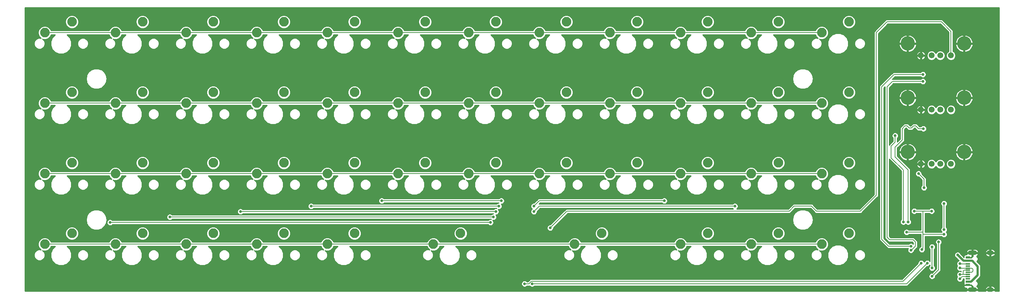
<source format=gtl>
G75*
%MOIN*%
%OFA0B0*%
%FSLAX25Y25*%
%IPPOS*%
%LPD*%
%AMOC8*
5,1,8,0,0,1.08239X$1,22.5*
%
%ADD10C,0.08858*%
%ADD11C,0.13173*%
%ADD12C,0.05433*%
%ADD13R,0.04000X0.01181*%
%ADD14R,0.04000X0.02362*%
%ADD15R,0.04000X0.02165*%
%ADD16C,0.03937*%
%ADD17C,0.00600*%
%ADD18C,0.02578*%
%ADD19C,0.01000*%
%ADD20C,0.02000*%
D10*
X0021500Y0046500D03*
X0046500Y0056500D03*
X0086500Y0046500D03*
X0111500Y0056500D03*
X0151500Y0046500D03*
X0176500Y0056500D03*
X0216500Y0046500D03*
X0241500Y0056500D03*
X0281500Y0046500D03*
X0306500Y0056500D03*
X0379000Y0046500D03*
X0404000Y0056500D03*
X0509000Y0046500D03*
X0534000Y0056500D03*
X0606500Y0046500D03*
X0631500Y0056500D03*
X0671500Y0046500D03*
X0696500Y0056500D03*
X0736500Y0046500D03*
X0761500Y0056500D03*
X0736500Y0111500D03*
X0761500Y0121500D03*
X0696500Y0121500D03*
X0671500Y0111500D03*
X0631500Y0121500D03*
X0606500Y0111500D03*
X0566500Y0121500D03*
X0541500Y0111500D03*
X0501500Y0121500D03*
X0476500Y0111500D03*
X0436500Y0121500D03*
X0411500Y0111500D03*
X0371500Y0121500D03*
X0346500Y0111500D03*
X0306500Y0121500D03*
X0281500Y0111500D03*
X0241500Y0121500D03*
X0216500Y0111500D03*
X0176500Y0121500D03*
X0151500Y0111500D03*
X0111500Y0121500D03*
X0086500Y0111500D03*
X0046500Y0121500D03*
X0021500Y0111500D03*
X0021500Y0176500D03*
X0046500Y0186500D03*
X0086500Y0176500D03*
X0111500Y0186500D03*
X0151500Y0176500D03*
X0176500Y0186500D03*
X0216500Y0176500D03*
X0241500Y0186500D03*
X0281500Y0176500D03*
X0306500Y0186500D03*
X0346500Y0176500D03*
X0371500Y0186500D03*
X0411500Y0176500D03*
X0436500Y0186500D03*
X0476500Y0176500D03*
X0501500Y0186500D03*
X0541500Y0176500D03*
X0566500Y0186500D03*
X0606500Y0176500D03*
X0631500Y0186500D03*
X0671500Y0176500D03*
X0696500Y0186500D03*
X0736500Y0176500D03*
X0761500Y0186500D03*
X0736500Y0241500D03*
X0761500Y0251500D03*
X0696500Y0251500D03*
X0671500Y0241500D03*
X0631500Y0251500D03*
X0606500Y0241500D03*
X0566500Y0251500D03*
X0541500Y0241500D03*
X0501500Y0251500D03*
X0476500Y0241500D03*
X0436500Y0251500D03*
X0411500Y0241500D03*
X0371500Y0251500D03*
X0346500Y0241500D03*
X0306500Y0251500D03*
X0281500Y0241500D03*
X0241500Y0251500D03*
X0216500Y0241500D03*
X0176500Y0251500D03*
X0151500Y0241500D03*
X0111500Y0251500D03*
X0086500Y0241500D03*
X0046500Y0251500D03*
X0021500Y0241500D03*
D11*
X0815516Y0231500D03*
X0867484Y0231500D03*
X0867484Y0181500D03*
X0815516Y0181500D03*
X0815516Y0131500D03*
X0867484Y0131500D03*
D12*
X0855280Y0120476D03*
X0845437Y0120476D03*
X0837563Y0120476D03*
X0827720Y0120476D03*
X0827720Y0170476D03*
X0837563Y0170476D03*
X0845437Y0170476D03*
X0855280Y0170476D03*
X0855280Y0220476D03*
X0845437Y0220476D03*
X0837563Y0220476D03*
X0827720Y0220476D03*
D13*
X0870894Y0028390D03*
X0870894Y0026421D03*
X0870894Y0024453D03*
X0870894Y0022484D03*
X0870894Y0020516D03*
X0870894Y0018547D03*
X0870894Y0016579D03*
X0870894Y0014610D03*
D14*
X0870894Y0008803D03*
X0870894Y0034197D03*
D15*
X0870894Y0031146D03*
X0870894Y0011854D03*
D16*
X0872936Y0004492D02*
X0872936Y0004492D01*
X0877268Y0004492D01*
X0877268Y0004492D01*
X0872936Y0004492D01*
X0890378Y0004492D02*
X0890378Y0004492D01*
X0892740Y0004492D01*
X0892740Y0004492D01*
X0890378Y0004492D01*
X0890378Y0038508D02*
X0890378Y0038508D01*
X0892740Y0038508D01*
X0892740Y0038508D01*
X0890378Y0038508D01*
X0872936Y0038508D02*
X0872936Y0038508D01*
X0877268Y0038508D01*
X0877268Y0038508D01*
X0872936Y0038508D01*
D17*
X0870894Y0028390D02*
X0863610Y0028390D01*
X0863500Y0028500D01*
X0863500Y0024500D02*
X0863547Y0024453D01*
X0870894Y0024453D01*
X0874547Y0024453D01*
X0875500Y0023500D01*
X0875500Y0021500D01*
X0874500Y0020500D01*
X0870909Y0020500D01*
X0870894Y0020516D01*
X0870894Y0022484D02*
X0867484Y0022484D01*
X0866500Y0021500D01*
X0866500Y0018500D01*
X0863500Y0018500D01*
X0865579Y0016579D02*
X0863500Y0014500D01*
X0865579Y0016579D02*
X0870894Y0016579D01*
X0870846Y0018500D02*
X0866500Y0018500D01*
X0870846Y0018500D02*
X0870894Y0018547D01*
X0844000Y0023000D02*
X0844000Y0048500D01*
X0838000Y0044000D02*
X0838000Y0024500D01*
X0844000Y0023000D02*
X0838000Y0017000D01*
X0833500Y0029000D02*
X0814500Y0010000D01*
X0470000Y0010000D01*
X0469093Y0012189D02*
X0811189Y0012189D01*
X0828000Y0029000D01*
X0828500Y0041500D02*
X0829500Y0042500D01*
X0829500Y0055500D01*
X0849000Y0055500D01*
X0849000Y0060000D02*
X0849000Y0084000D01*
X0837500Y0077000D02*
X0829500Y0077000D01*
X0829500Y0057500D01*
X0829500Y0055500D01*
X0829500Y0057500D02*
X0814500Y0057500D01*
X0799000Y0050500D02*
X0796500Y0053000D01*
X0796500Y0191500D01*
X0801500Y0196500D01*
X0829500Y0196500D01*
X0829500Y0203000D02*
X0803000Y0203000D01*
X0791500Y0191500D01*
X0791500Y0051000D01*
X0798000Y0044500D01*
X0818500Y0044500D01*
X0818500Y0041000D02*
X0819000Y0041000D01*
X0822500Y0044500D01*
X0822500Y0048500D01*
X0820500Y0050500D01*
X0799000Y0050500D01*
X0811500Y0067000D02*
X0811500Y0114803D01*
X0800300Y0126003D01*
X0800300Y0136997D01*
X0804000Y0140697D01*
X0804000Y0146500D01*
X0810500Y0142500D02*
X0804000Y0136000D01*
X0804000Y0127000D01*
X0816000Y0115000D01*
X0816000Y0067000D01*
X0821500Y0077000D02*
X0829500Y0077000D01*
X0786500Y0091500D02*
X0772000Y0077000D01*
X0731500Y0077000D01*
X0727000Y0081500D01*
X0711000Y0081500D01*
X0706500Y0077000D01*
X0502000Y0077000D01*
X0486500Y0061500D01*
X0509000Y0046500D02*
X0379000Y0046500D01*
X0281500Y0046500D01*
X0216500Y0046500D01*
X0151500Y0046500D01*
X0086500Y0046500D01*
X0021500Y0046500D01*
X0081500Y0066500D02*
X0431500Y0066500D01*
X0434311Y0071500D02*
X0136500Y0071500D01*
X0201500Y0076500D02*
X0436500Y0076500D01*
X0439311Y0081500D02*
X0266500Y0081500D01*
X0331500Y0086500D02*
X0441500Y0086500D01*
X0471500Y0081500D02*
X0476500Y0086500D01*
X0591500Y0086500D01*
X0656500Y0081500D02*
X0476500Y0081500D01*
X0471500Y0076500D01*
X0509000Y0046500D02*
X0511500Y0046500D01*
X0606500Y0046500D01*
X0671500Y0046500D01*
X0736500Y0046500D01*
X0786500Y0091500D02*
X0786500Y0241500D01*
X0796500Y0251500D01*
X0846500Y0251500D01*
X0855280Y0242720D01*
X0855280Y0220476D01*
X0736500Y0241500D02*
X0671500Y0241500D01*
X0606500Y0241500D01*
X0541500Y0241500D01*
X0476500Y0241500D01*
X0411500Y0241500D01*
X0346500Y0241500D01*
X0281500Y0241500D01*
X0216500Y0241500D01*
X0151500Y0241500D01*
X0086500Y0241500D01*
X0021500Y0241500D01*
X0021500Y0176500D02*
X0086500Y0176500D01*
X0151500Y0176500D01*
X0216500Y0176500D01*
X0281500Y0176500D01*
X0346500Y0176500D01*
X0411500Y0176500D01*
X0476500Y0176500D01*
X0541500Y0176500D01*
X0606500Y0176500D01*
X0671500Y0176500D01*
X0736500Y0176500D01*
X0810500Y0153000D02*
X0813000Y0155500D01*
X0815000Y0155500D01*
X0817000Y0153500D01*
X0819000Y0153500D01*
X0821000Y0155500D01*
X0823000Y0155500D01*
X0825500Y0153000D01*
X0830000Y0153000D01*
X0810500Y0153000D02*
X0810500Y0142500D01*
X0825500Y0111500D02*
X0830500Y0106500D01*
X0830500Y0098500D01*
X0736500Y0111500D02*
X0671500Y0111500D01*
X0606500Y0111500D01*
X0541500Y0111500D01*
X0476500Y0111500D01*
X0411500Y0111500D01*
X0346500Y0111500D01*
X0281500Y0111500D01*
X0216500Y0111500D01*
X0151500Y0111500D01*
X0086500Y0111500D01*
X0021500Y0111500D01*
X0463000Y0010000D02*
X0466904Y0010000D01*
X0469093Y0012189D01*
D18*
X0470000Y0010000D03*
X0463000Y0010000D03*
X0463500Y0037000D03*
X0454500Y0042500D03*
X0453000Y0050500D03*
X0469500Y0053513D03*
X0486500Y0061500D03*
X0434311Y0071500D03*
X0436500Y0076500D03*
X0439311Y0081500D03*
X0441500Y0086500D03*
X0471500Y0081500D03*
X0471500Y0076500D03*
X0431500Y0066500D03*
X0331500Y0086500D03*
X0266500Y0081500D03*
X0201500Y0076500D03*
X0136500Y0071500D03*
X0081500Y0066500D03*
X0591500Y0086500D03*
X0656500Y0081500D03*
X0811500Y0067000D03*
X0816000Y0067000D03*
X0821500Y0077000D03*
X0837500Y0077000D03*
X0849000Y0084000D03*
X0830500Y0098500D03*
X0825500Y0111500D03*
X0804000Y0146500D03*
X0830000Y0153000D03*
X0829500Y0196500D03*
X0829500Y0203000D03*
X0849000Y0060000D03*
X0849000Y0055500D03*
X0844000Y0048500D03*
X0838000Y0044000D03*
X0828500Y0041500D03*
X0818500Y0041000D03*
X0818500Y0044500D03*
X0810500Y0047500D03*
X0810000Y0041500D03*
X0811000Y0054500D03*
X0814500Y0057500D03*
X0861500Y0036500D03*
X0863500Y0028500D03*
X0863500Y0024500D03*
X0863500Y0018500D03*
X0863500Y0014500D03*
X0838000Y0017000D03*
X0838000Y0024500D03*
X0833500Y0029000D03*
X0828000Y0029000D03*
D19*
X0003200Y0003200D02*
X0003200Y0264501D01*
X0899721Y0264501D01*
X0899721Y0003200D01*
X0895959Y0003200D01*
X0896075Y0003480D01*
X0896180Y0004008D01*
X0892043Y0004008D01*
X0892043Y0004976D01*
X0896180Y0004976D01*
X0896075Y0005504D01*
X0895814Y0006135D01*
X0895434Y0006703D01*
X0894951Y0007186D01*
X0894383Y0007566D01*
X0893752Y0007827D01*
X0893082Y0007961D01*
X0892043Y0007961D01*
X0892043Y0004976D01*
X0891075Y0004976D01*
X0891075Y0004008D01*
X0886938Y0004008D01*
X0887043Y0003480D01*
X0887159Y0003200D01*
X0880487Y0003200D01*
X0880603Y0003480D01*
X0880708Y0004008D01*
X0875587Y0004008D01*
X0875587Y0004976D01*
X0880708Y0004976D01*
X0880603Y0005504D01*
X0880341Y0006135D01*
X0879962Y0006703D01*
X0879479Y0007186D01*
X0878911Y0007566D01*
X0878857Y0007588D01*
X0878877Y0007596D01*
X0879715Y0008434D01*
X0880168Y0009529D01*
X0880168Y0010715D01*
X0879715Y0011810D01*
X0878877Y0012648D01*
X0878587Y0012768D01*
X0882286Y0016468D01*
X0882697Y0017460D01*
X0882697Y0026534D01*
X0882286Y0027527D01*
X0881527Y0028286D01*
X0881527Y0028286D01*
X0879169Y0030644D01*
X0879715Y0031190D01*
X0880168Y0032285D01*
X0880168Y0033471D01*
X0879715Y0034566D01*
X0878877Y0035404D01*
X0878857Y0035412D01*
X0878911Y0035434D01*
X0879479Y0035814D01*
X0879962Y0036297D01*
X0880341Y0036865D01*
X0880603Y0037496D01*
X0880708Y0038024D01*
X0875587Y0038024D01*
X0875587Y0038992D01*
X0880708Y0038992D01*
X0880603Y0039520D01*
X0880341Y0040151D01*
X0879962Y0040719D01*
X0879479Y0041202D01*
X0878911Y0041582D01*
X0878279Y0041843D01*
X0877609Y0041976D01*
X0875587Y0041976D01*
X0875587Y0038992D01*
X0874618Y0038992D01*
X0874618Y0038024D01*
X0869497Y0038024D01*
X0869602Y0037496D01*
X0869858Y0036878D01*
X0868696Y0036878D01*
X0868315Y0036776D01*
X0867973Y0036578D01*
X0867693Y0036299D01*
X0867496Y0035957D01*
X0867394Y0035575D01*
X0867394Y0034425D01*
X0864323Y0037495D01*
X0864034Y0038193D01*
X0863193Y0039034D01*
X0862095Y0039489D01*
X0860905Y0039489D01*
X0859807Y0039034D01*
X0858966Y0038193D01*
X0858511Y0037095D01*
X0858511Y0035905D01*
X0858966Y0034807D01*
X0859807Y0033966D01*
X0860505Y0033677D01*
X0862755Y0031427D01*
X0861807Y0031034D01*
X0860966Y0030193D01*
X0860511Y0029095D01*
X0860511Y0027905D01*
X0860966Y0026807D01*
X0861273Y0026500D01*
X0860966Y0026193D01*
X0860511Y0025095D01*
X0860511Y0023905D01*
X0860966Y0022807D01*
X0861807Y0021966D01*
X0862905Y0021511D01*
X0864095Y0021511D01*
X0864500Y0021679D01*
X0864500Y0021321D01*
X0864095Y0021489D01*
X0862905Y0021489D01*
X0861807Y0021034D01*
X0860966Y0020193D01*
X0860511Y0019095D01*
X0860511Y0017905D01*
X0860966Y0016807D01*
X0861273Y0016500D01*
X0860966Y0016193D01*
X0860511Y0015095D01*
X0860511Y0013905D01*
X0860966Y0012807D01*
X0861807Y0011966D01*
X0862905Y0011511D01*
X0864095Y0011511D01*
X0865193Y0011966D01*
X0866034Y0012807D01*
X0866489Y0013905D01*
X0866489Y0014579D01*
X0867194Y0014579D01*
X0867194Y0010067D01*
X0867394Y0009867D01*
X0867394Y0008894D01*
X0870803Y0008894D01*
X0870803Y0008713D01*
X0867394Y0008713D01*
X0867394Y0007425D01*
X0867496Y0007043D01*
X0867693Y0006701D01*
X0867973Y0006422D01*
X0868315Y0006224D01*
X0868696Y0006122D01*
X0869858Y0006122D01*
X0869602Y0005504D01*
X0869497Y0004976D01*
X0874618Y0004976D01*
X0874618Y0004008D01*
X0869497Y0004008D01*
X0869602Y0003480D01*
X0869718Y0003200D01*
X0003200Y0003200D01*
X0003200Y0003497D02*
X0869598Y0003497D01*
X0869600Y0005494D02*
X0003200Y0005494D01*
X0003200Y0004496D02*
X0874618Y0004496D01*
X0874618Y0004976D02*
X0874618Y0007961D01*
X0874394Y0007961D01*
X0874394Y0008713D01*
X0870984Y0008713D01*
X0870984Y0008894D01*
X0874394Y0008894D01*
X0874394Y0009085D01*
X0874663Y0008434D01*
X0875501Y0007596D01*
X0875587Y0007561D01*
X0875587Y0004976D01*
X0874618Y0004976D01*
X0874618Y0005494D02*
X0875587Y0005494D01*
X0875587Y0004496D02*
X0891075Y0004496D01*
X0891075Y0004976D02*
X0886938Y0004976D01*
X0887043Y0005504D01*
X0887304Y0006135D01*
X0887684Y0006703D01*
X0888167Y0007186D01*
X0888735Y0007566D01*
X0889366Y0007827D01*
X0890036Y0007961D01*
X0891075Y0007961D01*
X0891075Y0004976D01*
X0891075Y0005494D02*
X0892043Y0005494D01*
X0892043Y0004496D02*
X0899721Y0004496D01*
X0899721Y0005494D02*
X0896077Y0005494D01*
X0895575Y0006493D02*
X0899721Y0006493D01*
X0899721Y0007491D02*
X0894495Y0007491D01*
X0892043Y0007491D02*
X0891075Y0007491D01*
X0891075Y0006493D02*
X0892043Y0006493D01*
X0888623Y0007491D02*
X0879023Y0007491D01*
X0879738Y0008490D02*
X0899721Y0008490D01*
X0899721Y0009488D02*
X0880151Y0009488D01*
X0880168Y0010487D02*
X0899721Y0010487D01*
X0899721Y0011485D02*
X0879849Y0011485D01*
X0879041Y0012484D02*
X0899721Y0012484D01*
X0899721Y0013482D02*
X0879300Y0013482D01*
X0880299Y0014481D02*
X0899721Y0014481D01*
X0899721Y0015479D02*
X0881298Y0015479D01*
X0882290Y0016478D02*
X0899721Y0016478D01*
X0899721Y0017476D02*
X0882697Y0017476D01*
X0882697Y0018475D02*
X0899721Y0018475D01*
X0899721Y0019473D02*
X0882697Y0019473D01*
X0882697Y0020472D02*
X0899721Y0020472D01*
X0899721Y0021470D02*
X0882697Y0021470D01*
X0882697Y0022469D02*
X0899721Y0022469D01*
X0899721Y0023467D02*
X0882697Y0023467D01*
X0882697Y0024466D02*
X0899721Y0024466D01*
X0899721Y0025464D02*
X0882697Y0025464D01*
X0882697Y0026463D02*
X0899721Y0026463D01*
X0899721Y0027461D02*
X0882313Y0027461D01*
X0881353Y0028460D02*
X0899721Y0028460D01*
X0899721Y0029458D02*
X0880355Y0029458D01*
X0879356Y0030457D02*
X0899721Y0030457D01*
X0899721Y0031455D02*
X0879825Y0031455D01*
X0880168Y0032454D02*
X0899721Y0032454D01*
X0899721Y0033452D02*
X0880168Y0033452D01*
X0879762Y0034451D02*
X0899721Y0034451D01*
X0899721Y0035449D02*
X0894406Y0035449D01*
X0894383Y0035434D02*
X0894951Y0035814D01*
X0895434Y0036297D01*
X0895814Y0036865D01*
X0896075Y0037496D01*
X0896180Y0038024D01*
X0892043Y0038024D01*
X0892043Y0035039D01*
X0893082Y0035039D01*
X0893752Y0035173D01*
X0894383Y0035434D01*
X0895535Y0036448D02*
X0899721Y0036448D01*
X0899721Y0037446D02*
X0896055Y0037446D01*
X0896180Y0038992D02*
X0892043Y0038992D01*
X0891075Y0038992D01*
X0891075Y0041976D01*
X0890036Y0041976D01*
X0889366Y0041843D01*
X0888735Y0041582D01*
X0888167Y0041202D01*
X0887684Y0040719D01*
X0887304Y0040151D01*
X0887043Y0039520D01*
X0886938Y0038992D01*
X0891075Y0038992D01*
X0891075Y0038024D01*
X0886938Y0038024D01*
X0887043Y0037496D01*
X0887304Y0036865D01*
X0887684Y0036297D01*
X0888167Y0035814D01*
X0888735Y0035434D01*
X0889366Y0035173D01*
X0890036Y0035039D01*
X0891075Y0035039D01*
X0891075Y0038024D01*
X0892043Y0038024D01*
X0892043Y0038992D01*
X0892043Y0041976D01*
X0893082Y0041976D01*
X0893752Y0041843D01*
X0894383Y0041582D01*
X0894951Y0041202D01*
X0895434Y0040719D01*
X0895814Y0040151D01*
X0896075Y0039520D01*
X0896180Y0038992D01*
X0896091Y0039443D02*
X0899721Y0039443D01*
X0899721Y0038445D02*
X0892043Y0038445D01*
X0891075Y0038445D02*
X0875587Y0038445D01*
X0875587Y0038024D02*
X0875587Y0035439D01*
X0875501Y0035404D01*
X0874663Y0034566D01*
X0874394Y0033915D01*
X0874394Y0034106D01*
X0870984Y0034106D01*
X0870984Y0034287D01*
X0874394Y0034287D01*
X0874394Y0035039D01*
X0874618Y0035039D01*
X0874618Y0038024D01*
X0875587Y0038024D01*
X0875587Y0037446D02*
X0874618Y0037446D01*
X0874618Y0036448D02*
X0875587Y0036448D01*
X0875587Y0035449D02*
X0874618Y0035449D01*
X0874615Y0034451D02*
X0874394Y0034451D01*
X0878933Y0035449D02*
X0888712Y0035449D01*
X0887583Y0036448D02*
X0880063Y0036448D01*
X0880582Y0037446D02*
X0887063Y0037446D01*
X0887028Y0039443D02*
X0880618Y0039443D01*
X0880147Y0040442D02*
X0887499Y0040442D01*
X0888524Y0041440D02*
X0879122Y0041440D01*
X0875587Y0041440D02*
X0874618Y0041440D01*
X0874618Y0041976D02*
X0872595Y0041976D01*
X0871925Y0041843D01*
X0871294Y0041582D01*
X0870726Y0041202D01*
X0870243Y0040719D01*
X0869863Y0040151D01*
X0869602Y0039520D01*
X0869497Y0038992D01*
X0874618Y0038992D01*
X0874618Y0041976D01*
X0874618Y0040442D02*
X0875587Y0040442D01*
X0875587Y0039443D02*
X0874618Y0039443D01*
X0874618Y0038445D02*
X0863782Y0038445D01*
X0864372Y0037446D02*
X0869622Y0037446D01*
X0869587Y0039443D02*
X0862204Y0039443D01*
X0860796Y0039443D02*
X0846000Y0039443D01*
X0846000Y0038445D02*
X0859218Y0038445D01*
X0858657Y0037446D02*
X0846000Y0037446D01*
X0846000Y0036448D02*
X0858511Y0036448D01*
X0858700Y0035449D02*
X0846000Y0035449D01*
X0846000Y0034451D02*
X0859322Y0034451D01*
X0860729Y0033452D02*
X0846000Y0033452D01*
X0846000Y0032454D02*
X0861728Y0032454D01*
X0862726Y0031455D02*
X0846000Y0031455D01*
X0846000Y0030457D02*
X0861230Y0030457D01*
X0860662Y0029458D02*
X0846000Y0029458D01*
X0846000Y0028460D02*
X0860511Y0028460D01*
X0860695Y0027461D02*
X0846000Y0027461D01*
X0846000Y0026463D02*
X0861236Y0026463D01*
X0860664Y0025464D02*
X0846000Y0025464D01*
X0846000Y0024466D02*
X0860511Y0024466D01*
X0860693Y0023467D02*
X0846000Y0023467D01*
X0846000Y0022469D02*
X0861304Y0022469D01*
X0862860Y0021470D02*
X0845299Y0021470D01*
X0844828Y0021000D02*
X0846000Y0022172D01*
X0846000Y0046273D01*
X0846534Y0046807D01*
X0846989Y0047905D01*
X0846989Y0049095D01*
X0846534Y0050193D01*
X0845693Y0051034D01*
X0844595Y0051489D01*
X0843405Y0051489D01*
X0842307Y0051034D01*
X0841466Y0050193D01*
X0841011Y0049095D01*
X0841011Y0047905D01*
X0841466Y0046807D01*
X0842000Y0046273D01*
X0842000Y0023828D01*
X0838161Y0019989D01*
X0837405Y0019989D01*
X0836307Y0019534D01*
X0835466Y0018693D01*
X0835011Y0017595D01*
X0835011Y0016405D01*
X0835466Y0015307D01*
X0836307Y0014466D01*
X0837405Y0014011D01*
X0838595Y0014011D01*
X0839693Y0014466D01*
X0840534Y0015307D01*
X0840989Y0016405D01*
X0840989Y0017161D01*
X0844828Y0021000D01*
X0844300Y0020472D02*
X0861245Y0020472D01*
X0860668Y0019473D02*
X0843302Y0019473D01*
X0842303Y0018475D02*
X0860511Y0018475D01*
X0860689Y0017476D02*
X0841305Y0017476D01*
X0840989Y0016478D02*
X0861251Y0016478D01*
X0860670Y0015479D02*
X0840605Y0015479D01*
X0839708Y0014481D02*
X0860511Y0014481D01*
X0860686Y0013482D02*
X0820811Y0013482D01*
X0821809Y0014481D02*
X0836292Y0014481D01*
X0835395Y0015479D02*
X0822808Y0015479D01*
X0823806Y0016478D02*
X0835011Y0016478D01*
X0835011Y0017476D02*
X0824805Y0017476D01*
X0825803Y0018475D02*
X0835376Y0018475D01*
X0836246Y0019473D02*
X0826802Y0019473D01*
X0827800Y0020472D02*
X0838643Y0020472D01*
X0838595Y0021511D02*
X0839693Y0021966D01*
X0840534Y0022807D01*
X0840989Y0023905D01*
X0840989Y0025095D01*
X0840534Y0026193D01*
X0840000Y0026727D01*
X0840000Y0041773D01*
X0840534Y0042307D01*
X0840989Y0043405D01*
X0840989Y0044595D01*
X0840534Y0045693D01*
X0839693Y0046534D01*
X0838595Y0046989D01*
X0837405Y0046989D01*
X0836307Y0046534D01*
X0835466Y0045693D01*
X0835011Y0044595D01*
X0835011Y0043405D01*
X0835466Y0042307D01*
X0836000Y0041773D01*
X0836000Y0030727D01*
X0835193Y0031534D01*
X0834095Y0031989D01*
X0832905Y0031989D01*
X0831807Y0031534D01*
X0830966Y0030693D01*
X0830750Y0030171D01*
X0830534Y0030693D01*
X0829693Y0031534D01*
X0828595Y0031989D01*
X0827405Y0031989D01*
X0826307Y0031534D01*
X0825466Y0030693D01*
X0825011Y0029595D01*
X0825011Y0028839D01*
X0810361Y0014189D01*
X0468265Y0014189D01*
X0467093Y0013017D01*
X0466076Y0012000D01*
X0465227Y0012000D01*
X0464693Y0012534D01*
X0463595Y0012989D01*
X0462405Y0012989D01*
X0461307Y0012534D01*
X0460466Y0011693D01*
X0460011Y0010595D01*
X0460011Y0009405D01*
X0460466Y0008307D01*
X0461307Y0007466D01*
X0462405Y0007011D01*
X0463595Y0007011D01*
X0464693Y0007466D01*
X0465227Y0008000D01*
X0467733Y0008000D01*
X0467753Y0008020D01*
X0468307Y0007466D01*
X0469405Y0007011D01*
X0470595Y0007011D01*
X0471693Y0007466D01*
X0472227Y0008000D01*
X0815328Y0008000D01*
X0833339Y0026011D01*
X0834095Y0026011D01*
X0835193Y0026466D01*
X0836000Y0027273D01*
X0836000Y0026727D01*
X0835466Y0026193D01*
X0835011Y0025095D01*
X0835011Y0023905D01*
X0835466Y0022807D01*
X0836307Y0021966D01*
X0837405Y0021511D01*
X0838595Y0021511D01*
X0839642Y0021470D02*
X0828799Y0021470D01*
X0829797Y0022469D02*
X0835804Y0022469D01*
X0835193Y0023467D02*
X0830796Y0023467D01*
X0831794Y0024466D02*
X0835011Y0024466D01*
X0835164Y0025464D02*
X0832793Y0025464D01*
X0835185Y0026463D02*
X0835736Y0026463D01*
X0840000Y0027461D02*
X0842000Y0027461D01*
X0842000Y0026463D02*
X0840264Y0026463D01*
X0840836Y0025464D02*
X0842000Y0025464D01*
X0842000Y0024466D02*
X0840989Y0024466D01*
X0840807Y0023467D02*
X0841639Y0023467D01*
X0840640Y0022469D02*
X0840196Y0022469D01*
X0840000Y0028460D02*
X0842000Y0028460D01*
X0842000Y0029458D02*
X0840000Y0029458D01*
X0840000Y0030457D02*
X0842000Y0030457D01*
X0842000Y0031455D02*
X0840000Y0031455D01*
X0840000Y0032454D02*
X0842000Y0032454D01*
X0842000Y0033452D02*
X0840000Y0033452D01*
X0840000Y0034451D02*
X0842000Y0034451D01*
X0842000Y0035449D02*
X0840000Y0035449D01*
X0840000Y0036448D02*
X0842000Y0036448D01*
X0842000Y0037446D02*
X0840000Y0037446D01*
X0840000Y0038445D02*
X0842000Y0038445D01*
X0842000Y0039443D02*
X0840000Y0039443D01*
X0840000Y0040442D02*
X0842000Y0040442D01*
X0842000Y0041440D02*
X0840000Y0041440D01*
X0840589Y0042439D02*
X0842000Y0042439D01*
X0842000Y0043437D02*
X0840989Y0043437D01*
X0840989Y0044436D02*
X0842000Y0044436D01*
X0842000Y0045434D02*
X0840641Y0045434D01*
X0839794Y0046433D02*
X0841840Y0046433D01*
X0841207Y0047432D02*
X0831500Y0047432D01*
X0831500Y0048430D02*
X0841011Y0048430D01*
X0841149Y0049429D02*
X0831500Y0049429D01*
X0831500Y0050427D02*
X0841700Y0050427D01*
X0843252Y0051426D02*
X0831500Y0051426D01*
X0831500Y0052424D02*
X0899721Y0052424D01*
X0899721Y0051426D02*
X0844748Y0051426D01*
X0846300Y0050427D02*
X0899721Y0050427D01*
X0899721Y0049429D02*
X0846851Y0049429D01*
X0846989Y0048430D02*
X0899721Y0048430D01*
X0899721Y0047432D02*
X0846793Y0047432D01*
X0846160Y0046433D02*
X0899721Y0046433D01*
X0899721Y0045434D02*
X0846000Y0045434D01*
X0846000Y0044436D02*
X0899721Y0044436D01*
X0899721Y0043437D02*
X0846000Y0043437D01*
X0846000Y0042439D02*
X0899721Y0042439D01*
X0899721Y0041440D02*
X0894594Y0041440D01*
X0895619Y0040442D02*
X0899721Y0040442D01*
X0892043Y0040442D02*
X0891075Y0040442D01*
X0891075Y0041440D02*
X0892043Y0041440D01*
X0892043Y0039443D02*
X0891075Y0039443D01*
X0891075Y0037446D02*
X0892043Y0037446D01*
X0892043Y0036448D02*
X0891075Y0036448D01*
X0891075Y0035449D02*
X0892043Y0035449D01*
X0871083Y0041440D02*
X0846000Y0041440D01*
X0846000Y0040442D02*
X0870058Y0040442D01*
X0867842Y0036448D02*
X0865370Y0036448D01*
X0866369Y0035449D02*
X0867394Y0035449D01*
X0867367Y0034451D02*
X0867394Y0034451D01*
X0864500Y0021470D02*
X0864140Y0021470D01*
X0866489Y0014481D02*
X0867194Y0014481D01*
X0867194Y0013482D02*
X0866314Y0013482D01*
X0865711Y0012484D02*
X0867194Y0012484D01*
X0867194Y0011485D02*
X0818814Y0011485D01*
X0819812Y0012484D02*
X0861289Y0012484D01*
X0867194Y0010487D02*
X0817815Y0010487D01*
X0816817Y0009488D02*
X0867394Y0009488D01*
X0867394Y0008490D02*
X0815818Y0008490D01*
X0810652Y0014481D02*
X0003200Y0014481D01*
X0003200Y0015479D02*
X0811651Y0015479D01*
X0812649Y0016478D02*
X0003200Y0016478D01*
X0003200Y0017476D02*
X0813648Y0017476D01*
X0814646Y0018475D02*
X0003200Y0018475D01*
X0003200Y0019473D02*
X0815645Y0019473D01*
X0816643Y0020472D02*
X0003200Y0020472D01*
X0003200Y0021470D02*
X0817642Y0021470D01*
X0818640Y0022469D02*
X0003200Y0022469D01*
X0003200Y0023467D02*
X0819639Y0023467D01*
X0820637Y0024466D02*
X0003200Y0024466D01*
X0003200Y0025464D02*
X0821636Y0025464D01*
X0822634Y0026463D02*
X0003200Y0026463D01*
X0003200Y0027461D02*
X0033303Y0027461D01*
X0034596Y0026926D02*
X0038404Y0026926D01*
X0041923Y0028384D01*
X0044616Y0031077D01*
X0046074Y0034596D01*
X0046074Y0038404D01*
X0044616Y0041923D01*
X0042040Y0044500D01*
X0080694Y0044500D01*
X0081304Y0043028D01*
X0082985Y0041347D01*
X0082504Y0041546D01*
X0080496Y0041546D01*
X0078641Y0040778D01*
X0077222Y0039359D01*
X0076454Y0037504D01*
X0076454Y0035496D01*
X0077222Y0033641D01*
X0078641Y0032222D01*
X0080496Y0031454D01*
X0082504Y0031454D01*
X0084359Y0032222D01*
X0085778Y0033641D01*
X0086546Y0035496D01*
X0086546Y0037504D01*
X0085778Y0039359D01*
X0084402Y0040735D01*
X0085281Y0040371D01*
X0087719Y0040371D01*
X0089972Y0041304D01*
X0091696Y0043028D01*
X0092306Y0044500D01*
X0095960Y0044500D01*
X0093384Y0041923D01*
X0091926Y0038404D01*
X0091926Y0034596D01*
X0093384Y0031077D01*
X0096077Y0028384D01*
X0099596Y0026926D01*
X0103404Y0026926D01*
X0106923Y0028384D01*
X0109616Y0031077D01*
X0111074Y0034596D01*
X0111074Y0038404D01*
X0109616Y0041923D01*
X0107040Y0044500D01*
X0145694Y0044500D01*
X0146304Y0043028D01*
X0147985Y0041347D01*
X0147504Y0041546D01*
X0145496Y0041546D01*
X0143641Y0040778D01*
X0142222Y0039359D01*
X0141454Y0037504D01*
X0141454Y0035496D01*
X0142222Y0033641D01*
X0143641Y0032222D01*
X0145496Y0031454D01*
X0147504Y0031454D01*
X0149359Y0032222D01*
X0150778Y0033641D01*
X0151546Y0035496D01*
X0151546Y0037504D01*
X0150778Y0039359D01*
X0149402Y0040735D01*
X0150281Y0040371D01*
X0152719Y0040371D01*
X0154972Y0041304D01*
X0156696Y0043028D01*
X0157306Y0044500D01*
X0160960Y0044500D01*
X0158384Y0041923D01*
X0156926Y0038404D01*
X0156926Y0034596D01*
X0158384Y0031077D01*
X0161077Y0028384D01*
X0164596Y0026926D01*
X0168404Y0026926D01*
X0171923Y0028384D01*
X0174616Y0031077D01*
X0176074Y0034596D01*
X0176074Y0038404D01*
X0174616Y0041923D01*
X0172040Y0044500D01*
X0210694Y0044500D01*
X0211304Y0043028D01*
X0212985Y0041347D01*
X0212504Y0041546D01*
X0210496Y0041546D01*
X0208641Y0040778D01*
X0207222Y0039359D01*
X0206454Y0037504D01*
X0206454Y0035496D01*
X0207222Y0033641D01*
X0208641Y0032222D01*
X0210496Y0031454D01*
X0212504Y0031454D01*
X0214359Y0032222D01*
X0215778Y0033641D01*
X0216546Y0035496D01*
X0216546Y0037504D01*
X0215778Y0039359D01*
X0214402Y0040735D01*
X0215281Y0040371D01*
X0217719Y0040371D01*
X0219972Y0041304D01*
X0221696Y0043028D01*
X0222306Y0044500D01*
X0225960Y0044500D01*
X0223384Y0041923D01*
X0221926Y0038404D01*
X0221926Y0034596D01*
X0223384Y0031077D01*
X0226077Y0028384D01*
X0229596Y0026926D01*
X0233404Y0026926D01*
X0236923Y0028384D01*
X0239616Y0031077D01*
X0241074Y0034596D01*
X0241074Y0038404D01*
X0239616Y0041923D01*
X0237040Y0044500D01*
X0275694Y0044500D01*
X0276304Y0043028D01*
X0277985Y0041347D01*
X0277504Y0041546D01*
X0275496Y0041546D01*
X0273641Y0040778D01*
X0272222Y0039359D01*
X0271454Y0037504D01*
X0271454Y0035496D01*
X0272222Y0033641D01*
X0273641Y0032222D01*
X0275496Y0031454D01*
X0277504Y0031454D01*
X0279359Y0032222D01*
X0280778Y0033641D01*
X0281546Y0035496D01*
X0281546Y0037504D01*
X0280778Y0039359D01*
X0279402Y0040735D01*
X0280281Y0040371D01*
X0282719Y0040371D01*
X0284972Y0041304D01*
X0286696Y0043028D01*
X0287306Y0044500D01*
X0290960Y0044500D01*
X0288384Y0041923D01*
X0286926Y0038404D01*
X0286926Y0034596D01*
X0288384Y0031077D01*
X0291077Y0028384D01*
X0294596Y0026926D01*
X0298404Y0026926D01*
X0301923Y0028384D01*
X0304616Y0031077D01*
X0306074Y0034596D01*
X0306074Y0038404D01*
X0304616Y0041923D01*
X0302040Y0044500D01*
X0373194Y0044500D01*
X0373804Y0043028D01*
X0375485Y0041347D01*
X0375004Y0041546D01*
X0372996Y0041546D01*
X0371141Y0040778D01*
X0369722Y0039359D01*
X0368954Y0037504D01*
X0368954Y0035496D01*
X0369722Y0033641D01*
X0371141Y0032222D01*
X0372996Y0031454D01*
X0375004Y0031454D01*
X0376859Y0032222D01*
X0378278Y0033641D01*
X0379046Y0035496D01*
X0379046Y0037504D01*
X0378278Y0039359D01*
X0376902Y0040735D01*
X0377781Y0040371D01*
X0380219Y0040371D01*
X0382472Y0041304D01*
X0384196Y0043028D01*
X0384806Y0044500D01*
X0388460Y0044500D01*
X0385884Y0041923D01*
X0384426Y0038404D01*
X0384426Y0034596D01*
X0385884Y0031077D01*
X0388577Y0028384D01*
X0392096Y0026926D01*
X0395904Y0026926D01*
X0399423Y0028384D01*
X0402116Y0031077D01*
X0403574Y0034596D01*
X0403574Y0038404D01*
X0402116Y0041923D01*
X0399540Y0044500D01*
X0503194Y0044500D01*
X0503804Y0043028D01*
X0505485Y0041347D01*
X0505004Y0041546D01*
X0502996Y0041546D01*
X0501141Y0040778D01*
X0499722Y0039359D01*
X0498954Y0037504D01*
X0498954Y0035496D01*
X0499722Y0033641D01*
X0501141Y0032222D01*
X0502996Y0031454D01*
X0505004Y0031454D01*
X0506859Y0032222D01*
X0508278Y0033641D01*
X0509046Y0035496D01*
X0509046Y0037504D01*
X0508278Y0039359D01*
X0506902Y0040735D01*
X0507781Y0040371D01*
X0510219Y0040371D01*
X0512472Y0041304D01*
X0514196Y0043028D01*
X0514806Y0044500D01*
X0518460Y0044500D01*
X0515884Y0041923D01*
X0514426Y0038404D01*
X0514426Y0034596D01*
X0515884Y0031077D01*
X0518577Y0028384D01*
X0522096Y0026926D01*
X0525904Y0026926D01*
X0529423Y0028384D01*
X0532116Y0031077D01*
X0533574Y0034596D01*
X0533574Y0038404D01*
X0532116Y0041923D01*
X0529540Y0044500D01*
X0600694Y0044500D01*
X0601304Y0043028D01*
X0602985Y0041347D01*
X0602504Y0041546D01*
X0600496Y0041546D01*
X0598641Y0040778D01*
X0597222Y0039359D01*
X0596454Y0037504D01*
X0596454Y0035496D01*
X0597222Y0033641D01*
X0598641Y0032222D01*
X0600496Y0031454D01*
X0602504Y0031454D01*
X0604359Y0032222D01*
X0605778Y0033641D01*
X0606546Y0035496D01*
X0606546Y0037504D01*
X0605778Y0039359D01*
X0604402Y0040735D01*
X0605281Y0040371D01*
X0607719Y0040371D01*
X0609972Y0041304D01*
X0611696Y0043028D01*
X0612306Y0044500D01*
X0615960Y0044500D01*
X0613384Y0041923D01*
X0611926Y0038404D01*
X0611926Y0034596D01*
X0613384Y0031077D01*
X0616077Y0028384D01*
X0619596Y0026926D01*
X0623404Y0026926D01*
X0626923Y0028384D01*
X0629616Y0031077D01*
X0631074Y0034596D01*
X0631074Y0038404D01*
X0629616Y0041923D01*
X0627040Y0044500D01*
X0665694Y0044500D01*
X0666304Y0043028D01*
X0667985Y0041347D01*
X0667504Y0041546D01*
X0665496Y0041546D01*
X0663641Y0040778D01*
X0662222Y0039359D01*
X0661454Y0037504D01*
X0661454Y0035496D01*
X0662222Y0033641D01*
X0663641Y0032222D01*
X0665496Y0031454D01*
X0667504Y0031454D01*
X0669359Y0032222D01*
X0670778Y0033641D01*
X0671546Y0035496D01*
X0671546Y0037504D01*
X0670778Y0039359D01*
X0669402Y0040735D01*
X0670281Y0040371D01*
X0672719Y0040371D01*
X0674972Y0041304D01*
X0676696Y0043028D01*
X0677306Y0044500D01*
X0680960Y0044500D01*
X0678384Y0041923D01*
X0676926Y0038404D01*
X0676926Y0034596D01*
X0678384Y0031077D01*
X0681077Y0028384D01*
X0684596Y0026926D01*
X0688404Y0026926D01*
X0691923Y0028384D01*
X0694616Y0031077D01*
X0696074Y0034596D01*
X0696074Y0038404D01*
X0694616Y0041923D01*
X0692040Y0044500D01*
X0730694Y0044500D01*
X0731304Y0043028D01*
X0732985Y0041347D01*
X0732504Y0041546D01*
X0730496Y0041546D01*
X0728641Y0040778D01*
X0727222Y0039359D01*
X0726454Y0037504D01*
X0726454Y0035496D01*
X0727222Y0033641D01*
X0728641Y0032222D01*
X0730496Y0031454D01*
X0732504Y0031454D01*
X0734359Y0032222D01*
X0735778Y0033641D01*
X0736546Y0035496D01*
X0736546Y0037504D01*
X0735778Y0039359D01*
X0734402Y0040735D01*
X0735281Y0040371D01*
X0737719Y0040371D01*
X0739972Y0041304D01*
X0741696Y0043028D01*
X0742629Y0045281D01*
X0742629Y0047719D01*
X0741696Y0049972D01*
X0739972Y0051696D01*
X0737719Y0052629D01*
X0735281Y0052629D01*
X0733028Y0051696D01*
X0731304Y0049972D01*
X0730694Y0048500D01*
X0677306Y0048500D01*
X0676696Y0049972D01*
X0674972Y0051696D01*
X0672719Y0052629D01*
X0670281Y0052629D01*
X0668028Y0051696D01*
X0666304Y0049972D01*
X0665694Y0048500D01*
X0612306Y0048500D01*
X0611696Y0049972D01*
X0609972Y0051696D01*
X0607719Y0052629D01*
X0605281Y0052629D01*
X0603028Y0051696D01*
X0601304Y0049972D01*
X0600694Y0048500D01*
X0514806Y0048500D01*
X0514196Y0049972D01*
X0512472Y0051696D01*
X0510219Y0052629D01*
X0507781Y0052629D01*
X0505528Y0051696D01*
X0503804Y0049972D01*
X0503194Y0048500D01*
X0384806Y0048500D01*
X0384196Y0049972D01*
X0382472Y0051696D01*
X0380219Y0052629D01*
X0377781Y0052629D01*
X0375528Y0051696D01*
X0373804Y0049972D01*
X0373194Y0048500D01*
X0287306Y0048500D01*
X0286696Y0049972D01*
X0284972Y0051696D01*
X0282719Y0052629D01*
X0280281Y0052629D01*
X0278028Y0051696D01*
X0276304Y0049972D01*
X0275694Y0048500D01*
X0222306Y0048500D01*
X0221696Y0049972D01*
X0219972Y0051696D01*
X0217719Y0052629D01*
X0215281Y0052629D01*
X0213028Y0051696D01*
X0211304Y0049972D01*
X0210694Y0048500D01*
X0157306Y0048500D01*
X0156696Y0049972D01*
X0154972Y0051696D01*
X0152719Y0052629D01*
X0150281Y0052629D01*
X0148028Y0051696D01*
X0146304Y0049972D01*
X0145694Y0048500D01*
X0092306Y0048500D01*
X0091696Y0049972D01*
X0089972Y0051696D01*
X0087719Y0052629D01*
X0085281Y0052629D01*
X0083028Y0051696D01*
X0081304Y0049972D01*
X0080694Y0048500D01*
X0027306Y0048500D01*
X0026696Y0049972D01*
X0024972Y0051696D01*
X0022719Y0052629D01*
X0020281Y0052629D01*
X0018028Y0051696D01*
X0016304Y0049972D01*
X0015371Y0047719D01*
X0015371Y0045281D01*
X0016304Y0043028D01*
X0017985Y0041347D01*
X0017504Y0041546D01*
X0015496Y0041546D01*
X0013641Y0040778D01*
X0012222Y0039359D01*
X0011454Y0037504D01*
X0011454Y0035496D01*
X0012222Y0033641D01*
X0013641Y0032222D01*
X0015496Y0031454D01*
X0017504Y0031454D01*
X0019359Y0032222D01*
X0020778Y0033641D01*
X0021546Y0035496D01*
X0021546Y0037504D01*
X0020778Y0039359D01*
X0019402Y0040735D01*
X0020281Y0040371D01*
X0022719Y0040371D01*
X0024972Y0041304D01*
X0026696Y0043028D01*
X0027306Y0044500D01*
X0030960Y0044500D01*
X0028384Y0041923D01*
X0026926Y0038404D01*
X0026926Y0034596D01*
X0028384Y0031077D01*
X0031077Y0028384D01*
X0034596Y0026926D01*
X0031000Y0028460D02*
X0003200Y0028460D01*
X0003200Y0029458D02*
X0030002Y0029458D01*
X0029003Y0030457D02*
X0003200Y0030457D01*
X0003200Y0031455D02*
X0015492Y0031455D01*
X0017508Y0031455D02*
X0028227Y0031455D01*
X0027813Y0032454D02*
X0019591Y0032454D01*
X0020589Y0033452D02*
X0027400Y0033452D01*
X0026986Y0034451D02*
X0021113Y0034451D01*
X0021527Y0035449D02*
X0026926Y0035449D01*
X0026926Y0036448D02*
X0021546Y0036448D01*
X0021546Y0037446D02*
X0026926Y0037446D01*
X0026943Y0038445D02*
X0021157Y0038445D01*
X0020693Y0039443D02*
X0027356Y0039443D01*
X0027770Y0040442D02*
X0022891Y0040442D01*
X0025108Y0041440D02*
X0028184Y0041440D01*
X0028899Y0042439D02*
X0026107Y0042439D01*
X0026866Y0043437D02*
X0029898Y0043437D01*
X0030896Y0044436D02*
X0027279Y0044436D01*
X0020109Y0040442D02*
X0019695Y0040442D01*
X0017892Y0041440D02*
X0017760Y0041440D01*
X0016893Y0042439D02*
X0003200Y0042439D01*
X0003200Y0043437D02*
X0016134Y0043437D01*
X0015721Y0044436D02*
X0003200Y0044436D01*
X0003200Y0045434D02*
X0015371Y0045434D01*
X0015371Y0046433D02*
X0003200Y0046433D01*
X0003200Y0047432D02*
X0015371Y0047432D01*
X0015665Y0048430D02*
X0003200Y0048430D01*
X0003200Y0049429D02*
X0016079Y0049429D01*
X0016759Y0050427D02*
X0003200Y0050427D01*
X0003200Y0051426D02*
X0017758Y0051426D01*
X0019786Y0052424D02*
X0003200Y0052424D01*
X0003200Y0053423D02*
X0041141Y0053423D01*
X0041304Y0053028D02*
X0043028Y0051304D01*
X0045281Y0050371D01*
X0047719Y0050371D01*
X0049972Y0051304D01*
X0051696Y0053028D01*
X0052629Y0055281D01*
X0052629Y0057719D01*
X0051696Y0059972D01*
X0049972Y0061696D01*
X0047719Y0062629D01*
X0045281Y0062629D01*
X0043028Y0061696D01*
X0041304Y0059972D01*
X0040371Y0057719D01*
X0040371Y0055281D01*
X0041304Y0053028D01*
X0041908Y0052424D02*
X0023214Y0052424D01*
X0025242Y0051426D02*
X0042907Y0051426D01*
X0045145Y0050427D02*
X0026241Y0050427D01*
X0026921Y0049429D02*
X0081079Y0049429D01*
X0081759Y0050427D02*
X0047855Y0050427D01*
X0050093Y0051426D02*
X0082758Y0051426D01*
X0084786Y0052424D02*
X0051092Y0052424D01*
X0051859Y0053423D02*
X0106141Y0053423D01*
X0106304Y0053028D02*
X0108028Y0051304D01*
X0110281Y0050371D01*
X0112719Y0050371D01*
X0114972Y0051304D01*
X0116696Y0053028D01*
X0117629Y0055281D01*
X0117629Y0057719D01*
X0116696Y0059972D01*
X0114972Y0061696D01*
X0112719Y0062629D01*
X0110281Y0062629D01*
X0108028Y0061696D01*
X0106304Y0059972D01*
X0105371Y0057719D01*
X0105371Y0055281D01*
X0106304Y0053028D01*
X0106908Y0052424D02*
X0088214Y0052424D01*
X0090242Y0051426D02*
X0107907Y0051426D01*
X0110145Y0050427D02*
X0091241Y0050427D01*
X0091921Y0049429D02*
X0146079Y0049429D01*
X0146759Y0050427D02*
X0112855Y0050427D01*
X0115093Y0051426D02*
X0147758Y0051426D01*
X0149786Y0052424D02*
X0116092Y0052424D01*
X0116859Y0053423D02*
X0171141Y0053423D01*
X0171304Y0053028D02*
X0173028Y0051304D01*
X0175281Y0050371D01*
X0177719Y0050371D01*
X0179972Y0051304D01*
X0181696Y0053028D01*
X0182629Y0055281D01*
X0182629Y0057719D01*
X0181696Y0059972D01*
X0179972Y0061696D01*
X0177719Y0062629D01*
X0175281Y0062629D01*
X0173028Y0061696D01*
X0171304Y0059972D01*
X0170371Y0057719D01*
X0170371Y0055281D01*
X0171304Y0053028D01*
X0171908Y0052424D02*
X0153214Y0052424D01*
X0155242Y0051426D02*
X0172907Y0051426D01*
X0175145Y0050427D02*
X0156241Y0050427D01*
X0156921Y0049429D02*
X0211079Y0049429D01*
X0211759Y0050427D02*
X0177855Y0050427D01*
X0180093Y0051426D02*
X0212758Y0051426D01*
X0214786Y0052424D02*
X0181092Y0052424D01*
X0181859Y0053423D02*
X0236141Y0053423D01*
X0236304Y0053028D02*
X0238028Y0051304D01*
X0240281Y0050371D01*
X0242719Y0050371D01*
X0244972Y0051304D01*
X0246696Y0053028D01*
X0247629Y0055281D01*
X0247629Y0057719D01*
X0246696Y0059972D01*
X0244972Y0061696D01*
X0242719Y0062629D01*
X0240281Y0062629D01*
X0238028Y0061696D01*
X0236304Y0059972D01*
X0235371Y0057719D01*
X0235371Y0055281D01*
X0236304Y0053028D01*
X0236908Y0052424D02*
X0218214Y0052424D01*
X0220242Y0051426D02*
X0237907Y0051426D01*
X0240145Y0050427D02*
X0221241Y0050427D01*
X0221921Y0049429D02*
X0276079Y0049429D01*
X0276759Y0050427D02*
X0242855Y0050427D01*
X0245093Y0051426D02*
X0277758Y0051426D01*
X0279786Y0052424D02*
X0246092Y0052424D01*
X0246859Y0053423D02*
X0301141Y0053423D01*
X0301304Y0053028D02*
X0303028Y0051304D01*
X0305281Y0050371D01*
X0307719Y0050371D01*
X0309972Y0051304D01*
X0311696Y0053028D01*
X0312629Y0055281D01*
X0312629Y0057719D01*
X0311696Y0059972D01*
X0309972Y0061696D01*
X0307719Y0062629D01*
X0305281Y0062629D01*
X0303028Y0061696D01*
X0301304Y0059972D01*
X0300371Y0057719D01*
X0300371Y0055281D01*
X0301304Y0053028D01*
X0301908Y0052424D02*
X0283214Y0052424D01*
X0285242Y0051426D02*
X0302907Y0051426D01*
X0305145Y0050427D02*
X0286241Y0050427D01*
X0286921Y0049429D02*
X0373579Y0049429D01*
X0374259Y0050427D02*
X0307855Y0050427D01*
X0310093Y0051426D02*
X0375258Y0051426D01*
X0377286Y0052424D02*
X0311092Y0052424D01*
X0311859Y0053423D02*
X0398641Y0053423D01*
X0398804Y0053028D02*
X0400528Y0051304D01*
X0402781Y0050371D01*
X0405219Y0050371D01*
X0407472Y0051304D01*
X0409196Y0053028D01*
X0410129Y0055281D01*
X0410129Y0057719D01*
X0409196Y0059972D01*
X0407472Y0061696D01*
X0405219Y0062629D01*
X0402781Y0062629D01*
X0400528Y0061696D01*
X0398804Y0059972D01*
X0397871Y0057719D01*
X0397871Y0055281D01*
X0398804Y0053028D01*
X0399408Y0052424D02*
X0380714Y0052424D01*
X0382742Y0051426D02*
X0400407Y0051426D01*
X0402645Y0050427D02*
X0383741Y0050427D01*
X0384421Y0049429D02*
X0503579Y0049429D01*
X0504259Y0050427D02*
X0405355Y0050427D01*
X0407593Y0051426D02*
X0505258Y0051426D01*
X0507286Y0052424D02*
X0408592Y0052424D01*
X0409359Y0053423D02*
X0528641Y0053423D01*
X0528804Y0053028D02*
X0530528Y0051304D01*
X0532781Y0050371D01*
X0535219Y0050371D01*
X0537472Y0051304D01*
X0539196Y0053028D01*
X0540129Y0055281D01*
X0540129Y0057719D01*
X0539196Y0059972D01*
X0537472Y0061696D01*
X0535219Y0062629D01*
X0532781Y0062629D01*
X0530528Y0061696D01*
X0528804Y0059972D01*
X0527871Y0057719D01*
X0527871Y0055281D01*
X0528804Y0053028D01*
X0529408Y0052424D02*
X0510714Y0052424D01*
X0512742Y0051426D02*
X0530407Y0051426D01*
X0532645Y0050427D02*
X0513741Y0050427D01*
X0514421Y0049429D02*
X0601079Y0049429D01*
X0601759Y0050427D02*
X0535355Y0050427D01*
X0537593Y0051426D02*
X0602758Y0051426D01*
X0604786Y0052424D02*
X0538592Y0052424D01*
X0539359Y0053423D02*
X0626141Y0053423D01*
X0626304Y0053028D02*
X0628028Y0051304D01*
X0630281Y0050371D01*
X0632719Y0050371D01*
X0634972Y0051304D01*
X0636696Y0053028D01*
X0637629Y0055281D01*
X0637629Y0057719D01*
X0636696Y0059972D01*
X0634972Y0061696D01*
X0632719Y0062629D01*
X0630281Y0062629D01*
X0628028Y0061696D01*
X0626304Y0059972D01*
X0625371Y0057719D01*
X0625371Y0055281D01*
X0626304Y0053028D01*
X0626908Y0052424D02*
X0608214Y0052424D01*
X0610242Y0051426D02*
X0627907Y0051426D01*
X0630145Y0050427D02*
X0611241Y0050427D01*
X0611921Y0049429D02*
X0666079Y0049429D01*
X0666759Y0050427D02*
X0632855Y0050427D01*
X0635093Y0051426D02*
X0667758Y0051426D01*
X0669786Y0052424D02*
X0636092Y0052424D01*
X0636859Y0053423D02*
X0691141Y0053423D01*
X0691304Y0053028D02*
X0693028Y0051304D01*
X0695281Y0050371D01*
X0697719Y0050371D01*
X0699972Y0051304D01*
X0701696Y0053028D01*
X0702629Y0055281D01*
X0702629Y0057719D01*
X0701696Y0059972D01*
X0699972Y0061696D01*
X0697719Y0062629D01*
X0695281Y0062629D01*
X0693028Y0061696D01*
X0691304Y0059972D01*
X0690371Y0057719D01*
X0690371Y0055281D01*
X0691304Y0053028D01*
X0691908Y0052424D02*
X0673214Y0052424D01*
X0675242Y0051426D02*
X0692907Y0051426D01*
X0695145Y0050427D02*
X0676241Y0050427D01*
X0676921Y0049429D02*
X0731079Y0049429D01*
X0731759Y0050427D02*
X0697855Y0050427D01*
X0700093Y0051426D02*
X0732758Y0051426D01*
X0734786Y0052424D02*
X0701092Y0052424D01*
X0701859Y0053423D02*
X0756141Y0053423D01*
X0756304Y0053028D02*
X0758028Y0051304D01*
X0760281Y0050371D01*
X0762719Y0050371D01*
X0764972Y0051304D01*
X0766696Y0053028D01*
X0767629Y0055281D01*
X0767629Y0057719D01*
X0766696Y0059972D01*
X0764972Y0061696D01*
X0762719Y0062629D01*
X0760281Y0062629D01*
X0758028Y0061696D01*
X0756304Y0059972D01*
X0755371Y0057719D01*
X0755371Y0055281D01*
X0756304Y0053028D01*
X0756908Y0052424D02*
X0738214Y0052424D01*
X0740242Y0051426D02*
X0757907Y0051426D01*
X0760145Y0050427D02*
X0741241Y0050427D01*
X0741921Y0049429D02*
X0790243Y0049429D01*
X0789500Y0050172D02*
X0797172Y0042500D01*
X0815886Y0042500D01*
X0815511Y0041595D01*
X0815511Y0040405D01*
X0815966Y0039307D01*
X0816807Y0038466D01*
X0817905Y0038011D01*
X0819095Y0038011D01*
X0820193Y0038466D01*
X0821034Y0039307D01*
X0821489Y0040405D01*
X0821489Y0040661D01*
X0823328Y0042500D01*
X0823328Y0042500D01*
X0824500Y0043672D01*
X0824500Y0049328D01*
X0823328Y0050500D01*
X0821328Y0052500D01*
X0799828Y0052500D01*
X0798500Y0053828D01*
X0798500Y0124975D01*
X0799472Y0124003D01*
X0809500Y0113974D01*
X0809500Y0069227D01*
X0808966Y0068693D01*
X0808511Y0067595D01*
X0808511Y0066405D01*
X0808966Y0065307D01*
X0809807Y0064466D01*
X0810905Y0064011D01*
X0812095Y0064011D01*
X0813193Y0064466D01*
X0813750Y0065023D01*
X0814307Y0064466D01*
X0815405Y0064011D01*
X0816595Y0064011D01*
X0817693Y0064466D01*
X0818534Y0065307D01*
X0818989Y0066405D01*
X0818989Y0067595D01*
X0818534Y0068693D01*
X0818000Y0069227D01*
X0818000Y0115828D01*
X0806000Y0127828D01*
X0806000Y0135172D01*
X0812500Y0141672D01*
X0812500Y0152172D01*
X0813828Y0153500D01*
X0814172Y0153500D01*
X0815000Y0152672D01*
X0816172Y0151500D01*
X0819828Y0151500D01*
X0821828Y0153500D01*
X0822172Y0153500D01*
X0824672Y0151000D01*
X0827773Y0151000D01*
X0828307Y0150466D01*
X0829405Y0150011D01*
X0830595Y0150011D01*
X0831693Y0150466D01*
X0832534Y0151307D01*
X0832989Y0152405D01*
X0832989Y0153595D01*
X0832534Y0154693D01*
X0831693Y0155534D01*
X0830595Y0155989D01*
X0829405Y0155989D01*
X0828307Y0155534D01*
X0827773Y0155000D01*
X0826328Y0155000D01*
X0823828Y0157500D01*
X0820172Y0157500D01*
X0819000Y0156328D01*
X0818172Y0155500D01*
X0817828Y0155500D01*
X0815828Y0157500D01*
X0812172Y0157500D01*
X0811000Y0156328D01*
X0808500Y0153828D01*
X0808500Y0143328D01*
X0806000Y0140828D01*
X0806000Y0144273D01*
X0806534Y0144807D01*
X0806989Y0145905D01*
X0806989Y0147095D01*
X0806534Y0148193D01*
X0805693Y0149034D01*
X0804595Y0149489D01*
X0803405Y0149489D01*
X0802307Y0149034D01*
X0801466Y0148193D01*
X0801011Y0147095D01*
X0801011Y0145905D01*
X0801466Y0144807D01*
X0802000Y0144273D01*
X0802000Y0141525D01*
X0798500Y0138025D01*
X0798500Y0190672D01*
X0802328Y0194500D01*
X0827273Y0194500D01*
X0827807Y0193966D01*
X0828905Y0193511D01*
X0830095Y0193511D01*
X0831193Y0193966D01*
X0832034Y0194807D01*
X0832489Y0195905D01*
X0832489Y0197095D01*
X0832034Y0198193D01*
X0831193Y0199034D01*
X0830095Y0199489D01*
X0828905Y0199489D01*
X0827807Y0199034D01*
X0827273Y0198500D01*
X0801328Y0198500D01*
X0803828Y0201000D01*
X0827273Y0201000D01*
X0827807Y0200466D01*
X0828905Y0200011D01*
X0830095Y0200011D01*
X0831193Y0200466D01*
X0832034Y0201307D01*
X0832489Y0202405D01*
X0832489Y0203595D01*
X0832034Y0204693D01*
X0831193Y0205534D01*
X0830095Y0205989D01*
X0828905Y0205989D01*
X0827807Y0205534D01*
X0827273Y0205000D01*
X0802172Y0205000D01*
X0790672Y0193500D01*
X0789500Y0192328D01*
X0789500Y0050172D01*
X0789500Y0050427D02*
X0762855Y0050427D01*
X0765093Y0051426D02*
X0789500Y0051426D01*
X0789500Y0052424D02*
X0766092Y0052424D01*
X0766859Y0053423D02*
X0789500Y0053423D01*
X0789500Y0054421D02*
X0767273Y0054421D01*
X0767629Y0055420D02*
X0789500Y0055420D01*
X0789500Y0056418D02*
X0767629Y0056418D01*
X0767629Y0057417D02*
X0789500Y0057417D01*
X0789500Y0058415D02*
X0767341Y0058415D01*
X0766927Y0059414D02*
X0789500Y0059414D01*
X0789500Y0060412D02*
X0766256Y0060412D01*
X0765257Y0061411D02*
X0789500Y0061411D01*
X0789500Y0062409D02*
X0763250Y0062409D01*
X0759750Y0062409D02*
X0725769Y0062409D01*
X0726312Y0062865D02*
X0726312Y0062865D01*
X0727969Y0065735D01*
X0727969Y0065735D01*
X0728545Y0069000D01*
X0727969Y0072265D01*
X0726312Y0075135D01*
X0726312Y0075135D01*
X0723773Y0077266D01*
X0723772Y0077266D01*
X0720657Y0078400D01*
X0717343Y0078400D01*
X0714227Y0077266D01*
X0711688Y0075135D01*
X0710031Y0072265D01*
X0709455Y0069000D01*
X0710031Y0065735D01*
X0711688Y0062865D01*
X0711688Y0062865D01*
X0714227Y0060734D01*
X0714227Y0060734D01*
X0717343Y0059600D01*
X0718130Y0059600D01*
X0720657Y0059600D01*
X0723772Y0060734D01*
X0723773Y0060734D01*
X0726312Y0062865D01*
X0726312Y0062865D01*
X0726625Y0063408D02*
X0789500Y0063408D01*
X0789500Y0064406D02*
X0727202Y0064406D01*
X0727778Y0065405D02*
X0789500Y0065405D01*
X0789500Y0066403D02*
X0728087Y0066403D01*
X0728263Y0067402D02*
X0789500Y0067402D01*
X0789500Y0068400D02*
X0728439Y0068400D01*
X0728545Y0069000D02*
X0728545Y0069000D01*
X0728475Y0069399D02*
X0789500Y0069399D01*
X0789500Y0070397D02*
X0728299Y0070397D01*
X0728123Y0071396D02*
X0789500Y0071396D01*
X0789500Y0072394D02*
X0727894Y0072394D01*
X0727969Y0072265D02*
X0727969Y0072265D01*
X0727318Y0073393D02*
X0789500Y0073393D01*
X0789500Y0074391D02*
X0726741Y0074391D01*
X0726009Y0075390D02*
X0730282Y0075390D01*
X0730672Y0075000D02*
X0729500Y0076172D01*
X0729500Y0076172D01*
X0726172Y0079500D01*
X0711828Y0079500D01*
X0708500Y0076172D01*
X0708500Y0076172D01*
X0707328Y0075000D01*
X0502828Y0075000D01*
X0489489Y0061661D01*
X0489489Y0060905D01*
X0489034Y0059807D01*
X0488193Y0058966D01*
X0487095Y0058511D01*
X0485905Y0058511D01*
X0484807Y0058966D01*
X0483966Y0059807D01*
X0483511Y0060905D01*
X0483511Y0062095D01*
X0483966Y0063193D01*
X0484807Y0064034D01*
X0485905Y0064489D01*
X0486661Y0064489D01*
X0501172Y0079000D01*
X0654773Y0079000D01*
X0654273Y0079500D01*
X0477328Y0079500D01*
X0474489Y0076661D01*
X0474489Y0075905D01*
X0474034Y0074807D01*
X0473193Y0073966D01*
X0472095Y0073511D01*
X0470905Y0073511D01*
X0469807Y0073966D01*
X0468966Y0074807D01*
X0468511Y0075905D01*
X0468511Y0077095D01*
X0468966Y0078193D01*
X0469773Y0079000D01*
X0468966Y0079807D01*
X0468511Y0080905D01*
X0468511Y0082095D01*
X0468966Y0083193D01*
X0469807Y0084034D01*
X0470905Y0084489D01*
X0471661Y0084489D01*
X0474500Y0087328D01*
X0475672Y0088500D01*
X0589273Y0088500D01*
X0589807Y0089034D01*
X0590905Y0089489D01*
X0592095Y0089489D01*
X0593193Y0089034D01*
X0594034Y0088193D01*
X0594489Y0087095D01*
X0594489Y0085905D01*
X0594034Y0084807D01*
X0593193Y0083966D01*
X0592095Y0083511D01*
X0590905Y0083511D01*
X0589807Y0083966D01*
X0589273Y0084500D01*
X0477328Y0084500D01*
X0476328Y0083500D01*
X0654273Y0083500D01*
X0654807Y0084034D01*
X0655905Y0084489D01*
X0657095Y0084489D01*
X0658193Y0084034D01*
X0659034Y0083193D01*
X0659489Y0082095D01*
X0659489Y0080905D01*
X0659034Y0079807D01*
X0658227Y0079000D01*
X0705672Y0079000D01*
X0709000Y0082328D01*
X0710172Y0083500D01*
X0727828Y0083500D01*
X0729000Y0082328D01*
X0732328Y0079000D01*
X0771172Y0079000D01*
X0784500Y0092328D01*
X0784500Y0242328D01*
X0795672Y0253500D01*
X0847328Y0253500D01*
X0857280Y0243549D01*
X0857280Y0224428D01*
X0857781Y0224221D01*
X0859024Y0222978D01*
X0859696Y0221355D01*
X0859696Y0219598D01*
X0859024Y0217975D01*
X0857781Y0216732D01*
X0856158Y0216060D01*
X0854401Y0216060D01*
X0852778Y0216732D01*
X0851535Y0217975D01*
X0850863Y0219598D01*
X0850863Y0221355D01*
X0851535Y0222978D01*
X0852778Y0224221D01*
X0853280Y0224428D01*
X0853280Y0241892D01*
X0845672Y0249500D01*
X0797328Y0249500D01*
X0788500Y0240672D01*
X0788500Y0090672D01*
X0787328Y0089500D01*
X0787328Y0089500D01*
X0774000Y0076172D01*
X0774000Y0076172D01*
X0772828Y0075000D01*
X0730672Y0075000D01*
X0729283Y0076388D02*
X0724819Y0076388D01*
X0723441Y0077387D02*
X0728285Y0077387D01*
X0727286Y0078385D02*
X0720698Y0078385D01*
X0717302Y0078385D02*
X0710714Y0078385D01*
X0709715Y0077387D02*
X0714559Y0077387D01*
X0714227Y0077266D02*
X0714227Y0077266D01*
X0713181Y0076388D02*
X0708717Y0076388D01*
X0707718Y0075390D02*
X0711991Y0075390D01*
X0711688Y0075135D02*
X0711688Y0075135D01*
X0711688Y0075135D01*
X0711259Y0074391D02*
X0502220Y0074391D01*
X0501221Y0073393D02*
X0710682Y0073393D01*
X0710106Y0072394D02*
X0500223Y0072394D01*
X0499224Y0071396D02*
X0709877Y0071396D01*
X0709701Y0070397D02*
X0498226Y0070397D01*
X0497227Y0069399D02*
X0709525Y0069399D01*
X0709561Y0068400D02*
X0496229Y0068400D01*
X0495230Y0067402D02*
X0709737Y0067402D01*
X0709913Y0066403D02*
X0494232Y0066403D01*
X0493233Y0065405D02*
X0710222Y0065405D01*
X0710798Y0064406D02*
X0492235Y0064406D01*
X0491236Y0063408D02*
X0711375Y0063408D01*
X0712231Y0062409D02*
X0698250Y0062409D01*
X0700257Y0061411D02*
X0713421Y0061411D01*
X0715111Y0060412D02*
X0701256Y0060412D01*
X0701927Y0059414D02*
X0756073Y0059414D01*
X0755659Y0058415D02*
X0702341Y0058415D01*
X0702629Y0057417D02*
X0755371Y0057417D01*
X0755371Y0056418D02*
X0702629Y0056418D01*
X0702629Y0055420D02*
X0755371Y0055420D01*
X0755727Y0054421D02*
X0702273Y0054421D01*
X0690727Y0054421D02*
X0637273Y0054421D01*
X0637629Y0055420D02*
X0690371Y0055420D01*
X0690371Y0056418D02*
X0637629Y0056418D01*
X0637629Y0057417D02*
X0690371Y0057417D01*
X0690659Y0058415D02*
X0637341Y0058415D01*
X0636927Y0059414D02*
X0691073Y0059414D01*
X0691744Y0060412D02*
X0636256Y0060412D01*
X0635257Y0061411D02*
X0692743Y0061411D01*
X0694750Y0062409D02*
X0633250Y0062409D01*
X0629750Y0062409D02*
X0535750Y0062409D01*
X0537757Y0061411D02*
X0627743Y0061411D01*
X0626744Y0060412D02*
X0538756Y0060412D01*
X0539427Y0059414D02*
X0626073Y0059414D01*
X0625659Y0058415D02*
X0539841Y0058415D01*
X0540129Y0057417D02*
X0625371Y0057417D01*
X0625371Y0056418D02*
X0540129Y0056418D01*
X0540129Y0055420D02*
X0625371Y0055420D01*
X0625727Y0054421D02*
X0539773Y0054421D01*
X0528227Y0054421D02*
X0409773Y0054421D01*
X0410129Y0055420D02*
X0527871Y0055420D01*
X0527871Y0056418D02*
X0410129Y0056418D01*
X0410129Y0057417D02*
X0527871Y0057417D01*
X0528159Y0058415D02*
X0409841Y0058415D01*
X0409427Y0059414D02*
X0484359Y0059414D01*
X0483715Y0060412D02*
X0408756Y0060412D01*
X0407757Y0061411D02*
X0483511Y0061411D01*
X0483641Y0062409D02*
X0405750Y0062409D01*
X0402250Y0062409D02*
X0308250Y0062409D01*
X0310257Y0061411D02*
X0400243Y0061411D01*
X0399244Y0060412D02*
X0311256Y0060412D01*
X0311927Y0059414D02*
X0398573Y0059414D01*
X0398159Y0058415D02*
X0312341Y0058415D01*
X0312629Y0057417D02*
X0397871Y0057417D01*
X0397871Y0056418D02*
X0312629Y0056418D01*
X0312629Y0055420D02*
X0397871Y0055420D01*
X0398227Y0054421D02*
X0312273Y0054421D01*
X0300727Y0054421D02*
X0247273Y0054421D01*
X0247629Y0055420D02*
X0300371Y0055420D01*
X0300371Y0056418D02*
X0247629Y0056418D01*
X0247629Y0057417D02*
X0300371Y0057417D01*
X0300659Y0058415D02*
X0247341Y0058415D01*
X0246927Y0059414D02*
X0301073Y0059414D01*
X0301744Y0060412D02*
X0246256Y0060412D01*
X0245257Y0061411D02*
X0302743Y0061411D01*
X0304750Y0062409D02*
X0243250Y0062409D01*
X0239750Y0062409D02*
X0178250Y0062409D01*
X0180257Y0061411D02*
X0237743Y0061411D01*
X0236744Y0060412D02*
X0181256Y0060412D01*
X0181927Y0059414D02*
X0236073Y0059414D01*
X0235659Y0058415D02*
X0182341Y0058415D01*
X0182629Y0057417D02*
X0235371Y0057417D01*
X0235371Y0056418D02*
X0182629Y0056418D01*
X0182629Y0055420D02*
X0235371Y0055420D01*
X0235727Y0054421D02*
X0182273Y0054421D01*
X0170727Y0054421D02*
X0117273Y0054421D01*
X0117629Y0055420D02*
X0170371Y0055420D01*
X0170371Y0056418D02*
X0117629Y0056418D01*
X0117629Y0057417D02*
X0170371Y0057417D01*
X0170659Y0058415D02*
X0117341Y0058415D01*
X0116927Y0059414D02*
X0171073Y0059414D01*
X0171744Y0060412D02*
X0116256Y0060412D01*
X0115257Y0061411D02*
X0172743Y0061411D01*
X0174750Y0062409D02*
X0113250Y0062409D01*
X0109750Y0062409D02*
X0075769Y0062409D01*
X0076312Y0062865D02*
X0076312Y0062865D01*
X0077969Y0065735D01*
X0077969Y0065735D01*
X0078545Y0069000D01*
X0077969Y0072265D01*
X0076312Y0075135D01*
X0076312Y0075135D01*
X0073773Y0077266D01*
X0073772Y0077266D01*
X0070657Y0078400D01*
X0067343Y0078400D01*
X0064227Y0077266D01*
X0061688Y0075135D01*
X0060031Y0072265D01*
X0059455Y0069000D01*
X0059455Y0069000D01*
X0060031Y0065735D01*
X0061688Y0062865D01*
X0061688Y0062865D01*
X0064227Y0060734D01*
X0064227Y0060734D01*
X0067343Y0059600D01*
X0069870Y0059600D01*
X0070657Y0059600D01*
X0070657Y0059600D01*
X0073772Y0060734D01*
X0073773Y0060734D01*
X0076312Y0062865D01*
X0076312Y0062865D01*
X0076625Y0063408D02*
X0484181Y0063408D01*
X0485706Y0064406D02*
X0433633Y0064406D01*
X0434034Y0064807D02*
X0434489Y0065905D01*
X0434489Y0067095D01*
X0434034Y0068193D01*
X0433716Y0068511D01*
X0434906Y0068511D01*
X0436004Y0068966D01*
X0436845Y0069807D01*
X0437300Y0070905D01*
X0437300Y0072095D01*
X0436845Y0073193D01*
X0436527Y0073511D01*
X0437095Y0073511D01*
X0438193Y0073966D01*
X0439034Y0074807D01*
X0439489Y0075905D01*
X0439489Y0077095D01*
X0439034Y0078193D01*
X0438716Y0078511D01*
X0439906Y0078511D01*
X0441004Y0078966D01*
X0441845Y0079807D01*
X0442300Y0080905D01*
X0442300Y0082095D01*
X0441845Y0083193D01*
X0441527Y0083511D01*
X0442095Y0083511D01*
X0443193Y0083966D01*
X0444034Y0084807D01*
X0444489Y0085905D01*
X0444489Y0087095D01*
X0444034Y0088193D01*
X0443193Y0089034D01*
X0442095Y0089489D01*
X0440905Y0089489D01*
X0439807Y0089034D01*
X0439273Y0088500D01*
X0333727Y0088500D01*
X0333193Y0089034D01*
X0332095Y0089489D01*
X0330905Y0089489D01*
X0329807Y0089034D01*
X0328966Y0088193D01*
X0328511Y0087095D01*
X0328511Y0085905D01*
X0328966Y0084807D01*
X0329807Y0083966D01*
X0330905Y0083511D01*
X0332095Y0083511D01*
X0333193Y0083966D01*
X0333727Y0084500D01*
X0439273Y0084500D01*
X0439284Y0084489D01*
X0438716Y0084489D01*
X0437618Y0084034D01*
X0437084Y0083500D01*
X0268727Y0083500D01*
X0268193Y0084034D01*
X0267095Y0084489D01*
X0265905Y0084489D01*
X0264807Y0084034D01*
X0263966Y0083193D01*
X0263511Y0082095D01*
X0263511Y0080905D01*
X0263966Y0079807D01*
X0264807Y0078966D01*
X0265905Y0078511D01*
X0267095Y0078511D01*
X0268193Y0078966D01*
X0268727Y0079500D01*
X0437084Y0079500D01*
X0437095Y0079489D01*
X0435905Y0079489D01*
X0434807Y0079034D01*
X0434273Y0078500D01*
X0203727Y0078500D01*
X0203193Y0079034D01*
X0202095Y0079489D01*
X0200905Y0079489D01*
X0199807Y0079034D01*
X0198966Y0078193D01*
X0198511Y0077095D01*
X0198511Y0075905D01*
X0198966Y0074807D01*
X0199807Y0073966D01*
X0200905Y0073511D01*
X0202095Y0073511D01*
X0203193Y0073966D01*
X0203727Y0074500D01*
X0434273Y0074500D01*
X0434284Y0074489D01*
X0433716Y0074489D01*
X0432618Y0074034D01*
X0432084Y0073500D01*
X0138727Y0073500D01*
X0138193Y0074034D01*
X0137095Y0074489D01*
X0135905Y0074489D01*
X0134807Y0074034D01*
X0133966Y0073193D01*
X0133511Y0072095D01*
X0133511Y0070905D01*
X0133966Y0069807D01*
X0134807Y0068966D01*
X0135905Y0068511D01*
X0137095Y0068511D01*
X0138193Y0068966D01*
X0138727Y0069500D01*
X0432084Y0069500D01*
X0432095Y0069489D01*
X0430905Y0069489D01*
X0429807Y0069034D01*
X0429273Y0068500D01*
X0083727Y0068500D01*
X0083193Y0069034D01*
X0082095Y0069489D01*
X0080905Y0069489D01*
X0079807Y0069034D01*
X0078966Y0068193D01*
X0078511Y0067095D01*
X0078511Y0065905D01*
X0078966Y0064807D01*
X0079807Y0063966D01*
X0080905Y0063511D01*
X0082095Y0063511D01*
X0083193Y0063966D01*
X0083727Y0064500D01*
X0429273Y0064500D01*
X0429807Y0063966D01*
X0430905Y0063511D01*
X0432095Y0063511D01*
X0433193Y0063966D01*
X0434034Y0064807D01*
X0434282Y0065405D02*
X0487576Y0065405D01*
X0488575Y0066403D02*
X0434489Y0066403D01*
X0434362Y0067402D02*
X0489573Y0067402D01*
X0490572Y0068400D02*
X0433827Y0068400D01*
X0433716Y0068511D02*
X0433716Y0068511D01*
X0432095Y0069489D02*
X0432095Y0069489D01*
X0430688Y0069399D02*
X0138626Y0069399D01*
X0134374Y0069399D02*
X0082312Y0069399D01*
X0080688Y0069399D02*
X0078475Y0069399D01*
X0078545Y0069000D02*
X0078545Y0069000D01*
X0078439Y0068400D02*
X0079173Y0068400D01*
X0078638Y0067402D02*
X0078263Y0067402D01*
X0078087Y0066403D02*
X0078511Y0066403D01*
X0078718Y0065405D02*
X0077778Y0065405D01*
X0077202Y0064406D02*
X0079367Y0064406D01*
X0083633Y0064406D02*
X0429367Y0064406D01*
X0436437Y0069399D02*
X0491570Y0069399D01*
X0492569Y0070397D02*
X0437089Y0070397D01*
X0437300Y0071396D02*
X0493567Y0071396D01*
X0494566Y0072394D02*
X0437176Y0072394D01*
X0436645Y0073393D02*
X0495564Y0073393D01*
X0496563Y0074391D02*
X0473618Y0074391D01*
X0474275Y0075390D02*
X0497561Y0075390D01*
X0498560Y0076388D02*
X0474489Y0076388D01*
X0475215Y0077387D02*
X0499558Y0077387D01*
X0500557Y0078385D02*
X0476214Y0078385D01*
X0477212Y0079384D02*
X0654389Y0079384D01*
X0658611Y0079384D02*
X0706055Y0079384D01*
X0707054Y0080382D02*
X0659272Y0080382D01*
X0659489Y0081381D02*
X0708053Y0081381D01*
X0709051Y0082379D02*
X0659371Y0082379D01*
X0658849Y0083378D02*
X0710050Y0083378D01*
X0711712Y0079384D02*
X0726288Y0079384D01*
X0728949Y0082379D02*
X0774551Y0082379D01*
X0773552Y0081381D02*
X0729947Y0081381D01*
X0730946Y0080382D02*
X0772554Y0080382D01*
X0771555Y0079384D02*
X0731945Y0079384D01*
X0727950Y0083378D02*
X0775550Y0083378D01*
X0776548Y0084376D02*
X0657366Y0084376D01*
X0655634Y0084376D02*
X0593603Y0084376D01*
X0594269Y0085375D02*
X0777547Y0085375D01*
X0778545Y0086373D02*
X0594489Y0086373D01*
X0594374Y0087372D02*
X0779544Y0087372D01*
X0780542Y0088370D02*
X0593857Y0088370D01*
X0592384Y0089369D02*
X0781541Y0089369D01*
X0782539Y0090368D02*
X0003200Y0090368D01*
X0003200Y0091366D02*
X0783538Y0091366D01*
X0784500Y0092365D02*
X0754463Y0092365D01*
X0753404Y0091926D02*
X0756923Y0093384D01*
X0759616Y0096077D01*
X0761074Y0099596D01*
X0761074Y0103404D01*
X0759616Y0106923D01*
X0756923Y0109616D01*
X0753404Y0111074D01*
X0749596Y0111074D01*
X0746077Y0109616D01*
X0743384Y0106923D01*
X0741926Y0103404D01*
X0741926Y0099596D01*
X0743384Y0096077D01*
X0746077Y0093384D01*
X0749596Y0091926D01*
X0753404Y0091926D01*
X0756874Y0093363D02*
X0784500Y0093363D01*
X0784500Y0094362D02*
X0757901Y0094362D01*
X0758900Y0095360D02*
X0784500Y0095360D01*
X0784500Y0096359D02*
X0759733Y0096359D01*
X0760147Y0097357D02*
X0768506Y0097357D01*
X0768641Y0097222D02*
X0770496Y0096454D01*
X0772504Y0096454D01*
X0774359Y0097222D01*
X0775778Y0098641D01*
X0776546Y0100496D01*
X0776546Y0102504D01*
X0775778Y0104359D01*
X0774359Y0105778D01*
X0772504Y0106546D01*
X0770496Y0106546D01*
X0768641Y0105778D01*
X0767222Y0104359D01*
X0766454Y0102504D01*
X0766454Y0100496D01*
X0767222Y0098641D01*
X0768641Y0097222D01*
X0767508Y0098356D02*
X0760560Y0098356D01*
X0760974Y0099354D02*
X0766927Y0099354D01*
X0766513Y0100353D02*
X0761074Y0100353D01*
X0761074Y0101351D02*
X0766454Y0101351D01*
X0766454Y0102350D02*
X0761074Y0102350D01*
X0761074Y0103348D02*
X0766803Y0103348D01*
X0767217Y0104347D02*
X0760684Y0104347D01*
X0760270Y0105345D02*
X0768208Y0105345D01*
X0770007Y0106344D02*
X0759857Y0106344D01*
X0759197Y0107342D02*
X0784500Y0107342D01*
X0784500Y0106344D02*
X0772993Y0106344D01*
X0774792Y0105345D02*
X0784500Y0105345D01*
X0784500Y0104347D02*
X0775783Y0104347D01*
X0776197Y0103348D02*
X0784500Y0103348D01*
X0784500Y0102350D02*
X0776546Y0102350D01*
X0776546Y0101351D02*
X0784500Y0101351D01*
X0784500Y0100353D02*
X0776487Y0100353D01*
X0776073Y0099354D02*
X0784500Y0099354D01*
X0784500Y0098356D02*
X0775492Y0098356D01*
X0774494Y0097357D02*
X0784500Y0097357D01*
X0788500Y0097357D02*
X0789500Y0097357D01*
X0789500Y0096359D02*
X0788500Y0096359D01*
X0788500Y0095360D02*
X0789500Y0095360D01*
X0789500Y0094362D02*
X0788500Y0094362D01*
X0788500Y0093363D02*
X0789500Y0093363D01*
X0789500Y0092365D02*
X0788500Y0092365D01*
X0788500Y0091366D02*
X0789500Y0091366D01*
X0789500Y0090368D02*
X0788196Y0090368D01*
X0787197Y0089369D02*
X0789500Y0089369D01*
X0789500Y0088370D02*
X0786199Y0088370D01*
X0785200Y0087372D02*
X0789500Y0087372D01*
X0789500Y0086373D02*
X0784202Y0086373D01*
X0783203Y0085375D02*
X0789500Y0085375D01*
X0789500Y0084376D02*
X0782205Y0084376D01*
X0781206Y0083378D02*
X0789500Y0083378D01*
X0789500Y0082379D02*
X0780208Y0082379D01*
X0779209Y0081381D02*
X0789500Y0081381D01*
X0789500Y0080382D02*
X0778211Y0080382D01*
X0777212Y0079384D02*
X0789500Y0079384D01*
X0789500Y0078385D02*
X0776214Y0078385D01*
X0775215Y0077387D02*
X0789500Y0077387D01*
X0789500Y0076388D02*
X0774217Y0076388D01*
X0773218Y0075390D02*
X0789500Y0075390D01*
X0793500Y0075390D02*
X0794500Y0075390D01*
X0794500Y0076388D02*
X0793500Y0076388D01*
X0793500Y0077387D02*
X0794500Y0077387D01*
X0794500Y0078385D02*
X0793500Y0078385D01*
X0793500Y0079384D02*
X0794500Y0079384D01*
X0794500Y0080382D02*
X0793500Y0080382D01*
X0793500Y0081381D02*
X0794500Y0081381D01*
X0794500Y0082379D02*
X0793500Y0082379D01*
X0793500Y0083378D02*
X0794500Y0083378D01*
X0794500Y0084376D02*
X0793500Y0084376D01*
X0793500Y0085375D02*
X0794500Y0085375D01*
X0794500Y0086373D02*
X0793500Y0086373D01*
X0793500Y0087372D02*
X0794500Y0087372D01*
X0794500Y0088370D02*
X0793500Y0088370D01*
X0793500Y0089369D02*
X0794500Y0089369D01*
X0794500Y0090368D02*
X0793500Y0090368D01*
X0793500Y0091366D02*
X0794500Y0091366D01*
X0794500Y0092365D02*
X0793500Y0092365D01*
X0793500Y0093363D02*
X0794500Y0093363D01*
X0794500Y0094362D02*
X0793500Y0094362D01*
X0793500Y0095360D02*
X0794500Y0095360D01*
X0794500Y0096359D02*
X0793500Y0096359D01*
X0793500Y0097357D02*
X0794500Y0097357D01*
X0794500Y0098356D02*
X0793500Y0098356D01*
X0793500Y0099354D02*
X0794500Y0099354D01*
X0794500Y0100353D02*
X0793500Y0100353D01*
X0793500Y0101351D02*
X0794500Y0101351D01*
X0794500Y0102350D02*
X0793500Y0102350D01*
X0793500Y0103348D02*
X0794500Y0103348D01*
X0794500Y0104347D02*
X0793500Y0104347D01*
X0793500Y0105345D02*
X0794500Y0105345D01*
X0794500Y0106344D02*
X0793500Y0106344D01*
X0793500Y0107342D02*
X0794500Y0107342D01*
X0794500Y0108341D02*
X0793500Y0108341D01*
X0793500Y0109339D02*
X0794500Y0109339D01*
X0794500Y0110338D02*
X0793500Y0110338D01*
X0793500Y0111336D02*
X0794500Y0111336D01*
X0794500Y0112335D02*
X0793500Y0112335D01*
X0793500Y0113333D02*
X0794500Y0113333D01*
X0794500Y0114332D02*
X0793500Y0114332D01*
X0793500Y0115330D02*
X0794500Y0115330D01*
X0794500Y0116329D02*
X0793500Y0116329D01*
X0793500Y0117327D02*
X0794500Y0117327D01*
X0794500Y0118326D02*
X0793500Y0118326D01*
X0793500Y0119324D02*
X0794500Y0119324D01*
X0794500Y0120323D02*
X0793500Y0120323D01*
X0793500Y0121321D02*
X0794500Y0121321D01*
X0794500Y0122320D02*
X0793500Y0122320D01*
X0793500Y0123318D02*
X0794500Y0123318D01*
X0794500Y0124317D02*
X0793500Y0124317D01*
X0793500Y0125315D02*
X0794500Y0125315D01*
X0794500Y0126314D02*
X0793500Y0126314D01*
X0793500Y0127312D02*
X0794500Y0127312D01*
X0794500Y0128311D02*
X0793500Y0128311D01*
X0793500Y0129309D02*
X0794500Y0129309D01*
X0794500Y0130308D02*
X0793500Y0130308D01*
X0793500Y0131306D02*
X0794500Y0131306D01*
X0794500Y0132305D02*
X0793500Y0132305D01*
X0793500Y0133303D02*
X0794500Y0133303D01*
X0794500Y0134302D02*
X0793500Y0134302D01*
X0793500Y0135301D02*
X0794500Y0135301D01*
X0794500Y0136299D02*
X0793500Y0136299D01*
X0793500Y0137298D02*
X0794500Y0137298D01*
X0794500Y0138296D02*
X0793500Y0138296D01*
X0793500Y0139295D02*
X0794500Y0139295D01*
X0794500Y0140293D02*
X0793500Y0140293D01*
X0793500Y0141292D02*
X0794500Y0141292D01*
X0794500Y0142290D02*
X0793500Y0142290D01*
X0793500Y0143289D02*
X0794500Y0143289D01*
X0794500Y0144287D02*
X0793500Y0144287D01*
X0793500Y0145286D02*
X0794500Y0145286D01*
X0794500Y0146284D02*
X0793500Y0146284D01*
X0793500Y0147283D02*
X0794500Y0147283D01*
X0794500Y0148281D02*
X0793500Y0148281D01*
X0793500Y0149280D02*
X0794500Y0149280D01*
X0794500Y0150278D02*
X0793500Y0150278D01*
X0793500Y0151277D02*
X0794500Y0151277D01*
X0794500Y0152275D02*
X0793500Y0152275D01*
X0793500Y0153274D02*
X0794500Y0153274D01*
X0794500Y0154272D02*
X0793500Y0154272D01*
X0793500Y0155271D02*
X0794500Y0155271D01*
X0794500Y0156269D02*
X0793500Y0156269D01*
X0793500Y0157268D02*
X0794500Y0157268D01*
X0794500Y0158266D02*
X0793500Y0158266D01*
X0793500Y0159265D02*
X0794500Y0159265D01*
X0794500Y0160263D02*
X0793500Y0160263D01*
X0793500Y0161262D02*
X0794500Y0161262D01*
X0794500Y0162260D02*
X0793500Y0162260D01*
X0793500Y0163259D02*
X0794500Y0163259D01*
X0794500Y0164257D02*
X0793500Y0164257D01*
X0793500Y0165256D02*
X0794500Y0165256D01*
X0794500Y0166254D02*
X0793500Y0166254D01*
X0793500Y0167253D02*
X0794500Y0167253D01*
X0794500Y0168251D02*
X0793500Y0168251D01*
X0793500Y0169250D02*
X0794500Y0169250D01*
X0794500Y0170248D02*
X0793500Y0170248D01*
X0793500Y0171247D02*
X0794500Y0171247D01*
X0794500Y0172245D02*
X0793500Y0172245D01*
X0793500Y0173244D02*
X0794500Y0173244D01*
X0794500Y0174242D02*
X0793500Y0174242D01*
X0793500Y0175241D02*
X0794500Y0175241D01*
X0794500Y0176239D02*
X0793500Y0176239D01*
X0793500Y0177238D02*
X0794500Y0177238D01*
X0794500Y0178237D02*
X0793500Y0178237D01*
X0793500Y0179235D02*
X0794500Y0179235D01*
X0794500Y0180234D02*
X0793500Y0180234D01*
X0793500Y0181232D02*
X0794500Y0181232D01*
X0794500Y0182231D02*
X0793500Y0182231D01*
X0793500Y0183229D02*
X0794500Y0183229D01*
X0794500Y0184228D02*
X0793500Y0184228D01*
X0793500Y0185226D02*
X0794500Y0185226D01*
X0794500Y0186225D02*
X0793500Y0186225D01*
X0793500Y0187223D02*
X0794500Y0187223D01*
X0794500Y0188222D02*
X0793500Y0188222D01*
X0793500Y0189220D02*
X0794500Y0189220D01*
X0794500Y0190219D02*
X0793500Y0190219D01*
X0793500Y0190672D02*
X0793500Y0051828D01*
X0798828Y0046500D01*
X0816273Y0046500D01*
X0816807Y0047034D01*
X0817905Y0047489D01*
X0819095Y0047489D01*
X0820193Y0047034D01*
X0820500Y0046727D01*
X0820500Y0047672D01*
X0819672Y0048500D01*
X0798172Y0048500D01*
X0797000Y0049672D01*
X0794500Y0052172D01*
X0794500Y0191672D01*
X0793500Y0190672D01*
X0794046Y0191217D02*
X0794500Y0191217D01*
X0798500Y0190219D02*
X0899721Y0190219D01*
X0899721Y0191217D02*
X0799046Y0191217D01*
X0800044Y0192216D02*
X0899721Y0192216D01*
X0899721Y0193214D02*
X0801043Y0193214D01*
X0802041Y0194213D02*
X0827560Y0194213D01*
X0831440Y0194213D02*
X0899721Y0194213D01*
X0899721Y0195211D02*
X0832201Y0195211D01*
X0832489Y0196210D02*
X0899721Y0196210D01*
X0899721Y0197208D02*
X0832442Y0197208D01*
X0832020Y0198207D02*
X0899721Y0198207D01*
X0899721Y0199205D02*
X0830780Y0199205D01*
X0830560Y0200204D02*
X0899721Y0200204D01*
X0899721Y0201202D02*
X0831929Y0201202D01*
X0832404Y0202201D02*
X0899721Y0202201D01*
X0899721Y0203199D02*
X0832489Y0203199D01*
X0832239Y0204198D02*
X0899721Y0204198D01*
X0899721Y0205196D02*
X0831531Y0205196D01*
X0827469Y0205196D02*
X0788500Y0205196D01*
X0788500Y0204198D02*
X0801369Y0204198D01*
X0800371Y0203199D02*
X0788500Y0203199D01*
X0788500Y0202201D02*
X0799372Y0202201D01*
X0798374Y0201202D02*
X0788500Y0201202D01*
X0788500Y0200204D02*
X0797375Y0200204D01*
X0796377Y0199205D02*
X0788500Y0199205D01*
X0788500Y0198207D02*
X0795378Y0198207D01*
X0794380Y0197208D02*
X0788500Y0197208D01*
X0788500Y0196210D02*
X0793381Y0196210D01*
X0792383Y0195211D02*
X0788500Y0195211D01*
X0788500Y0194213D02*
X0791384Y0194213D01*
X0790386Y0193214D02*
X0788500Y0193214D01*
X0788500Y0192216D02*
X0789500Y0192216D01*
X0789500Y0191217D02*
X0788500Y0191217D01*
X0788500Y0190219D02*
X0789500Y0190219D01*
X0789500Y0189220D02*
X0788500Y0189220D01*
X0788500Y0188222D02*
X0789500Y0188222D01*
X0789500Y0187223D02*
X0788500Y0187223D01*
X0788500Y0186225D02*
X0789500Y0186225D01*
X0789500Y0185226D02*
X0788500Y0185226D01*
X0788500Y0184228D02*
X0789500Y0184228D01*
X0789500Y0183229D02*
X0788500Y0183229D01*
X0788500Y0182231D02*
X0789500Y0182231D01*
X0789500Y0181232D02*
X0788500Y0181232D01*
X0788500Y0180234D02*
X0789500Y0180234D01*
X0789500Y0179235D02*
X0788500Y0179235D01*
X0788500Y0178237D02*
X0789500Y0178237D01*
X0789500Y0177238D02*
X0788500Y0177238D01*
X0788500Y0176239D02*
X0789500Y0176239D01*
X0789500Y0175241D02*
X0788500Y0175241D01*
X0788500Y0174242D02*
X0789500Y0174242D01*
X0789500Y0173244D02*
X0788500Y0173244D01*
X0788500Y0172245D02*
X0789500Y0172245D01*
X0789500Y0171247D02*
X0788500Y0171247D01*
X0788500Y0170248D02*
X0789500Y0170248D01*
X0789500Y0169250D02*
X0788500Y0169250D01*
X0788500Y0168251D02*
X0789500Y0168251D01*
X0789500Y0167253D02*
X0788500Y0167253D01*
X0788500Y0166254D02*
X0789500Y0166254D01*
X0789500Y0165256D02*
X0788500Y0165256D01*
X0788500Y0164257D02*
X0789500Y0164257D01*
X0789500Y0163259D02*
X0788500Y0163259D01*
X0788500Y0162260D02*
X0789500Y0162260D01*
X0789500Y0161262D02*
X0788500Y0161262D01*
X0788500Y0160263D02*
X0789500Y0160263D01*
X0789500Y0159265D02*
X0788500Y0159265D01*
X0788500Y0158266D02*
X0789500Y0158266D01*
X0789500Y0157268D02*
X0788500Y0157268D01*
X0788500Y0156269D02*
X0789500Y0156269D01*
X0789500Y0155271D02*
X0788500Y0155271D01*
X0788500Y0154272D02*
X0789500Y0154272D01*
X0789500Y0153274D02*
X0788500Y0153274D01*
X0788500Y0152275D02*
X0789500Y0152275D01*
X0789500Y0151277D02*
X0788500Y0151277D01*
X0788500Y0150278D02*
X0789500Y0150278D01*
X0789500Y0149280D02*
X0788500Y0149280D01*
X0788500Y0148281D02*
X0789500Y0148281D01*
X0789500Y0147283D02*
X0788500Y0147283D01*
X0788500Y0146284D02*
X0789500Y0146284D01*
X0789500Y0145286D02*
X0788500Y0145286D01*
X0788500Y0144287D02*
X0789500Y0144287D01*
X0789500Y0143289D02*
X0788500Y0143289D01*
X0788500Y0142290D02*
X0789500Y0142290D01*
X0789500Y0141292D02*
X0788500Y0141292D01*
X0788500Y0140293D02*
X0789500Y0140293D01*
X0789500Y0139295D02*
X0788500Y0139295D01*
X0788500Y0138296D02*
X0789500Y0138296D01*
X0789500Y0137298D02*
X0788500Y0137298D01*
X0788500Y0136299D02*
X0789500Y0136299D01*
X0789500Y0135301D02*
X0788500Y0135301D01*
X0788500Y0134302D02*
X0789500Y0134302D01*
X0789500Y0133303D02*
X0788500Y0133303D01*
X0788500Y0132305D02*
X0789500Y0132305D01*
X0789500Y0131306D02*
X0788500Y0131306D01*
X0788500Y0130308D02*
X0789500Y0130308D01*
X0789500Y0129309D02*
X0788500Y0129309D01*
X0788500Y0128311D02*
X0789500Y0128311D01*
X0789500Y0127312D02*
X0788500Y0127312D01*
X0788500Y0126314D02*
X0789500Y0126314D01*
X0789500Y0125315D02*
X0788500Y0125315D01*
X0788500Y0124317D02*
X0789500Y0124317D01*
X0789500Y0123318D02*
X0788500Y0123318D01*
X0788500Y0122320D02*
X0789500Y0122320D01*
X0789500Y0121321D02*
X0788500Y0121321D01*
X0788500Y0120323D02*
X0789500Y0120323D01*
X0789500Y0119324D02*
X0788500Y0119324D01*
X0788500Y0118326D02*
X0789500Y0118326D01*
X0789500Y0117327D02*
X0788500Y0117327D01*
X0788500Y0116329D02*
X0789500Y0116329D01*
X0789500Y0115330D02*
X0788500Y0115330D01*
X0788500Y0114332D02*
X0789500Y0114332D01*
X0789500Y0113333D02*
X0788500Y0113333D01*
X0788500Y0112335D02*
X0789500Y0112335D01*
X0789500Y0111336D02*
X0788500Y0111336D01*
X0788500Y0110338D02*
X0789500Y0110338D01*
X0789500Y0109339D02*
X0788500Y0109339D01*
X0788500Y0108341D02*
X0789500Y0108341D01*
X0789500Y0107342D02*
X0788500Y0107342D01*
X0788500Y0106344D02*
X0789500Y0106344D01*
X0789500Y0105345D02*
X0788500Y0105345D01*
X0788500Y0104347D02*
X0789500Y0104347D01*
X0789500Y0103348D02*
X0788500Y0103348D01*
X0788500Y0102350D02*
X0789500Y0102350D01*
X0789500Y0101351D02*
X0788500Y0101351D01*
X0788500Y0100353D02*
X0789500Y0100353D01*
X0789500Y0099354D02*
X0788500Y0099354D01*
X0788500Y0098356D02*
X0789500Y0098356D01*
X0798500Y0098356D02*
X0809500Y0098356D01*
X0809500Y0099354D02*
X0798500Y0099354D01*
X0798500Y0100353D02*
X0809500Y0100353D01*
X0809500Y0101351D02*
X0798500Y0101351D01*
X0798500Y0102350D02*
X0809500Y0102350D01*
X0809500Y0103348D02*
X0798500Y0103348D01*
X0798500Y0104347D02*
X0809500Y0104347D01*
X0809500Y0105345D02*
X0798500Y0105345D01*
X0798500Y0106344D02*
X0809500Y0106344D01*
X0809500Y0107342D02*
X0798500Y0107342D01*
X0798500Y0108341D02*
X0809500Y0108341D01*
X0809500Y0109339D02*
X0798500Y0109339D01*
X0798500Y0110338D02*
X0809500Y0110338D01*
X0809500Y0111336D02*
X0798500Y0111336D01*
X0798500Y0112335D02*
X0809500Y0112335D01*
X0809500Y0113333D02*
X0798500Y0113333D01*
X0798500Y0114332D02*
X0809143Y0114332D01*
X0808144Y0115330D02*
X0798500Y0115330D01*
X0798500Y0116329D02*
X0807146Y0116329D01*
X0806147Y0117327D02*
X0798500Y0117327D01*
X0798500Y0118326D02*
X0805149Y0118326D01*
X0804150Y0119324D02*
X0798500Y0119324D01*
X0798500Y0120323D02*
X0803152Y0120323D01*
X0802153Y0121321D02*
X0798500Y0121321D01*
X0798500Y0122320D02*
X0801155Y0122320D01*
X0800156Y0123318D02*
X0798500Y0123318D01*
X0798500Y0124317D02*
X0799158Y0124317D01*
X0806000Y0128311D02*
X0808084Y0128311D01*
X0808248Y0127916D02*
X0808778Y0126998D01*
X0809423Y0126157D01*
X0810172Y0125407D01*
X0811013Y0124762D01*
X0811931Y0124232D01*
X0812911Y0123826D01*
X0813935Y0123552D01*
X0814986Y0123413D01*
X0815016Y0123413D01*
X0815016Y0131000D01*
X0816016Y0131000D01*
X0816016Y0132000D01*
X0823602Y0132000D01*
X0823602Y0132030D01*
X0823464Y0133081D01*
X0823190Y0134105D01*
X0822784Y0135084D01*
X0822254Y0136002D01*
X0821609Y0136843D01*
X0820859Y0137593D01*
X0820018Y0138238D01*
X0819100Y0138768D01*
X0818121Y0139174D01*
X0817097Y0139448D01*
X0816046Y0139587D01*
X0816016Y0139587D01*
X0816016Y0132000D01*
X0815016Y0132000D01*
X0815016Y0139587D01*
X0814986Y0139587D01*
X0813935Y0139448D01*
X0812911Y0139174D01*
X0811931Y0138768D01*
X0811013Y0138238D01*
X0810172Y0137593D01*
X0809423Y0136843D01*
X0808778Y0136002D01*
X0808248Y0135084D01*
X0807842Y0134105D01*
X0807567Y0133081D01*
X0807429Y0132030D01*
X0807429Y0132000D01*
X0815016Y0132000D01*
X0815016Y0131000D01*
X0807429Y0131000D01*
X0807429Y0130970D01*
X0807567Y0129919D01*
X0807842Y0128895D01*
X0808248Y0127916D01*
X0808596Y0127312D02*
X0806516Y0127312D01*
X0807514Y0126314D02*
X0809302Y0126314D01*
X0808513Y0125315D02*
X0810292Y0125315D01*
X0809512Y0124317D02*
X0811784Y0124317D01*
X0810510Y0123318D02*
X0824599Y0123318D01*
X0824504Y0123223D02*
X0824974Y0123693D01*
X0825511Y0124083D01*
X0826102Y0124384D01*
X0826733Y0124589D01*
X0827315Y0124681D01*
X0827315Y0120882D01*
X0828126Y0120882D01*
X0828126Y0124681D01*
X0828708Y0124589D01*
X0829339Y0124384D01*
X0829930Y0124083D01*
X0830467Y0123693D01*
X0830937Y0123223D01*
X0831327Y0122686D01*
X0831628Y0122095D01*
X0831833Y0121464D01*
X0831925Y0120882D01*
X0828126Y0120882D01*
X0828126Y0120071D01*
X0831925Y0120071D01*
X0831833Y0119489D01*
X0831628Y0118858D01*
X0831327Y0118266D01*
X0830937Y0117729D01*
X0830467Y0117260D01*
X0829930Y0116870D01*
X0829339Y0116569D01*
X0828708Y0116364D01*
X0828126Y0116272D01*
X0828126Y0120071D01*
X0827315Y0120071D01*
X0823516Y0120071D01*
X0823608Y0119489D01*
X0823813Y0118858D01*
X0824114Y0118266D01*
X0824504Y0117729D01*
X0824974Y0117260D01*
X0825511Y0116870D01*
X0826102Y0116569D01*
X0826733Y0116364D01*
X0827315Y0116272D01*
X0827315Y0120071D01*
X0827315Y0120882D01*
X0823516Y0120882D01*
X0823608Y0121464D01*
X0823813Y0122095D01*
X0824114Y0122686D01*
X0824504Y0123223D01*
X0823927Y0122320D02*
X0811509Y0122320D01*
X0812507Y0121321D02*
X0823585Y0121321D01*
X0823661Y0119324D02*
X0814504Y0119324D01*
X0815503Y0118326D02*
X0824084Y0118326D01*
X0824906Y0117327D02*
X0816501Y0117327D01*
X0817500Y0116329D02*
X0826953Y0116329D01*
X0827315Y0116329D02*
X0828126Y0116329D01*
X0828488Y0116329D02*
X0836035Y0116329D01*
X0836684Y0116060D02*
X0838441Y0116060D01*
X0840065Y0116732D01*
X0841307Y0117975D01*
X0841500Y0118440D01*
X0841693Y0117975D01*
X0842935Y0116732D01*
X0844558Y0116060D01*
X0846316Y0116060D01*
X0847939Y0116732D01*
X0849181Y0117975D01*
X0849854Y0119598D01*
X0849854Y0121355D01*
X0849181Y0122978D01*
X0847939Y0124221D01*
X0846316Y0124893D01*
X0844558Y0124893D01*
X0842935Y0124221D01*
X0841693Y0122978D01*
X0841500Y0122513D01*
X0841307Y0122978D01*
X0840065Y0124221D01*
X0838441Y0124893D01*
X0836684Y0124893D01*
X0835061Y0124221D01*
X0833819Y0122978D01*
X0833146Y0121355D01*
X0833146Y0119598D01*
X0833819Y0117975D01*
X0835061Y0116732D01*
X0836684Y0116060D01*
X0839091Y0116329D02*
X0843909Y0116329D01*
X0842340Y0117327D02*
X0840660Y0117327D01*
X0841453Y0118326D02*
X0841547Y0118326D01*
X0846965Y0116329D02*
X0853752Y0116329D01*
X0854401Y0116060D02*
X0856158Y0116060D01*
X0857781Y0116732D01*
X0859024Y0117975D01*
X0859696Y0119598D01*
X0859696Y0121355D01*
X0859024Y0122978D01*
X0857781Y0124221D01*
X0856158Y0124893D01*
X0854401Y0124893D01*
X0852778Y0124221D01*
X0851535Y0122978D01*
X0850863Y0121355D01*
X0850863Y0119598D01*
X0851535Y0117975D01*
X0852778Y0116732D01*
X0854401Y0116060D01*
X0856807Y0116329D02*
X0899721Y0116329D01*
X0899721Y0117327D02*
X0858376Y0117327D01*
X0859169Y0118326D02*
X0899721Y0118326D01*
X0899721Y0119324D02*
X0859583Y0119324D01*
X0859696Y0120323D02*
X0899721Y0120323D01*
X0899721Y0121321D02*
X0859696Y0121321D01*
X0859296Y0122320D02*
X0899721Y0122320D01*
X0899721Y0123318D02*
X0858683Y0123318D01*
X0857549Y0124317D02*
X0863753Y0124317D01*
X0863900Y0124232D02*
X0864879Y0123826D01*
X0865903Y0123552D01*
X0866954Y0123413D01*
X0866984Y0123413D01*
X0866984Y0131000D01*
X0859398Y0131000D01*
X0859398Y0130970D01*
X0859536Y0129919D01*
X0859810Y0128895D01*
X0860216Y0127916D01*
X0860746Y0126998D01*
X0861391Y0126157D01*
X0862141Y0125407D01*
X0862982Y0124762D01*
X0863900Y0124232D01*
X0862260Y0125315D02*
X0820740Y0125315D01*
X0820859Y0125407D02*
X0821609Y0126157D01*
X0822254Y0126998D01*
X0822784Y0127916D01*
X0823190Y0128895D01*
X0823464Y0129919D01*
X0823602Y0130970D01*
X0823602Y0131000D01*
X0816016Y0131000D01*
X0816016Y0123413D01*
X0816046Y0123413D01*
X0817097Y0123552D01*
X0818121Y0123826D01*
X0819100Y0124232D01*
X0820018Y0124762D01*
X0820859Y0125407D01*
X0821729Y0126314D02*
X0861271Y0126314D01*
X0860564Y0127312D02*
X0822436Y0127312D01*
X0822948Y0128311D02*
X0860052Y0128311D01*
X0859699Y0129309D02*
X0823301Y0129309D01*
X0823515Y0130308D02*
X0859485Y0130308D01*
X0859398Y0132000D02*
X0866984Y0132000D01*
X0866984Y0131000D01*
X0867984Y0131000D01*
X0867984Y0123413D01*
X0868014Y0123413D01*
X0869065Y0123552D01*
X0870089Y0123826D01*
X0871069Y0124232D01*
X0871987Y0124762D01*
X0872828Y0125407D01*
X0873577Y0126157D01*
X0874222Y0126998D01*
X0874752Y0127916D01*
X0875158Y0128895D01*
X0875432Y0129919D01*
X0875571Y0130970D01*
X0875571Y0131000D01*
X0867984Y0131000D01*
X0867984Y0132000D01*
X0866984Y0132000D01*
X0866984Y0139587D01*
X0866954Y0139587D01*
X0865903Y0139448D01*
X0864879Y0139174D01*
X0863900Y0138768D01*
X0862982Y0138238D01*
X0862141Y0137593D01*
X0861391Y0136843D01*
X0860746Y0136002D01*
X0860216Y0135084D01*
X0859810Y0134105D01*
X0859536Y0133081D01*
X0859398Y0132030D01*
X0859398Y0132000D01*
X0859434Y0132305D02*
X0823566Y0132305D01*
X0823404Y0133303D02*
X0859596Y0133303D01*
X0859892Y0134302D02*
X0823108Y0134302D01*
X0822659Y0135301D02*
X0860341Y0135301D01*
X0860974Y0136299D02*
X0822026Y0136299D01*
X0821154Y0137298D02*
X0861846Y0137298D01*
X0863082Y0138296D02*
X0819918Y0138296D01*
X0817670Y0139295D02*
X0865330Y0139295D01*
X0866984Y0139295D02*
X0867984Y0139295D01*
X0867984Y0139587D02*
X0868014Y0139587D01*
X0869065Y0139448D01*
X0870089Y0139174D01*
X0871069Y0138768D01*
X0871987Y0138238D01*
X0872828Y0137593D01*
X0873577Y0136843D01*
X0874222Y0136002D01*
X0874752Y0135084D01*
X0875158Y0134105D01*
X0875432Y0133081D01*
X0875571Y0132030D01*
X0875571Y0132000D01*
X0867984Y0132000D01*
X0867984Y0139587D01*
X0867984Y0138296D02*
X0866984Y0138296D01*
X0866984Y0137298D02*
X0867984Y0137298D01*
X0867984Y0136299D02*
X0866984Y0136299D01*
X0866984Y0135301D02*
X0867984Y0135301D01*
X0867984Y0134302D02*
X0866984Y0134302D01*
X0866984Y0133303D02*
X0867984Y0133303D01*
X0867984Y0132305D02*
X0866984Y0132305D01*
X0866984Y0131306D02*
X0816016Y0131306D01*
X0816016Y0130308D02*
X0815016Y0130308D01*
X0815016Y0131306D02*
X0806000Y0131306D01*
X0806000Y0130308D02*
X0807516Y0130308D01*
X0807731Y0129309D02*
X0806000Y0129309D01*
X0806000Y0132305D02*
X0807465Y0132305D01*
X0807627Y0133303D02*
X0806000Y0133303D01*
X0806000Y0134302D02*
X0807923Y0134302D01*
X0808372Y0135301D02*
X0806129Y0135301D01*
X0807127Y0136299D02*
X0809005Y0136299D01*
X0809877Y0137298D02*
X0808126Y0137298D01*
X0809124Y0138296D02*
X0811114Y0138296D01*
X0810123Y0139295D02*
X0813361Y0139295D01*
X0815016Y0139295D02*
X0816016Y0139295D01*
X0816016Y0138296D02*
X0815016Y0138296D01*
X0815016Y0137298D02*
X0816016Y0137298D01*
X0816016Y0136299D02*
X0815016Y0136299D01*
X0815016Y0135301D02*
X0816016Y0135301D01*
X0816016Y0134302D02*
X0815016Y0134302D01*
X0815016Y0133303D02*
X0816016Y0133303D01*
X0816016Y0132305D02*
X0815016Y0132305D01*
X0815016Y0129309D02*
X0816016Y0129309D01*
X0816016Y0128311D02*
X0815016Y0128311D01*
X0815016Y0127312D02*
X0816016Y0127312D01*
X0816016Y0126314D02*
X0815016Y0126314D01*
X0815016Y0125315D02*
X0816016Y0125315D01*
X0816016Y0124317D02*
X0815016Y0124317D01*
X0819247Y0124317D02*
X0825970Y0124317D01*
X0827315Y0124317D02*
X0828126Y0124317D01*
X0828126Y0123318D02*
X0827315Y0123318D01*
X0827315Y0122320D02*
X0828126Y0122320D01*
X0828126Y0121321D02*
X0827315Y0121321D01*
X0827315Y0120323D02*
X0813506Y0120323D01*
X0818000Y0115330D02*
X0899721Y0115330D01*
X0899721Y0114332D02*
X0826474Y0114332D01*
X0826095Y0114489D02*
X0824905Y0114489D01*
X0823807Y0114034D01*
X0822966Y0113193D01*
X0822511Y0112095D01*
X0822511Y0110905D01*
X0822966Y0109807D01*
X0823807Y0108966D01*
X0824905Y0108511D01*
X0825661Y0108511D01*
X0828500Y0105672D01*
X0828500Y0100727D01*
X0827966Y0100193D01*
X0827511Y0099095D01*
X0827511Y0097905D01*
X0827966Y0096807D01*
X0828807Y0095966D01*
X0829905Y0095511D01*
X0831095Y0095511D01*
X0832193Y0095966D01*
X0833034Y0096807D01*
X0833489Y0097905D01*
X0833489Y0099095D01*
X0833034Y0100193D01*
X0832500Y0100727D01*
X0832500Y0107328D01*
X0828489Y0111339D01*
X0828489Y0112095D01*
X0828034Y0113193D01*
X0827193Y0114034D01*
X0826095Y0114489D01*
X0824526Y0114332D02*
X0818000Y0114332D01*
X0818000Y0113333D02*
X0823106Y0113333D01*
X0822611Y0112335D02*
X0818000Y0112335D01*
X0818000Y0111336D02*
X0822511Y0111336D01*
X0822746Y0110338D02*
X0818000Y0110338D01*
X0818000Y0109339D02*
X0823434Y0109339D01*
X0825831Y0108341D02*
X0818000Y0108341D01*
X0818000Y0107342D02*
X0826829Y0107342D01*
X0827828Y0106344D02*
X0818000Y0106344D01*
X0818000Y0105345D02*
X0828500Y0105345D01*
X0828500Y0104347D02*
X0818000Y0104347D01*
X0818000Y0103348D02*
X0828500Y0103348D01*
X0828500Y0102350D02*
X0818000Y0102350D01*
X0818000Y0101351D02*
X0828500Y0101351D01*
X0828126Y0100353D02*
X0818000Y0100353D01*
X0818000Y0099354D02*
X0827619Y0099354D01*
X0827511Y0098356D02*
X0818000Y0098356D01*
X0818000Y0097357D02*
X0827738Y0097357D01*
X0828414Y0096359D02*
X0818000Y0096359D01*
X0818000Y0095360D02*
X0899721Y0095360D01*
X0899721Y0094362D02*
X0818000Y0094362D01*
X0818000Y0093363D02*
X0899721Y0093363D01*
X0899721Y0092365D02*
X0818000Y0092365D01*
X0818000Y0091366D02*
X0899721Y0091366D01*
X0899721Y0090368D02*
X0818000Y0090368D01*
X0818000Y0089369D02*
X0899721Y0089369D01*
X0899721Y0088370D02*
X0818000Y0088370D01*
X0818000Y0087372D02*
X0899721Y0087372D01*
X0899721Y0086373D02*
X0850854Y0086373D01*
X0850693Y0086534D02*
X0849595Y0086989D01*
X0848405Y0086989D01*
X0847307Y0086534D01*
X0846466Y0085693D01*
X0846011Y0084595D01*
X0846011Y0083405D01*
X0846466Y0082307D01*
X0847000Y0081773D01*
X0847000Y0062227D01*
X0846466Y0061693D01*
X0846011Y0060595D01*
X0846011Y0059405D01*
X0846466Y0058307D01*
X0847023Y0057750D01*
X0846773Y0057500D01*
X0831500Y0057500D01*
X0831500Y0075000D01*
X0835273Y0075000D01*
X0835807Y0074466D01*
X0836905Y0074011D01*
X0838095Y0074011D01*
X0839193Y0074466D01*
X0840034Y0075307D01*
X0840489Y0076405D01*
X0840489Y0077595D01*
X0840034Y0078693D01*
X0839193Y0079534D01*
X0838095Y0079989D01*
X0836905Y0079989D01*
X0835807Y0079534D01*
X0835273Y0079000D01*
X0823727Y0079000D01*
X0823193Y0079534D01*
X0822095Y0079989D01*
X0820905Y0079989D01*
X0819807Y0079534D01*
X0818966Y0078693D01*
X0818511Y0077595D01*
X0818511Y0076405D01*
X0818966Y0075307D01*
X0819807Y0074466D01*
X0820905Y0074011D01*
X0822095Y0074011D01*
X0823193Y0074466D01*
X0823727Y0075000D01*
X0827500Y0075000D01*
X0827500Y0059500D01*
X0816727Y0059500D01*
X0816193Y0060034D01*
X0815095Y0060489D01*
X0813905Y0060489D01*
X0812807Y0060034D01*
X0811966Y0059193D01*
X0811511Y0058095D01*
X0811511Y0056905D01*
X0811966Y0055807D01*
X0812807Y0054966D01*
X0813905Y0054511D01*
X0815095Y0054511D01*
X0816193Y0054966D01*
X0816727Y0055500D01*
X0827500Y0055500D01*
X0827500Y0044321D01*
X0826807Y0044034D01*
X0825966Y0043193D01*
X0825511Y0042095D01*
X0825511Y0040905D01*
X0825966Y0039807D01*
X0826807Y0038966D01*
X0827905Y0038511D01*
X0829095Y0038511D01*
X0830193Y0038966D01*
X0831034Y0039807D01*
X0831489Y0040905D01*
X0831489Y0041661D01*
X0831500Y0041672D01*
X0831500Y0053500D01*
X0846773Y0053500D01*
X0847307Y0052966D01*
X0848405Y0052511D01*
X0849595Y0052511D01*
X0850693Y0052966D01*
X0851534Y0053807D01*
X0851989Y0054905D01*
X0851989Y0056095D01*
X0851534Y0057193D01*
X0850977Y0057750D01*
X0851534Y0058307D01*
X0851989Y0059405D01*
X0851989Y0060595D01*
X0851534Y0061693D01*
X0851000Y0062227D01*
X0851000Y0081773D01*
X0851534Y0082307D01*
X0851989Y0083405D01*
X0851989Y0084595D01*
X0851534Y0085693D01*
X0850693Y0086534D01*
X0851666Y0085375D02*
X0899721Y0085375D01*
X0899721Y0084376D02*
X0851989Y0084376D01*
X0851978Y0083378D02*
X0899721Y0083378D01*
X0899721Y0082379D02*
X0851564Y0082379D01*
X0851000Y0081381D02*
X0899721Y0081381D01*
X0899721Y0080382D02*
X0851000Y0080382D01*
X0851000Y0079384D02*
X0899721Y0079384D01*
X0899721Y0078385D02*
X0851000Y0078385D01*
X0851000Y0077387D02*
X0899721Y0077387D01*
X0899721Y0076388D02*
X0851000Y0076388D01*
X0851000Y0075390D02*
X0899721Y0075390D01*
X0899721Y0074391D02*
X0851000Y0074391D01*
X0851000Y0073393D02*
X0899721Y0073393D01*
X0899721Y0072394D02*
X0851000Y0072394D01*
X0851000Y0071396D02*
X0899721Y0071396D01*
X0899721Y0070397D02*
X0851000Y0070397D01*
X0851000Y0069399D02*
X0899721Y0069399D01*
X0899721Y0068400D02*
X0851000Y0068400D01*
X0851000Y0067402D02*
X0899721Y0067402D01*
X0899721Y0066403D02*
X0851000Y0066403D01*
X0851000Y0065405D02*
X0899721Y0065405D01*
X0899721Y0064406D02*
X0851000Y0064406D01*
X0851000Y0063408D02*
X0899721Y0063408D01*
X0899721Y0062409D02*
X0851000Y0062409D01*
X0851651Y0061411D02*
X0899721Y0061411D01*
X0899721Y0060412D02*
X0851989Y0060412D01*
X0851989Y0059414D02*
X0899721Y0059414D01*
X0899721Y0058415D02*
X0851579Y0058415D01*
X0851310Y0057417D02*
X0899721Y0057417D01*
X0899721Y0056418D02*
X0851855Y0056418D01*
X0851989Y0055420D02*
X0899721Y0055420D01*
X0899721Y0054421D02*
X0851788Y0054421D01*
X0851150Y0053423D02*
X0899721Y0053423D01*
X0846850Y0053423D02*
X0831500Y0053423D01*
X0827500Y0053423D02*
X0798906Y0053423D01*
X0798500Y0054421D02*
X0827500Y0054421D01*
X0827500Y0055420D02*
X0816647Y0055420D01*
X0812353Y0055420D02*
X0798500Y0055420D01*
X0798500Y0056418D02*
X0811713Y0056418D01*
X0811511Y0057417D02*
X0798500Y0057417D01*
X0798500Y0058415D02*
X0811644Y0058415D01*
X0812187Y0059414D02*
X0798500Y0059414D01*
X0798500Y0060412D02*
X0813720Y0060412D01*
X0815280Y0060412D02*
X0827500Y0060412D01*
X0827500Y0061411D02*
X0798500Y0061411D01*
X0798500Y0062409D02*
X0827500Y0062409D01*
X0827500Y0063408D02*
X0798500Y0063408D01*
X0798500Y0064406D02*
X0809951Y0064406D01*
X0808926Y0065405D02*
X0798500Y0065405D01*
X0798500Y0066403D02*
X0808512Y0066403D01*
X0808511Y0067402D02*
X0798500Y0067402D01*
X0798500Y0068400D02*
X0808845Y0068400D01*
X0809500Y0069399D02*
X0798500Y0069399D01*
X0798500Y0070397D02*
X0809500Y0070397D01*
X0809500Y0071396D02*
X0798500Y0071396D01*
X0798500Y0072394D02*
X0809500Y0072394D01*
X0809500Y0073393D02*
X0798500Y0073393D01*
X0798500Y0074391D02*
X0809500Y0074391D01*
X0809500Y0075390D02*
X0798500Y0075390D01*
X0798500Y0076388D02*
X0809500Y0076388D01*
X0809500Y0077387D02*
X0798500Y0077387D01*
X0798500Y0078385D02*
X0809500Y0078385D01*
X0809500Y0079384D02*
X0798500Y0079384D01*
X0798500Y0080382D02*
X0809500Y0080382D01*
X0809500Y0081381D02*
X0798500Y0081381D01*
X0798500Y0082379D02*
X0809500Y0082379D01*
X0809500Y0083378D02*
X0798500Y0083378D01*
X0798500Y0084376D02*
X0809500Y0084376D01*
X0809500Y0085375D02*
X0798500Y0085375D01*
X0798500Y0086373D02*
X0809500Y0086373D01*
X0809500Y0087372D02*
X0798500Y0087372D01*
X0798500Y0088370D02*
X0809500Y0088370D01*
X0809500Y0089369D02*
X0798500Y0089369D01*
X0798500Y0090368D02*
X0809500Y0090368D01*
X0809500Y0091366D02*
X0798500Y0091366D01*
X0798500Y0092365D02*
X0809500Y0092365D01*
X0809500Y0093363D02*
X0798500Y0093363D01*
X0798500Y0094362D02*
X0809500Y0094362D01*
X0809500Y0095360D02*
X0798500Y0095360D01*
X0798500Y0096359D02*
X0809500Y0096359D01*
X0809500Y0097357D02*
X0798500Y0097357D01*
X0784500Y0108341D02*
X0758199Y0108341D01*
X0757200Y0109339D02*
X0784500Y0109339D01*
X0784500Y0110338D02*
X0755182Y0110338D01*
X0747818Y0110338D02*
X0742629Y0110338D01*
X0742629Y0110281D02*
X0742629Y0112719D01*
X0741696Y0114972D01*
X0739972Y0116696D01*
X0737719Y0117629D01*
X0735281Y0117629D01*
X0733028Y0116696D01*
X0731304Y0114972D01*
X0730694Y0113500D01*
X0677306Y0113500D01*
X0676696Y0114972D01*
X0674972Y0116696D01*
X0672719Y0117629D01*
X0670281Y0117629D01*
X0668028Y0116696D01*
X0666304Y0114972D01*
X0665694Y0113500D01*
X0612306Y0113500D01*
X0611696Y0114972D01*
X0609972Y0116696D01*
X0607719Y0117629D01*
X0605281Y0117629D01*
X0603028Y0116696D01*
X0601304Y0114972D01*
X0600694Y0113500D01*
X0547306Y0113500D01*
X0546696Y0114972D01*
X0544972Y0116696D01*
X0542719Y0117629D01*
X0540281Y0117629D01*
X0538028Y0116696D01*
X0536304Y0114972D01*
X0535694Y0113500D01*
X0482306Y0113500D01*
X0481696Y0114972D01*
X0479972Y0116696D01*
X0477719Y0117629D01*
X0475281Y0117629D01*
X0473028Y0116696D01*
X0471304Y0114972D01*
X0470694Y0113500D01*
X0417306Y0113500D01*
X0416696Y0114972D01*
X0414972Y0116696D01*
X0412719Y0117629D01*
X0410281Y0117629D01*
X0408028Y0116696D01*
X0406304Y0114972D01*
X0405694Y0113500D01*
X0352306Y0113500D01*
X0351696Y0114972D01*
X0349972Y0116696D01*
X0347719Y0117629D01*
X0345281Y0117629D01*
X0343028Y0116696D01*
X0341304Y0114972D01*
X0340694Y0113500D01*
X0287306Y0113500D01*
X0286696Y0114972D01*
X0284972Y0116696D01*
X0282719Y0117629D01*
X0280281Y0117629D01*
X0278028Y0116696D01*
X0276304Y0114972D01*
X0275694Y0113500D01*
X0222306Y0113500D01*
X0221696Y0114972D01*
X0219972Y0116696D01*
X0217719Y0117629D01*
X0215281Y0117629D01*
X0213028Y0116696D01*
X0211304Y0114972D01*
X0210694Y0113500D01*
X0157306Y0113500D01*
X0156696Y0114972D01*
X0154972Y0116696D01*
X0152719Y0117629D01*
X0150281Y0117629D01*
X0148028Y0116696D01*
X0146304Y0114972D01*
X0145694Y0113500D01*
X0092306Y0113500D01*
X0091696Y0114972D01*
X0089972Y0116696D01*
X0087719Y0117629D01*
X0085281Y0117629D01*
X0083028Y0116696D01*
X0081304Y0114972D01*
X0080694Y0113500D01*
X0027306Y0113500D01*
X0026696Y0114972D01*
X0024972Y0116696D01*
X0022719Y0117629D01*
X0020281Y0117629D01*
X0018028Y0116696D01*
X0016304Y0114972D01*
X0015371Y0112719D01*
X0015371Y0110281D01*
X0016304Y0108028D01*
X0017985Y0106347D01*
X0017504Y0106546D01*
X0015496Y0106546D01*
X0013641Y0105778D01*
X0012222Y0104359D01*
X0011454Y0102504D01*
X0011454Y0100496D01*
X0012222Y0098641D01*
X0013641Y0097222D01*
X0015496Y0096454D01*
X0017504Y0096454D01*
X0019359Y0097222D01*
X0020778Y0098641D01*
X0021546Y0100496D01*
X0021546Y0102504D01*
X0020778Y0104359D01*
X0019402Y0105735D01*
X0020281Y0105371D01*
X0022719Y0105371D01*
X0024972Y0106304D01*
X0026696Y0108028D01*
X0027306Y0109500D01*
X0030960Y0109500D01*
X0028384Y0106923D01*
X0026926Y0103404D01*
X0026926Y0099596D01*
X0028384Y0096077D01*
X0031077Y0093384D01*
X0034596Y0091926D01*
X0038404Y0091926D01*
X0041923Y0093384D01*
X0044616Y0096077D01*
X0046074Y0099596D01*
X0046074Y0103404D01*
X0044616Y0106923D01*
X0042040Y0109500D01*
X0080694Y0109500D01*
X0081304Y0108028D01*
X0082985Y0106347D01*
X0082504Y0106546D01*
X0080496Y0106546D01*
X0078641Y0105778D01*
X0077222Y0104359D01*
X0076454Y0102504D01*
X0076454Y0100496D01*
X0077222Y0098641D01*
X0078641Y0097222D01*
X0080496Y0096454D01*
X0082504Y0096454D01*
X0084359Y0097222D01*
X0085778Y0098641D01*
X0086546Y0100496D01*
X0086546Y0102504D01*
X0085778Y0104359D01*
X0084402Y0105735D01*
X0085281Y0105371D01*
X0087719Y0105371D01*
X0089972Y0106304D01*
X0091696Y0108028D01*
X0092306Y0109500D01*
X0095960Y0109500D01*
X0093384Y0106923D01*
X0091926Y0103404D01*
X0091926Y0099596D01*
X0093384Y0096077D01*
X0096077Y0093384D01*
X0099596Y0091926D01*
X0103404Y0091926D01*
X0106923Y0093384D01*
X0109616Y0096077D01*
X0111074Y0099596D01*
X0111074Y0103404D01*
X0109616Y0106923D01*
X0107040Y0109500D01*
X0145694Y0109500D01*
X0146304Y0108028D01*
X0147985Y0106347D01*
X0147504Y0106546D01*
X0145496Y0106546D01*
X0143641Y0105778D01*
X0142222Y0104359D01*
X0141454Y0102504D01*
X0141454Y0100496D01*
X0142222Y0098641D01*
X0143641Y0097222D01*
X0145496Y0096454D01*
X0147504Y0096454D01*
X0149359Y0097222D01*
X0150778Y0098641D01*
X0151546Y0100496D01*
X0151546Y0102504D01*
X0150778Y0104359D01*
X0149402Y0105735D01*
X0150281Y0105371D01*
X0152719Y0105371D01*
X0154972Y0106304D01*
X0156696Y0108028D01*
X0157306Y0109500D01*
X0160960Y0109500D01*
X0158384Y0106923D01*
X0156926Y0103404D01*
X0156926Y0099596D01*
X0158384Y0096077D01*
X0161077Y0093384D01*
X0164596Y0091926D01*
X0168404Y0091926D01*
X0171923Y0093384D01*
X0174616Y0096077D01*
X0176074Y0099596D01*
X0176074Y0103404D01*
X0174616Y0106923D01*
X0172040Y0109500D01*
X0210694Y0109500D01*
X0211304Y0108028D01*
X0212985Y0106347D01*
X0212504Y0106546D01*
X0210496Y0106546D01*
X0208641Y0105778D01*
X0207222Y0104359D01*
X0206454Y0102504D01*
X0206454Y0100496D01*
X0207222Y0098641D01*
X0208641Y0097222D01*
X0210496Y0096454D01*
X0212504Y0096454D01*
X0214359Y0097222D01*
X0215778Y0098641D01*
X0216546Y0100496D01*
X0216546Y0102504D01*
X0215778Y0104359D01*
X0214402Y0105735D01*
X0215281Y0105371D01*
X0217719Y0105371D01*
X0219972Y0106304D01*
X0221696Y0108028D01*
X0222306Y0109500D01*
X0225960Y0109500D01*
X0223384Y0106923D01*
X0221926Y0103404D01*
X0221926Y0099596D01*
X0223384Y0096077D01*
X0226077Y0093384D01*
X0229596Y0091926D01*
X0233404Y0091926D01*
X0236923Y0093384D01*
X0239616Y0096077D01*
X0241074Y0099596D01*
X0241074Y0103404D01*
X0239616Y0106923D01*
X0237040Y0109500D01*
X0275694Y0109500D01*
X0276304Y0108028D01*
X0277985Y0106347D01*
X0277504Y0106546D01*
X0275496Y0106546D01*
X0273641Y0105778D01*
X0272222Y0104359D01*
X0271454Y0102504D01*
X0271454Y0100496D01*
X0272222Y0098641D01*
X0273641Y0097222D01*
X0275496Y0096454D01*
X0277504Y0096454D01*
X0279359Y0097222D01*
X0280778Y0098641D01*
X0281546Y0100496D01*
X0281546Y0102504D01*
X0280778Y0104359D01*
X0279402Y0105735D01*
X0280281Y0105371D01*
X0282719Y0105371D01*
X0284972Y0106304D01*
X0286696Y0108028D01*
X0287306Y0109500D01*
X0290960Y0109500D01*
X0288384Y0106923D01*
X0286926Y0103404D01*
X0286926Y0099596D01*
X0288384Y0096077D01*
X0291077Y0093384D01*
X0294596Y0091926D01*
X0298404Y0091926D01*
X0301923Y0093384D01*
X0304616Y0096077D01*
X0306074Y0099596D01*
X0306074Y0103404D01*
X0304616Y0106923D01*
X0302040Y0109500D01*
X0340694Y0109500D01*
X0341304Y0108028D01*
X0342985Y0106347D01*
X0342504Y0106546D01*
X0340496Y0106546D01*
X0338641Y0105778D01*
X0337222Y0104359D01*
X0336454Y0102504D01*
X0336454Y0100496D01*
X0337222Y0098641D01*
X0338641Y0097222D01*
X0340496Y0096454D01*
X0342504Y0096454D01*
X0344359Y0097222D01*
X0345778Y0098641D01*
X0346546Y0100496D01*
X0346546Y0102504D01*
X0345778Y0104359D01*
X0344402Y0105735D01*
X0345281Y0105371D01*
X0347719Y0105371D01*
X0349972Y0106304D01*
X0351696Y0108028D01*
X0352306Y0109500D01*
X0355960Y0109500D01*
X0353384Y0106923D01*
X0351926Y0103404D01*
X0351926Y0099596D01*
X0353384Y0096077D01*
X0356077Y0093384D01*
X0359596Y0091926D01*
X0363404Y0091926D01*
X0366923Y0093384D01*
X0369616Y0096077D01*
X0371074Y0099596D01*
X0371074Y0103404D01*
X0369616Y0106923D01*
X0367040Y0109500D01*
X0405694Y0109500D01*
X0406304Y0108028D01*
X0407985Y0106347D01*
X0407504Y0106546D01*
X0405496Y0106546D01*
X0403641Y0105778D01*
X0402222Y0104359D01*
X0401454Y0102504D01*
X0401454Y0100496D01*
X0402222Y0098641D01*
X0403641Y0097222D01*
X0405496Y0096454D01*
X0407504Y0096454D01*
X0409359Y0097222D01*
X0410778Y0098641D01*
X0411546Y0100496D01*
X0411546Y0102504D01*
X0410778Y0104359D01*
X0409402Y0105735D01*
X0410281Y0105371D01*
X0412719Y0105371D01*
X0414972Y0106304D01*
X0416696Y0108028D01*
X0417306Y0109500D01*
X0420960Y0109500D01*
X0418384Y0106923D01*
X0416926Y0103404D01*
X0416926Y0099596D01*
X0418384Y0096077D01*
X0421077Y0093384D01*
X0424596Y0091926D01*
X0428404Y0091926D01*
X0431923Y0093384D01*
X0434616Y0096077D01*
X0436074Y0099596D01*
X0436074Y0103404D01*
X0434616Y0106923D01*
X0432040Y0109500D01*
X0470694Y0109500D01*
X0471304Y0108028D01*
X0472985Y0106347D01*
X0472504Y0106546D01*
X0470496Y0106546D01*
X0468641Y0105778D01*
X0467222Y0104359D01*
X0466454Y0102504D01*
X0466454Y0100496D01*
X0467222Y0098641D01*
X0468641Y0097222D01*
X0470496Y0096454D01*
X0472504Y0096454D01*
X0474359Y0097222D01*
X0475778Y0098641D01*
X0476546Y0100496D01*
X0476546Y0102504D01*
X0475778Y0104359D01*
X0474402Y0105735D01*
X0475281Y0105371D01*
X0477719Y0105371D01*
X0479972Y0106304D01*
X0481696Y0108028D01*
X0482306Y0109500D01*
X0485960Y0109500D01*
X0483384Y0106923D01*
X0481926Y0103404D01*
X0481926Y0099596D01*
X0483384Y0096077D01*
X0486077Y0093384D01*
X0489596Y0091926D01*
X0493404Y0091926D01*
X0496923Y0093384D01*
X0499616Y0096077D01*
X0501074Y0099596D01*
X0501074Y0103404D01*
X0499616Y0106923D01*
X0497040Y0109500D01*
X0535694Y0109500D01*
X0536304Y0108028D01*
X0537985Y0106347D01*
X0537504Y0106546D01*
X0535496Y0106546D01*
X0533641Y0105778D01*
X0532222Y0104359D01*
X0531454Y0102504D01*
X0531454Y0100496D01*
X0532222Y0098641D01*
X0533641Y0097222D01*
X0535496Y0096454D01*
X0537504Y0096454D01*
X0539359Y0097222D01*
X0540778Y0098641D01*
X0541546Y0100496D01*
X0541546Y0102504D01*
X0540778Y0104359D01*
X0539402Y0105735D01*
X0540281Y0105371D01*
X0542719Y0105371D01*
X0544972Y0106304D01*
X0546696Y0108028D01*
X0547306Y0109500D01*
X0550960Y0109500D01*
X0548384Y0106923D01*
X0546926Y0103404D01*
X0546926Y0099596D01*
X0548384Y0096077D01*
X0551077Y0093384D01*
X0554596Y0091926D01*
X0558404Y0091926D01*
X0561923Y0093384D01*
X0564616Y0096077D01*
X0566074Y0099596D01*
X0566074Y0103404D01*
X0564616Y0106923D01*
X0562040Y0109500D01*
X0600694Y0109500D01*
X0601304Y0108028D01*
X0602985Y0106347D01*
X0602504Y0106546D01*
X0600496Y0106546D01*
X0598641Y0105778D01*
X0597222Y0104359D01*
X0596454Y0102504D01*
X0596454Y0100496D01*
X0597222Y0098641D01*
X0598641Y0097222D01*
X0600496Y0096454D01*
X0602504Y0096454D01*
X0604359Y0097222D01*
X0605778Y0098641D01*
X0606546Y0100496D01*
X0606546Y0102504D01*
X0605778Y0104359D01*
X0604402Y0105735D01*
X0605281Y0105371D01*
X0607719Y0105371D01*
X0609972Y0106304D01*
X0611696Y0108028D01*
X0612306Y0109500D01*
X0615960Y0109500D01*
X0613384Y0106923D01*
X0611926Y0103404D01*
X0611926Y0099596D01*
X0613384Y0096077D01*
X0616077Y0093384D01*
X0619596Y0091926D01*
X0623404Y0091926D01*
X0626923Y0093384D01*
X0629616Y0096077D01*
X0631074Y0099596D01*
X0631074Y0103404D01*
X0629616Y0106923D01*
X0627040Y0109500D01*
X0665694Y0109500D01*
X0666304Y0108028D01*
X0667985Y0106347D01*
X0667504Y0106546D01*
X0665496Y0106546D01*
X0663641Y0105778D01*
X0662222Y0104359D01*
X0661454Y0102504D01*
X0661454Y0100496D01*
X0662222Y0098641D01*
X0663641Y0097222D01*
X0665496Y0096454D01*
X0667504Y0096454D01*
X0669359Y0097222D01*
X0670778Y0098641D01*
X0671546Y0100496D01*
X0671546Y0102504D01*
X0670778Y0104359D01*
X0669402Y0105735D01*
X0670281Y0105371D01*
X0672719Y0105371D01*
X0674972Y0106304D01*
X0676696Y0108028D01*
X0677306Y0109500D01*
X0680960Y0109500D01*
X0678384Y0106923D01*
X0676926Y0103404D01*
X0676926Y0099596D01*
X0678384Y0096077D01*
X0681077Y0093384D01*
X0684596Y0091926D01*
X0688404Y0091926D01*
X0691923Y0093384D01*
X0694616Y0096077D01*
X0696074Y0099596D01*
X0696074Y0103404D01*
X0694616Y0106923D01*
X0692040Y0109500D01*
X0730694Y0109500D01*
X0731304Y0108028D01*
X0732985Y0106347D01*
X0732504Y0106546D01*
X0730496Y0106546D01*
X0728641Y0105778D01*
X0727222Y0104359D01*
X0726454Y0102504D01*
X0726454Y0100496D01*
X0727222Y0098641D01*
X0728641Y0097222D01*
X0730496Y0096454D01*
X0732504Y0096454D01*
X0734359Y0097222D01*
X0735778Y0098641D01*
X0736546Y0100496D01*
X0736546Y0102504D01*
X0735778Y0104359D01*
X0734402Y0105735D01*
X0735281Y0105371D01*
X0737719Y0105371D01*
X0739972Y0106304D01*
X0741696Y0108028D01*
X0742629Y0110281D01*
X0742239Y0109339D02*
X0745800Y0109339D01*
X0744801Y0108341D02*
X0741825Y0108341D01*
X0741010Y0107342D02*
X0743802Y0107342D01*
X0743143Y0106344D02*
X0740012Y0106344D01*
X0742730Y0105345D02*
X0734792Y0105345D01*
X0735783Y0104347D02*
X0742316Y0104347D01*
X0741926Y0103348D02*
X0736197Y0103348D01*
X0736546Y0102350D02*
X0741926Y0102350D01*
X0741926Y0101351D02*
X0736546Y0101351D01*
X0736487Y0100353D02*
X0741926Y0100353D01*
X0742026Y0099354D02*
X0736073Y0099354D01*
X0735492Y0098356D02*
X0742440Y0098356D01*
X0742853Y0097357D02*
X0734494Y0097357D01*
X0728506Y0097357D02*
X0709494Y0097357D01*
X0709359Y0097222D02*
X0710778Y0098641D01*
X0711546Y0100496D01*
X0711546Y0102504D01*
X0710778Y0104359D01*
X0709359Y0105778D01*
X0707504Y0106546D01*
X0705496Y0106546D01*
X0703641Y0105778D01*
X0702222Y0104359D01*
X0701454Y0102504D01*
X0701454Y0100496D01*
X0702222Y0098641D01*
X0703641Y0097222D01*
X0705496Y0096454D01*
X0707504Y0096454D01*
X0709359Y0097222D01*
X0710492Y0098356D02*
X0727508Y0098356D01*
X0726927Y0099354D02*
X0711073Y0099354D01*
X0711487Y0100353D02*
X0726513Y0100353D01*
X0726454Y0101351D02*
X0711546Y0101351D01*
X0711546Y0102350D02*
X0726454Y0102350D01*
X0726803Y0103348D02*
X0711197Y0103348D01*
X0710783Y0104347D02*
X0727217Y0104347D01*
X0728208Y0105345D02*
X0709792Y0105345D01*
X0707993Y0106344D02*
X0730007Y0106344D01*
X0731990Y0107342D02*
X0694197Y0107342D01*
X0694857Y0106344D02*
X0705007Y0106344D01*
X0703208Y0105345D02*
X0695270Y0105345D01*
X0695684Y0104347D02*
X0702217Y0104347D01*
X0701803Y0103348D02*
X0696074Y0103348D01*
X0696074Y0102350D02*
X0701454Y0102350D01*
X0701454Y0101351D02*
X0696074Y0101351D01*
X0696074Y0100353D02*
X0701513Y0100353D01*
X0701927Y0099354D02*
X0695974Y0099354D01*
X0695560Y0098356D02*
X0702508Y0098356D01*
X0703506Y0097357D02*
X0695147Y0097357D01*
X0694733Y0096359D02*
X0743267Y0096359D01*
X0744100Y0095360D02*
X0693900Y0095360D01*
X0692901Y0094362D02*
X0745099Y0094362D01*
X0746126Y0093363D02*
X0691874Y0093363D01*
X0689463Y0092365D02*
X0748537Y0092365D01*
X0731174Y0108341D02*
X0693199Y0108341D01*
X0692200Y0109339D02*
X0730761Y0109339D01*
X0731039Y0114332D02*
X0676961Y0114332D01*
X0676338Y0115330D02*
X0731662Y0115330D01*
X0732661Y0116329D02*
X0699997Y0116329D01*
X0699972Y0116304D02*
X0701696Y0118028D01*
X0702629Y0120281D01*
X0702629Y0122719D01*
X0701696Y0124972D01*
X0699972Y0126696D01*
X0697719Y0127629D01*
X0695281Y0127629D01*
X0693028Y0126696D01*
X0691304Y0124972D01*
X0690371Y0122719D01*
X0690371Y0120281D01*
X0691304Y0118028D01*
X0693028Y0116304D01*
X0695281Y0115371D01*
X0697719Y0115371D01*
X0699972Y0116304D01*
X0700995Y0117327D02*
X0734552Y0117327D01*
X0738448Y0117327D02*
X0757005Y0117327D01*
X0756304Y0118028D02*
X0758028Y0116304D01*
X0760281Y0115371D01*
X0762719Y0115371D01*
X0764972Y0116304D01*
X0766696Y0118028D01*
X0767629Y0120281D01*
X0767629Y0122719D01*
X0766696Y0124972D01*
X0764972Y0126696D01*
X0762719Y0127629D01*
X0760281Y0127629D01*
X0758028Y0126696D01*
X0756304Y0124972D01*
X0755371Y0122719D01*
X0755371Y0120281D01*
X0756304Y0118028D01*
X0756181Y0118326D02*
X0701819Y0118326D01*
X0702233Y0119324D02*
X0755767Y0119324D01*
X0755371Y0120323D02*
X0702629Y0120323D01*
X0702629Y0121321D02*
X0755371Y0121321D01*
X0755371Y0122320D02*
X0702629Y0122320D01*
X0702381Y0123318D02*
X0755619Y0123318D01*
X0756033Y0124317D02*
X0701967Y0124317D01*
X0701352Y0125315D02*
X0756648Y0125315D01*
X0757646Y0126314D02*
X0700354Y0126314D01*
X0698484Y0127312D02*
X0759516Y0127312D01*
X0763484Y0127312D02*
X0784500Y0127312D01*
X0784500Y0126314D02*
X0765354Y0126314D01*
X0766352Y0125315D02*
X0784500Y0125315D01*
X0784500Y0124317D02*
X0766967Y0124317D01*
X0767381Y0123318D02*
X0784500Y0123318D01*
X0784500Y0122320D02*
X0767629Y0122320D01*
X0767629Y0121321D02*
X0784500Y0121321D01*
X0784500Y0120323D02*
X0767629Y0120323D01*
X0767233Y0119324D02*
X0784500Y0119324D01*
X0784500Y0118326D02*
X0766819Y0118326D01*
X0765995Y0117327D02*
X0784500Y0117327D01*
X0784500Y0116329D02*
X0764997Y0116329D01*
X0758003Y0116329D02*
X0740339Y0116329D01*
X0741338Y0115330D02*
X0784500Y0115330D01*
X0784500Y0114332D02*
X0741961Y0114332D01*
X0742375Y0113333D02*
X0784500Y0113333D01*
X0784500Y0112335D02*
X0742629Y0112335D01*
X0742629Y0111336D02*
X0784500Y0111336D01*
X0827315Y0117327D02*
X0828126Y0117327D01*
X0828126Y0118326D02*
X0827315Y0118326D01*
X0827315Y0119324D02*
X0828126Y0119324D01*
X0828126Y0120323D02*
X0833146Y0120323D01*
X0833146Y0121321D02*
X0831856Y0121321D01*
X0831513Y0122320D02*
X0833546Y0122320D01*
X0834159Y0123318D02*
X0830842Y0123318D01*
X0829471Y0124317D02*
X0835294Y0124317D01*
X0839832Y0124317D02*
X0843168Y0124317D01*
X0842033Y0123318D02*
X0840967Y0123318D01*
X0847706Y0124317D02*
X0853010Y0124317D01*
X0851876Y0123318D02*
X0848841Y0123318D01*
X0849454Y0122320D02*
X0851263Y0122320D01*
X0850863Y0121321D02*
X0849854Y0121321D01*
X0849854Y0120323D02*
X0850863Y0120323D01*
X0850976Y0119324D02*
X0849740Y0119324D01*
X0849327Y0118326D02*
X0851390Y0118326D01*
X0852183Y0117327D02*
X0848534Y0117327D01*
X0834466Y0117327D02*
X0830534Y0117327D01*
X0831357Y0118326D02*
X0833673Y0118326D01*
X0833260Y0119324D02*
X0831780Y0119324D01*
X0827894Y0113333D02*
X0899721Y0113333D01*
X0899721Y0112335D02*
X0828389Y0112335D01*
X0828492Y0111336D02*
X0899721Y0111336D01*
X0899721Y0110338D02*
X0829491Y0110338D01*
X0830489Y0109339D02*
X0899721Y0109339D01*
X0899721Y0108341D02*
X0831488Y0108341D01*
X0832486Y0107342D02*
X0899721Y0107342D01*
X0899721Y0106344D02*
X0832500Y0106344D01*
X0832500Y0105345D02*
X0899721Y0105345D01*
X0899721Y0104347D02*
X0832500Y0104347D01*
X0832500Y0103348D02*
X0899721Y0103348D01*
X0899721Y0102350D02*
X0832500Y0102350D01*
X0832500Y0101351D02*
X0899721Y0101351D01*
X0899721Y0100353D02*
X0832874Y0100353D01*
X0833381Y0099354D02*
X0899721Y0099354D01*
X0899721Y0098356D02*
X0833489Y0098356D01*
X0833262Y0097357D02*
X0899721Y0097357D01*
X0899721Y0096359D02*
X0832586Y0096359D01*
X0847146Y0086373D02*
X0818000Y0086373D01*
X0818000Y0085375D02*
X0846334Y0085375D01*
X0846011Y0084376D02*
X0818000Y0084376D01*
X0818000Y0083378D02*
X0846022Y0083378D01*
X0846436Y0082379D02*
X0818000Y0082379D01*
X0818000Y0081381D02*
X0847000Y0081381D01*
X0847000Y0080382D02*
X0818000Y0080382D01*
X0818000Y0079384D02*
X0819657Y0079384D01*
X0818839Y0078385D02*
X0818000Y0078385D01*
X0818000Y0077387D02*
X0818511Y0077387D01*
X0818518Y0076388D02*
X0818000Y0076388D01*
X0818000Y0075390D02*
X0818932Y0075390D01*
X0818000Y0074391D02*
X0819987Y0074391D01*
X0818000Y0073393D02*
X0827500Y0073393D01*
X0827500Y0074391D02*
X0823013Y0074391D01*
X0827500Y0072394D02*
X0818000Y0072394D01*
X0818000Y0071396D02*
X0827500Y0071396D01*
X0827500Y0070397D02*
X0818000Y0070397D01*
X0818000Y0069399D02*
X0827500Y0069399D01*
X0827500Y0068400D02*
X0818655Y0068400D01*
X0818989Y0067402D02*
X0827500Y0067402D01*
X0827500Y0066403D02*
X0818988Y0066403D01*
X0818574Y0065405D02*
X0827500Y0065405D01*
X0827500Y0064406D02*
X0817549Y0064406D01*
X0814451Y0064406D02*
X0813049Y0064406D01*
X0831500Y0064406D02*
X0847000Y0064406D01*
X0847000Y0063408D02*
X0831500Y0063408D01*
X0831500Y0062409D02*
X0847000Y0062409D01*
X0846349Y0061411D02*
X0831500Y0061411D01*
X0831500Y0060412D02*
X0846011Y0060412D01*
X0846011Y0059414D02*
X0831500Y0059414D01*
X0831500Y0058415D02*
X0846421Y0058415D01*
X0827500Y0052424D02*
X0821404Y0052424D01*
X0822403Y0051426D02*
X0827500Y0051426D01*
X0827500Y0050427D02*
X0823401Y0050427D01*
X0824400Y0049429D02*
X0827500Y0049429D01*
X0827500Y0048430D02*
X0824500Y0048430D01*
X0824500Y0047432D02*
X0827500Y0047432D01*
X0827500Y0046433D02*
X0824500Y0046433D01*
X0824500Y0045434D02*
X0827500Y0045434D01*
X0827500Y0044436D02*
X0824500Y0044436D01*
X0824266Y0043437D02*
X0826210Y0043437D01*
X0825654Y0042439D02*
X0823267Y0042439D01*
X0822269Y0041440D02*
X0825511Y0041440D01*
X0825703Y0040442D02*
X0821489Y0040442D01*
X0821090Y0039443D02*
X0826330Y0039443D01*
X0830670Y0039443D02*
X0836000Y0039443D01*
X0836000Y0038445D02*
X0820142Y0038445D01*
X0816858Y0038445D02*
X0776157Y0038445D01*
X0775778Y0039359D02*
X0774359Y0040778D01*
X0772504Y0041546D01*
X0770496Y0041546D01*
X0768641Y0040778D01*
X0767222Y0039359D01*
X0766454Y0037504D01*
X0766454Y0035496D01*
X0767222Y0033641D01*
X0768641Y0032222D01*
X0770496Y0031454D01*
X0772504Y0031454D01*
X0774359Y0032222D01*
X0775778Y0033641D01*
X0776546Y0035496D01*
X0776546Y0037504D01*
X0775778Y0039359D01*
X0775693Y0039443D02*
X0815909Y0039443D01*
X0815511Y0040442D02*
X0774695Y0040442D01*
X0772760Y0041440D02*
X0815511Y0041440D01*
X0815861Y0042439D02*
X0759101Y0042439D01*
X0759616Y0041923D02*
X0756923Y0044616D01*
X0753404Y0046074D01*
X0749596Y0046074D01*
X0746077Y0044616D01*
X0743384Y0041923D01*
X0741926Y0038404D01*
X0741926Y0034596D01*
X0743384Y0031077D01*
X0746077Y0028384D01*
X0749596Y0026926D01*
X0753404Y0026926D01*
X0756923Y0028384D01*
X0759616Y0031077D01*
X0761074Y0034596D01*
X0761074Y0038404D01*
X0759616Y0041923D01*
X0759816Y0041440D02*
X0770240Y0041440D01*
X0768305Y0040442D02*
X0760230Y0040442D01*
X0760644Y0039443D02*
X0767307Y0039443D01*
X0766843Y0038445D02*
X0761057Y0038445D01*
X0761074Y0037446D02*
X0766454Y0037446D01*
X0766454Y0036448D02*
X0761074Y0036448D01*
X0761074Y0035449D02*
X0766473Y0035449D01*
X0766887Y0034451D02*
X0761014Y0034451D01*
X0760600Y0033452D02*
X0767411Y0033452D01*
X0768409Y0032454D02*
X0760187Y0032454D01*
X0759773Y0031455D02*
X0770492Y0031455D01*
X0772508Y0031455D02*
X0826228Y0031455D01*
X0825368Y0030457D02*
X0758997Y0030457D01*
X0757998Y0029458D02*
X0825011Y0029458D01*
X0824631Y0028460D02*
X0757000Y0028460D01*
X0754697Y0027461D02*
X0823633Y0027461D01*
X0829772Y0031455D02*
X0831728Y0031455D01*
X0830868Y0030457D02*
X0830632Y0030457D01*
X0835272Y0031455D02*
X0836000Y0031455D01*
X0836000Y0032454D02*
X0774591Y0032454D01*
X0775589Y0033452D02*
X0836000Y0033452D01*
X0836000Y0034451D02*
X0776113Y0034451D01*
X0776527Y0035449D02*
X0836000Y0035449D01*
X0836000Y0036448D02*
X0776546Y0036448D01*
X0776546Y0037446D02*
X0836000Y0037446D01*
X0836000Y0040442D02*
X0831297Y0040442D01*
X0831489Y0041440D02*
X0836000Y0041440D01*
X0835411Y0042439D02*
X0831500Y0042439D01*
X0831500Y0043437D02*
X0835011Y0043437D01*
X0835011Y0044436D02*
X0831500Y0044436D01*
X0831500Y0045434D02*
X0835359Y0045434D01*
X0836206Y0046433D02*
X0831500Y0046433D01*
X0820500Y0047432D02*
X0819233Y0047432D01*
X0819742Y0048430D02*
X0796898Y0048430D01*
X0797243Y0049429D02*
X0795900Y0049429D01*
X0796245Y0050427D02*
X0794901Y0050427D01*
X0795246Y0051426D02*
X0793903Y0051426D01*
X0793500Y0052424D02*
X0794500Y0052424D01*
X0794500Y0053423D02*
X0793500Y0053423D01*
X0793500Y0054421D02*
X0794500Y0054421D01*
X0794500Y0055420D02*
X0793500Y0055420D01*
X0793500Y0056418D02*
X0794500Y0056418D01*
X0794500Y0057417D02*
X0793500Y0057417D01*
X0793500Y0058415D02*
X0794500Y0058415D01*
X0794500Y0059414D02*
X0793500Y0059414D01*
X0793500Y0060412D02*
X0794500Y0060412D01*
X0794500Y0061411D02*
X0793500Y0061411D01*
X0793500Y0062409D02*
X0794500Y0062409D01*
X0794500Y0063408D02*
X0793500Y0063408D01*
X0793500Y0064406D02*
X0794500Y0064406D01*
X0794500Y0065405D02*
X0793500Y0065405D01*
X0793500Y0066403D02*
X0794500Y0066403D01*
X0794500Y0067402D02*
X0793500Y0067402D01*
X0793500Y0068400D02*
X0794500Y0068400D01*
X0794500Y0069399D02*
X0793500Y0069399D01*
X0793500Y0070397D02*
X0794500Y0070397D01*
X0794500Y0071396D02*
X0793500Y0071396D01*
X0793500Y0072394D02*
X0794500Y0072394D01*
X0794500Y0073393D02*
X0793500Y0073393D01*
X0793500Y0074391D02*
X0794500Y0074391D01*
X0823343Y0079384D02*
X0835657Y0079384D01*
X0839343Y0079384D02*
X0847000Y0079384D01*
X0847000Y0078385D02*
X0840161Y0078385D01*
X0840489Y0077387D02*
X0847000Y0077387D01*
X0847000Y0076388D02*
X0840482Y0076388D01*
X0840068Y0075390D02*
X0847000Y0075390D01*
X0847000Y0074391D02*
X0839013Y0074391D01*
X0835987Y0074391D02*
X0831500Y0074391D01*
X0831500Y0073393D02*
X0847000Y0073393D01*
X0847000Y0072394D02*
X0831500Y0072394D01*
X0831500Y0071396D02*
X0847000Y0071396D01*
X0847000Y0070397D02*
X0831500Y0070397D01*
X0831500Y0069399D02*
X0847000Y0069399D01*
X0847000Y0068400D02*
X0831500Y0068400D01*
X0831500Y0067402D02*
X0847000Y0067402D01*
X0847000Y0066403D02*
X0831500Y0066403D01*
X0831500Y0065405D02*
X0847000Y0065405D01*
X0791242Y0048430D02*
X0742335Y0048430D01*
X0742629Y0047432D02*
X0792240Y0047432D01*
X0793239Y0046433D02*
X0742629Y0046433D01*
X0742629Y0045434D02*
X0748052Y0045434D01*
X0745896Y0044436D02*
X0742279Y0044436D01*
X0741866Y0043437D02*
X0744898Y0043437D01*
X0743899Y0042439D02*
X0741107Y0042439D01*
X0740108Y0041440D02*
X0743184Y0041440D01*
X0742770Y0040442D02*
X0737891Y0040442D01*
X0735693Y0039443D02*
X0742356Y0039443D01*
X0741943Y0038445D02*
X0736157Y0038445D01*
X0736546Y0037446D02*
X0741926Y0037446D01*
X0741926Y0036448D02*
X0736546Y0036448D01*
X0736527Y0035449D02*
X0741926Y0035449D01*
X0741986Y0034451D02*
X0736113Y0034451D01*
X0735589Y0033452D02*
X0742400Y0033452D01*
X0742813Y0032454D02*
X0734591Y0032454D01*
X0732508Y0031455D02*
X0743227Y0031455D01*
X0744003Y0030457D02*
X0693997Y0030457D01*
X0694773Y0031455D02*
X0705492Y0031455D01*
X0705496Y0031454D02*
X0707504Y0031454D01*
X0709359Y0032222D01*
X0710778Y0033641D01*
X0711546Y0035496D01*
X0711546Y0037504D01*
X0710778Y0039359D01*
X0709359Y0040778D01*
X0707504Y0041546D01*
X0705496Y0041546D01*
X0703641Y0040778D01*
X0702222Y0039359D01*
X0701454Y0037504D01*
X0701454Y0035496D01*
X0702222Y0033641D01*
X0703641Y0032222D01*
X0705496Y0031454D01*
X0707508Y0031455D02*
X0730492Y0031455D01*
X0728409Y0032454D02*
X0709591Y0032454D01*
X0710589Y0033452D02*
X0727411Y0033452D01*
X0726887Y0034451D02*
X0711113Y0034451D01*
X0711527Y0035449D02*
X0726473Y0035449D01*
X0726454Y0036448D02*
X0711546Y0036448D01*
X0711546Y0037446D02*
X0726454Y0037446D01*
X0726843Y0038445D02*
X0711157Y0038445D01*
X0710693Y0039443D02*
X0727307Y0039443D01*
X0728305Y0040442D02*
X0709695Y0040442D01*
X0707760Y0041440D02*
X0730240Y0041440D01*
X0731893Y0042439D02*
X0694101Y0042439D01*
X0694816Y0041440D02*
X0705240Y0041440D01*
X0703305Y0040442D02*
X0695230Y0040442D01*
X0695644Y0039443D02*
X0702307Y0039443D01*
X0701843Y0038445D02*
X0696057Y0038445D01*
X0696074Y0037446D02*
X0701454Y0037446D01*
X0701454Y0036448D02*
X0696074Y0036448D01*
X0696074Y0035449D02*
X0701473Y0035449D01*
X0701887Y0034451D02*
X0696014Y0034451D01*
X0695600Y0033452D02*
X0702411Y0033452D01*
X0703409Y0032454D02*
X0695187Y0032454D01*
X0679003Y0030457D02*
X0628997Y0030457D01*
X0629773Y0031455D02*
X0640492Y0031455D01*
X0640496Y0031454D02*
X0642504Y0031454D01*
X0644359Y0032222D01*
X0645778Y0033641D01*
X0646546Y0035496D01*
X0646546Y0037504D01*
X0645778Y0039359D01*
X0644359Y0040778D01*
X0642504Y0041546D01*
X0640496Y0041546D01*
X0638641Y0040778D01*
X0637222Y0039359D01*
X0636454Y0037504D01*
X0636454Y0035496D01*
X0637222Y0033641D01*
X0638641Y0032222D01*
X0640496Y0031454D01*
X0642508Y0031455D02*
X0665492Y0031455D01*
X0667508Y0031455D02*
X0678227Y0031455D01*
X0677813Y0032454D02*
X0669591Y0032454D01*
X0670589Y0033452D02*
X0677400Y0033452D01*
X0676986Y0034451D02*
X0671113Y0034451D01*
X0671527Y0035449D02*
X0676926Y0035449D01*
X0676926Y0036448D02*
X0671546Y0036448D01*
X0671546Y0037446D02*
X0676926Y0037446D01*
X0676943Y0038445D02*
X0671157Y0038445D01*
X0670693Y0039443D02*
X0677356Y0039443D01*
X0677770Y0040442D02*
X0672891Y0040442D01*
X0675108Y0041440D02*
X0678184Y0041440D01*
X0678899Y0042439D02*
X0676107Y0042439D01*
X0676866Y0043437D02*
X0679898Y0043437D01*
X0680896Y0044436D02*
X0677279Y0044436D01*
X0670109Y0040442D02*
X0669695Y0040442D01*
X0667892Y0041440D02*
X0667760Y0041440D01*
X0666893Y0042439D02*
X0629101Y0042439D01*
X0629816Y0041440D02*
X0640240Y0041440D01*
X0638305Y0040442D02*
X0630230Y0040442D01*
X0630644Y0039443D02*
X0637307Y0039443D01*
X0636843Y0038445D02*
X0631057Y0038445D01*
X0631074Y0037446D02*
X0636454Y0037446D01*
X0636454Y0036448D02*
X0631074Y0036448D01*
X0631074Y0035449D02*
X0636473Y0035449D01*
X0636887Y0034451D02*
X0631014Y0034451D01*
X0630600Y0033452D02*
X0637411Y0033452D01*
X0638409Y0032454D02*
X0630187Y0032454D01*
X0627998Y0029458D02*
X0680002Y0029458D01*
X0681000Y0028460D02*
X0627000Y0028460D01*
X0624697Y0027461D02*
X0683303Y0027461D01*
X0689697Y0027461D02*
X0748303Y0027461D01*
X0746000Y0028460D02*
X0692000Y0028460D01*
X0692998Y0029458D02*
X0745002Y0029458D01*
X0735109Y0040442D02*
X0734695Y0040442D01*
X0732892Y0041440D02*
X0732760Y0041440D01*
X0731134Y0043437D02*
X0693102Y0043437D01*
X0692104Y0044436D02*
X0730721Y0044436D01*
X0754948Y0045434D02*
X0794237Y0045434D01*
X0795236Y0044436D02*
X0757104Y0044436D01*
X0758102Y0043437D02*
X0796234Y0043437D01*
X0797897Y0047432D02*
X0817767Y0047432D01*
X0757743Y0061411D02*
X0724579Y0061411D01*
X0722889Y0060412D02*
X0756744Y0060412D01*
X0666134Y0043437D02*
X0628102Y0043437D01*
X0627104Y0044436D02*
X0665721Y0044436D01*
X0665240Y0041440D02*
X0642760Y0041440D01*
X0644695Y0040442D02*
X0663305Y0040442D01*
X0662307Y0039443D02*
X0645693Y0039443D01*
X0646157Y0038445D02*
X0661843Y0038445D01*
X0661454Y0037446D02*
X0646546Y0037446D01*
X0646546Y0036448D02*
X0661454Y0036448D01*
X0661473Y0035449D02*
X0646527Y0035449D01*
X0646113Y0034451D02*
X0661887Y0034451D01*
X0662411Y0033452D02*
X0645589Y0033452D01*
X0644591Y0032454D02*
X0663409Y0032454D01*
X0618303Y0027461D02*
X0527197Y0027461D01*
X0529500Y0028460D02*
X0616000Y0028460D01*
X0615002Y0029458D02*
X0530498Y0029458D01*
X0531497Y0030457D02*
X0614003Y0030457D01*
X0613227Y0031455D02*
X0602508Y0031455D01*
X0600492Y0031455D02*
X0545008Y0031455D01*
X0545004Y0031454D02*
X0546859Y0032222D01*
X0548278Y0033641D01*
X0549046Y0035496D01*
X0549046Y0037504D01*
X0548278Y0039359D01*
X0546859Y0040778D01*
X0545004Y0041546D01*
X0542996Y0041546D01*
X0541141Y0040778D01*
X0539722Y0039359D01*
X0538954Y0037504D01*
X0538954Y0035496D01*
X0539722Y0033641D01*
X0541141Y0032222D01*
X0542996Y0031454D01*
X0545004Y0031454D01*
X0542992Y0031455D02*
X0532273Y0031455D01*
X0532687Y0032454D02*
X0540909Y0032454D01*
X0539911Y0033452D02*
X0533100Y0033452D01*
X0533514Y0034451D02*
X0539387Y0034451D01*
X0538973Y0035449D02*
X0533574Y0035449D01*
X0533574Y0036448D02*
X0538954Y0036448D01*
X0538954Y0037446D02*
X0533574Y0037446D01*
X0533557Y0038445D02*
X0539343Y0038445D01*
X0539807Y0039443D02*
X0533144Y0039443D01*
X0532730Y0040442D02*
X0540805Y0040442D01*
X0542740Y0041440D02*
X0532316Y0041440D01*
X0531601Y0042439D02*
X0601893Y0042439D01*
X0601134Y0043437D02*
X0530602Y0043437D01*
X0529604Y0044436D02*
X0600721Y0044436D01*
X0600240Y0041440D02*
X0545260Y0041440D01*
X0547195Y0040442D02*
X0598305Y0040442D01*
X0597307Y0039443D02*
X0548193Y0039443D01*
X0548657Y0038445D02*
X0596843Y0038445D01*
X0596454Y0037446D02*
X0549046Y0037446D01*
X0549046Y0036448D02*
X0596454Y0036448D01*
X0596473Y0035449D02*
X0549027Y0035449D01*
X0548613Y0034451D02*
X0596887Y0034451D01*
X0597411Y0033452D02*
X0548089Y0033452D01*
X0547091Y0032454D02*
X0598409Y0032454D01*
X0604591Y0032454D02*
X0612813Y0032454D01*
X0612400Y0033452D02*
X0605589Y0033452D01*
X0606113Y0034451D02*
X0611986Y0034451D01*
X0611926Y0035449D02*
X0606527Y0035449D01*
X0606546Y0036448D02*
X0611926Y0036448D01*
X0611926Y0037446D02*
X0606546Y0037446D01*
X0606157Y0038445D02*
X0611943Y0038445D01*
X0612356Y0039443D02*
X0605693Y0039443D01*
X0605109Y0040442D02*
X0604695Y0040442D01*
X0602892Y0041440D02*
X0602760Y0041440D01*
X0607891Y0040442D02*
X0612770Y0040442D01*
X0613184Y0041440D02*
X0610108Y0041440D01*
X0611107Y0042439D02*
X0613899Y0042439D01*
X0614898Y0043437D02*
X0611866Y0043437D01*
X0612279Y0044436D02*
X0615896Y0044436D01*
X0532250Y0062409D02*
X0490238Y0062409D01*
X0489489Y0061411D02*
X0530243Y0061411D01*
X0529244Y0060412D02*
X0489285Y0060412D01*
X0488641Y0059414D02*
X0528573Y0059414D01*
X0518396Y0044436D02*
X0514779Y0044436D01*
X0514366Y0043437D02*
X0517398Y0043437D01*
X0516399Y0042439D02*
X0513607Y0042439D01*
X0512608Y0041440D02*
X0515684Y0041440D01*
X0515270Y0040442D02*
X0510391Y0040442D01*
X0508193Y0039443D02*
X0514856Y0039443D01*
X0514443Y0038445D02*
X0508657Y0038445D01*
X0509046Y0037446D02*
X0514426Y0037446D01*
X0514426Y0036448D02*
X0509046Y0036448D01*
X0509027Y0035449D02*
X0514426Y0035449D01*
X0514486Y0034451D02*
X0508613Y0034451D01*
X0508089Y0033452D02*
X0514900Y0033452D01*
X0515313Y0032454D02*
X0507091Y0032454D01*
X0505008Y0031455D02*
X0515727Y0031455D01*
X0516503Y0030457D02*
X0401497Y0030457D01*
X0402273Y0031455D02*
X0412992Y0031455D01*
X0412996Y0031454D02*
X0415004Y0031454D01*
X0416859Y0032222D01*
X0418278Y0033641D01*
X0419046Y0035496D01*
X0419046Y0037504D01*
X0418278Y0039359D01*
X0416859Y0040778D01*
X0415004Y0041546D01*
X0412996Y0041546D01*
X0411141Y0040778D01*
X0409722Y0039359D01*
X0408954Y0037504D01*
X0408954Y0035496D01*
X0409722Y0033641D01*
X0411141Y0032222D01*
X0412996Y0031454D01*
X0415008Y0031455D02*
X0502992Y0031455D01*
X0500909Y0032454D02*
X0417091Y0032454D01*
X0418089Y0033452D02*
X0499911Y0033452D01*
X0499387Y0034451D02*
X0418613Y0034451D01*
X0419027Y0035449D02*
X0498973Y0035449D01*
X0498954Y0036448D02*
X0419046Y0036448D01*
X0419046Y0037446D02*
X0498954Y0037446D01*
X0499343Y0038445D02*
X0418657Y0038445D01*
X0418193Y0039443D02*
X0499807Y0039443D01*
X0500805Y0040442D02*
X0417195Y0040442D01*
X0415260Y0041440D02*
X0502740Y0041440D01*
X0504393Y0042439D02*
X0401601Y0042439D01*
X0402316Y0041440D02*
X0412740Y0041440D01*
X0410805Y0040442D02*
X0402730Y0040442D01*
X0403144Y0039443D02*
X0409807Y0039443D01*
X0409343Y0038445D02*
X0403557Y0038445D01*
X0403574Y0037446D02*
X0408954Y0037446D01*
X0408954Y0036448D02*
X0403574Y0036448D01*
X0403574Y0035449D02*
X0408973Y0035449D01*
X0409387Y0034451D02*
X0403514Y0034451D01*
X0403100Y0033452D02*
X0409911Y0033452D01*
X0410909Y0032454D02*
X0402687Y0032454D01*
X0400498Y0029458D02*
X0517502Y0029458D01*
X0518500Y0028460D02*
X0399500Y0028460D01*
X0397197Y0027461D02*
X0520803Y0027461D01*
X0507609Y0040442D02*
X0507195Y0040442D01*
X0505392Y0041440D02*
X0505260Y0041440D01*
X0503634Y0043437D02*
X0400602Y0043437D01*
X0399604Y0044436D02*
X0503221Y0044436D01*
X0469382Y0074391D02*
X0438618Y0074391D01*
X0439275Y0075390D02*
X0468725Y0075390D01*
X0468511Y0076388D02*
X0439489Y0076388D01*
X0439368Y0077387D02*
X0468632Y0077387D01*
X0469158Y0078385D02*
X0438842Y0078385D01*
X0438716Y0078511D02*
X0438716Y0078511D01*
X0437095Y0079489D02*
X0437095Y0079489D01*
X0435652Y0079384D02*
X0268611Y0079384D01*
X0264389Y0079384D02*
X0202348Y0079384D01*
X0200652Y0079384D02*
X0003200Y0079384D01*
X0003200Y0080382D02*
X0263728Y0080382D01*
X0263511Y0081381D02*
X0003200Y0081381D01*
X0003200Y0082379D02*
X0263629Y0082379D01*
X0264151Y0083378D02*
X0003200Y0083378D01*
X0003200Y0084376D02*
X0265634Y0084376D01*
X0267366Y0084376D02*
X0329397Y0084376D01*
X0328731Y0085375D02*
X0003200Y0085375D01*
X0003200Y0086373D02*
X0328511Y0086373D01*
X0328626Y0087372D02*
X0003200Y0087372D01*
X0003200Y0088370D02*
X0329143Y0088370D01*
X0330616Y0089369D02*
X0003200Y0089369D01*
X0003200Y0092365D02*
X0033537Y0092365D01*
X0031126Y0093363D02*
X0003200Y0093363D01*
X0003200Y0094362D02*
X0030099Y0094362D01*
X0029100Y0095360D02*
X0003200Y0095360D01*
X0003200Y0096359D02*
X0028267Y0096359D01*
X0027853Y0097357D02*
X0019494Y0097357D01*
X0020492Y0098356D02*
X0027440Y0098356D01*
X0027026Y0099354D02*
X0021073Y0099354D01*
X0021487Y0100353D02*
X0026926Y0100353D01*
X0026926Y0101351D02*
X0021546Y0101351D01*
X0021546Y0102350D02*
X0026926Y0102350D01*
X0026926Y0103348D02*
X0021197Y0103348D01*
X0020783Y0104347D02*
X0027316Y0104347D01*
X0027730Y0105345D02*
X0019792Y0105345D01*
X0016990Y0107342D02*
X0003200Y0107342D01*
X0003200Y0106344D02*
X0015007Y0106344D01*
X0013208Y0105345D02*
X0003200Y0105345D01*
X0003200Y0104347D02*
X0012217Y0104347D01*
X0011803Y0103348D02*
X0003200Y0103348D01*
X0003200Y0102350D02*
X0011454Y0102350D01*
X0011454Y0101351D02*
X0003200Y0101351D01*
X0003200Y0100353D02*
X0011513Y0100353D01*
X0011927Y0099354D02*
X0003200Y0099354D01*
X0003200Y0098356D02*
X0012508Y0098356D01*
X0013506Y0097357D02*
X0003200Y0097357D01*
X0025012Y0106344D02*
X0028143Y0106344D01*
X0028803Y0107342D02*
X0026010Y0107342D01*
X0026825Y0108341D02*
X0029801Y0108341D01*
X0030800Y0109339D02*
X0027239Y0109339D01*
X0042200Y0109339D02*
X0080761Y0109339D01*
X0081174Y0108341D02*
X0043199Y0108341D01*
X0044197Y0107342D02*
X0081990Y0107342D01*
X0080007Y0106344D02*
X0057993Y0106344D01*
X0057504Y0106546D02*
X0055496Y0106546D01*
X0053641Y0105778D01*
X0052222Y0104359D01*
X0051454Y0102504D01*
X0051454Y0100496D01*
X0052222Y0098641D01*
X0053641Y0097222D01*
X0055496Y0096454D01*
X0057504Y0096454D01*
X0059359Y0097222D01*
X0060778Y0098641D01*
X0061546Y0100496D01*
X0061546Y0102504D01*
X0060778Y0104359D01*
X0059359Y0105778D01*
X0057504Y0106546D01*
X0055007Y0106344D02*
X0044857Y0106344D01*
X0045270Y0105345D02*
X0053208Y0105345D01*
X0052217Y0104347D02*
X0045684Y0104347D01*
X0046074Y0103348D02*
X0051803Y0103348D01*
X0051454Y0102350D02*
X0046074Y0102350D01*
X0046074Y0101351D02*
X0051454Y0101351D01*
X0051513Y0100353D02*
X0046074Y0100353D01*
X0045974Y0099354D02*
X0051927Y0099354D01*
X0052508Y0098356D02*
X0045560Y0098356D01*
X0045147Y0097357D02*
X0053506Y0097357D01*
X0059494Y0097357D02*
X0078506Y0097357D01*
X0077508Y0098356D02*
X0060492Y0098356D01*
X0061073Y0099354D02*
X0076927Y0099354D01*
X0076513Y0100353D02*
X0061487Y0100353D01*
X0061546Y0101351D02*
X0076454Y0101351D01*
X0076454Y0102350D02*
X0061546Y0102350D01*
X0061197Y0103348D02*
X0076803Y0103348D01*
X0077217Y0104347D02*
X0060783Y0104347D01*
X0059792Y0105345D02*
X0078208Y0105345D01*
X0084792Y0105345D02*
X0092730Y0105345D01*
X0092316Y0104347D02*
X0085783Y0104347D01*
X0086197Y0103348D02*
X0091926Y0103348D01*
X0091926Y0102350D02*
X0086546Y0102350D01*
X0086546Y0101351D02*
X0091926Y0101351D01*
X0091926Y0100353D02*
X0086487Y0100353D01*
X0086073Y0099354D02*
X0092026Y0099354D01*
X0092440Y0098356D02*
X0085492Y0098356D01*
X0084494Y0097357D02*
X0092853Y0097357D01*
X0093267Y0096359D02*
X0044733Y0096359D01*
X0043900Y0095360D02*
X0094100Y0095360D01*
X0095099Y0094362D02*
X0042901Y0094362D01*
X0041874Y0093363D02*
X0096126Y0093363D01*
X0098537Y0092365D02*
X0039463Y0092365D01*
X0067302Y0078385D02*
X0003200Y0078385D01*
X0003200Y0077387D02*
X0064559Y0077387D01*
X0064227Y0077266D02*
X0064227Y0077266D01*
X0063181Y0076388D02*
X0003200Y0076388D01*
X0003200Y0075390D02*
X0061991Y0075390D01*
X0061688Y0075135D02*
X0061688Y0075135D01*
X0061688Y0075135D01*
X0061259Y0074391D02*
X0003200Y0074391D01*
X0003200Y0073393D02*
X0060682Y0073393D01*
X0060106Y0072394D02*
X0003200Y0072394D01*
X0003200Y0071396D02*
X0059877Y0071396D01*
X0060031Y0072265D02*
X0060031Y0072265D01*
X0059701Y0070397D02*
X0003200Y0070397D01*
X0003200Y0069399D02*
X0059525Y0069399D01*
X0059561Y0068400D02*
X0003200Y0068400D01*
X0003200Y0067402D02*
X0059737Y0067402D01*
X0059913Y0066403D02*
X0003200Y0066403D01*
X0003200Y0065405D02*
X0060222Y0065405D01*
X0060031Y0065735D02*
X0060031Y0065735D01*
X0060798Y0064406D02*
X0003200Y0064406D01*
X0003200Y0063408D02*
X0061375Y0063408D01*
X0062231Y0062409D02*
X0048250Y0062409D01*
X0050257Y0061411D02*
X0063421Y0061411D01*
X0065111Y0060412D02*
X0051256Y0060412D01*
X0051927Y0059414D02*
X0106073Y0059414D01*
X0105659Y0058415D02*
X0052341Y0058415D01*
X0052629Y0057417D02*
X0105371Y0057417D01*
X0105371Y0056418D02*
X0052629Y0056418D01*
X0052629Y0055420D02*
X0105371Y0055420D01*
X0105727Y0054421D02*
X0052273Y0054421D01*
X0040727Y0054421D02*
X0003200Y0054421D01*
X0003200Y0055420D02*
X0040371Y0055420D01*
X0040371Y0056418D02*
X0003200Y0056418D01*
X0003200Y0057417D02*
X0040371Y0057417D01*
X0040659Y0058415D02*
X0003200Y0058415D01*
X0003200Y0059414D02*
X0041073Y0059414D01*
X0041744Y0060412D02*
X0003200Y0060412D01*
X0003200Y0061411D02*
X0042743Y0061411D01*
X0044750Y0062409D02*
X0003200Y0062409D01*
X0042104Y0044436D02*
X0080721Y0044436D01*
X0081134Y0043437D02*
X0043102Y0043437D01*
X0044101Y0042439D02*
X0081893Y0042439D01*
X0082760Y0041440D02*
X0082892Y0041440D01*
X0084695Y0040442D02*
X0085109Y0040442D01*
X0085693Y0039443D02*
X0092356Y0039443D01*
X0091943Y0038445D02*
X0086157Y0038445D01*
X0086546Y0037446D02*
X0091926Y0037446D01*
X0091926Y0036448D02*
X0086546Y0036448D01*
X0086527Y0035449D02*
X0091926Y0035449D01*
X0091986Y0034451D02*
X0086113Y0034451D01*
X0085589Y0033452D02*
X0092400Y0033452D01*
X0092813Y0032454D02*
X0084591Y0032454D01*
X0082508Y0031455D02*
X0093227Y0031455D01*
X0094003Y0030457D02*
X0043997Y0030457D01*
X0044773Y0031455D02*
X0055492Y0031455D01*
X0055496Y0031454D02*
X0057504Y0031454D01*
X0059359Y0032222D01*
X0060778Y0033641D01*
X0061546Y0035496D01*
X0061546Y0037504D01*
X0060778Y0039359D01*
X0059359Y0040778D01*
X0057504Y0041546D01*
X0055496Y0041546D01*
X0053641Y0040778D01*
X0052222Y0039359D01*
X0051454Y0037504D01*
X0051454Y0035496D01*
X0052222Y0033641D01*
X0053641Y0032222D01*
X0055496Y0031454D01*
X0057508Y0031455D02*
X0080492Y0031455D01*
X0078409Y0032454D02*
X0059591Y0032454D01*
X0060589Y0033452D02*
X0077411Y0033452D01*
X0076887Y0034451D02*
X0061113Y0034451D01*
X0061527Y0035449D02*
X0076473Y0035449D01*
X0076454Y0036448D02*
X0061546Y0036448D01*
X0061546Y0037446D02*
X0076454Y0037446D01*
X0076843Y0038445D02*
X0061157Y0038445D01*
X0060693Y0039443D02*
X0077307Y0039443D01*
X0078305Y0040442D02*
X0059695Y0040442D01*
X0057760Y0041440D02*
X0080240Y0041440D01*
X0087891Y0040442D02*
X0092770Y0040442D01*
X0093184Y0041440D02*
X0090108Y0041440D01*
X0091107Y0042439D02*
X0093899Y0042439D01*
X0094898Y0043437D02*
X0091866Y0043437D01*
X0092279Y0044436D02*
X0095896Y0044436D01*
X0107104Y0044436D02*
X0145721Y0044436D01*
X0146134Y0043437D02*
X0108102Y0043437D01*
X0109101Y0042439D02*
X0146893Y0042439D01*
X0147760Y0041440D02*
X0147892Y0041440D01*
X0149695Y0040442D02*
X0150109Y0040442D01*
X0150693Y0039443D02*
X0157356Y0039443D01*
X0156943Y0038445D02*
X0151157Y0038445D01*
X0151546Y0037446D02*
X0156926Y0037446D01*
X0156926Y0036448D02*
X0151546Y0036448D01*
X0151527Y0035449D02*
X0156926Y0035449D01*
X0156986Y0034451D02*
X0151113Y0034451D01*
X0150589Y0033452D02*
X0157400Y0033452D01*
X0157813Y0032454D02*
X0149591Y0032454D01*
X0147508Y0031455D02*
X0158227Y0031455D01*
X0159003Y0030457D02*
X0108997Y0030457D01*
X0109773Y0031455D02*
X0120492Y0031455D01*
X0120496Y0031454D02*
X0122504Y0031454D01*
X0124359Y0032222D01*
X0125778Y0033641D01*
X0126546Y0035496D01*
X0126546Y0037504D01*
X0125778Y0039359D01*
X0124359Y0040778D01*
X0122504Y0041546D01*
X0120496Y0041546D01*
X0118641Y0040778D01*
X0117222Y0039359D01*
X0116454Y0037504D01*
X0116454Y0035496D01*
X0117222Y0033641D01*
X0118641Y0032222D01*
X0120496Y0031454D01*
X0122508Y0031455D02*
X0145492Y0031455D01*
X0143409Y0032454D02*
X0124591Y0032454D01*
X0125589Y0033452D02*
X0142411Y0033452D01*
X0141887Y0034451D02*
X0126113Y0034451D01*
X0126527Y0035449D02*
X0141473Y0035449D01*
X0141454Y0036448D02*
X0126546Y0036448D01*
X0126546Y0037446D02*
X0141454Y0037446D01*
X0141843Y0038445D02*
X0126157Y0038445D01*
X0125693Y0039443D02*
X0142307Y0039443D01*
X0143305Y0040442D02*
X0124695Y0040442D01*
X0122760Y0041440D02*
X0145240Y0041440D01*
X0152891Y0040442D02*
X0157770Y0040442D01*
X0158184Y0041440D02*
X0155108Y0041440D01*
X0156107Y0042439D02*
X0158899Y0042439D01*
X0159898Y0043437D02*
X0156866Y0043437D01*
X0157279Y0044436D02*
X0160896Y0044436D01*
X0172104Y0044436D02*
X0210721Y0044436D01*
X0211134Y0043437D02*
X0173102Y0043437D01*
X0174101Y0042439D02*
X0211893Y0042439D01*
X0212760Y0041440D02*
X0212892Y0041440D01*
X0214695Y0040442D02*
X0215109Y0040442D01*
X0215693Y0039443D02*
X0222356Y0039443D01*
X0221943Y0038445D02*
X0216157Y0038445D01*
X0216546Y0037446D02*
X0221926Y0037446D01*
X0221926Y0036448D02*
X0216546Y0036448D01*
X0216527Y0035449D02*
X0221926Y0035449D01*
X0221986Y0034451D02*
X0216113Y0034451D01*
X0215589Y0033452D02*
X0222400Y0033452D01*
X0222813Y0032454D02*
X0214591Y0032454D01*
X0212508Y0031455D02*
X0223227Y0031455D01*
X0224003Y0030457D02*
X0173997Y0030457D01*
X0174773Y0031455D02*
X0185492Y0031455D01*
X0185496Y0031454D02*
X0187504Y0031454D01*
X0189359Y0032222D01*
X0190778Y0033641D01*
X0191546Y0035496D01*
X0191546Y0037504D01*
X0190778Y0039359D01*
X0189359Y0040778D01*
X0187504Y0041546D01*
X0185496Y0041546D01*
X0183641Y0040778D01*
X0182222Y0039359D01*
X0181454Y0037504D01*
X0181454Y0035496D01*
X0182222Y0033641D01*
X0183641Y0032222D01*
X0185496Y0031454D01*
X0187508Y0031455D02*
X0210492Y0031455D01*
X0208409Y0032454D02*
X0189591Y0032454D01*
X0190589Y0033452D02*
X0207411Y0033452D01*
X0206887Y0034451D02*
X0191113Y0034451D01*
X0191527Y0035449D02*
X0206473Y0035449D01*
X0206454Y0036448D02*
X0191546Y0036448D01*
X0191546Y0037446D02*
X0206454Y0037446D01*
X0206843Y0038445D02*
X0191157Y0038445D01*
X0190693Y0039443D02*
X0207307Y0039443D01*
X0208305Y0040442D02*
X0189695Y0040442D01*
X0187760Y0041440D02*
X0210240Y0041440D01*
X0217891Y0040442D02*
X0222770Y0040442D01*
X0223184Y0041440D02*
X0220108Y0041440D01*
X0221107Y0042439D02*
X0223899Y0042439D01*
X0224898Y0043437D02*
X0221866Y0043437D01*
X0222279Y0044436D02*
X0225896Y0044436D01*
X0237104Y0044436D02*
X0275721Y0044436D01*
X0276134Y0043437D02*
X0238102Y0043437D01*
X0239101Y0042439D02*
X0276893Y0042439D01*
X0277760Y0041440D02*
X0277892Y0041440D01*
X0279695Y0040442D02*
X0280109Y0040442D01*
X0280693Y0039443D02*
X0287356Y0039443D01*
X0286943Y0038445D02*
X0281157Y0038445D01*
X0281546Y0037446D02*
X0286926Y0037446D01*
X0286926Y0036448D02*
X0281546Y0036448D01*
X0281527Y0035449D02*
X0286926Y0035449D01*
X0286986Y0034451D02*
X0281113Y0034451D01*
X0280589Y0033452D02*
X0287400Y0033452D01*
X0287813Y0032454D02*
X0279591Y0032454D01*
X0277508Y0031455D02*
X0288227Y0031455D01*
X0289003Y0030457D02*
X0238997Y0030457D01*
X0239773Y0031455D02*
X0250492Y0031455D01*
X0250496Y0031454D02*
X0252504Y0031454D01*
X0254359Y0032222D01*
X0255778Y0033641D01*
X0256546Y0035496D01*
X0256546Y0037504D01*
X0255778Y0039359D01*
X0254359Y0040778D01*
X0252504Y0041546D01*
X0250496Y0041546D01*
X0248641Y0040778D01*
X0247222Y0039359D01*
X0246454Y0037504D01*
X0246454Y0035496D01*
X0247222Y0033641D01*
X0248641Y0032222D01*
X0250496Y0031454D01*
X0252508Y0031455D02*
X0275492Y0031455D01*
X0273409Y0032454D02*
X0254591Y0032454D01*
X0255589Y0033452D02*
X0272411Y0033452D01*
X0271887Y0034451D02*
X0256113Y0034451D01*
X0256527Y0035449D02*
X0271473Y0035449D01*
X0271454Y0036448D02*
X0256546Y0036448D01*
X0256546Y0037446D02*
X0271454Y0037446D01*
X0271843Y0038445D02*
X0256157Y0038445D01*
X0255693Y0039443D02*
X0272307Y0039443D01*
X0273305Y0040442D02*
X0254695Y0040442D01*
X0252760Y0041440D02*
X0275240Y0041440D01*
X0282891Y0040442D02*
X0287770Y0040442D01*
X0288184Y0041440D02*
X0285108Y0041440D01*
X0286107Y0042439D02*
X0288899Y0042439D01*
X0289898Y0043437D02*
X0286866Y0043437D01*
X0287279Y0044436D02*
X0290896Y0044436D01*
X0302104Y0044436D02*
X0373221Y0044436D01*
X0373634Y0043437D02*
X0303102Y0043437D01*
X0304101Y0042439D02*
X0374393Y0042439D01*
X0375260Y0041440D02*
X0375392Y0041440D01*
X0377195Y0040442D02*
X0377609Y0040442D01*
X0378193Y0039443D02*
X0384856Y0039443D01*
X0384443Y0038445D02*
X0378657Y0038445D01*
X0379046Y0037446D02*
X0384426Y0037446D01*
X0384426Y0036448D02*
X0379046Y0036448D01*
X0379027Y0035449D02*
X0384426Y0035449D01*
X0384486Y0034451D02*
X0378613Y0034451D01*
X0378089Y0033452D02*
X0384900Y0033452D01*
X0385313Y0032454D02*
X0377091Y0032454D01*
X0375008Y0031455D02*
X0385727Y0031455D01*
X0386503Y0030457D02*
X0303997Y0030457D01*
X0304773Y0031455D02*
X0315492Y0031455D01*
X0315496Y0031454D02*
X0317504Y0031454D01*
X0319359Y0032222D01*
X0320778Y0033641D01*
X0321546Y0035496D01*
X0321546Y0037504D01*
X0320778Y0039359D01*
X0319359Y0040778D01*
X0317504Y0041546D01*
X0315496Y0041546D01*
X0313641Y0040778D01*
X0312222Y0039359D01*
X0311454Y0037504D01*
X0311454Y0035496D01*
X0312222Y0033641D01*
X0313641Y0032222D01*
X0315496Y0031454D01*
X0317508Y0031455D02*
X0372992Y0031455D01*
X0370909Y0032454D02*
X0319591Y0032454D01*
X0320589Y0033452D02*
X0369911Y0033452D01*
X0369387Y0034451D02*
X0321113Y0034451D01*
X0321527Y0035449D02*
X0368973Y0035449D01*
X0368954Y0036448D02*
X0321546Y0036448D01*
X0321546Y0037446D02*
X0368954Y0037446D01*
X0369343Y0038445D02*
X0321157Y0038445D01*
X0320693Y0039443D02*
X0369807Y0039443D01*
X0370805Y0040442D02*
X0319695Y0040442D01*
X0317760Y0041440D02*
X0372740Y0041440D01*
X0380391Y0040442D02*
X0385270Y0040442D01*
X0385684Y0041440D02*
X0382608Y0041440D01*
X0383607Y0042439D02*
X0386399Y0042439D01*
X0387398Y0043437D02*
X0384366Y0043437D01*
X0384779Y0044436D02*
X0388396Y0044436D01*
X0387502Y0029458D02*
X0302998Y0029458D01*
X0302000Y0028460D02*
X0388500Y0028460D01*
X0390803Y0027461D02*
X0299697Y0027461D01*
X0293303Y0027461D02*
X0234697Y0027461D01*
X0237000Y0028460D02*
X0291000Y0028460D01*
X0290002Y0029458D02*
X0237998Y0029458D01*
X0228303Y0027461D02*
X0169697Y0027461D01*
X0172000Y0028460D02*
X0226000Y0028460D01*
X0225002Y0029458D02*
X0172998Y0029458D01*
X0163303Y0027461D02*
X0104697Y0027461D01*
X0107000Y0028460D02*
X0161000Y0028460D01*
X0160002Y0029458D02*
X0107998Y0029458D01*
X0098303Y0027461D02*
X0039697Y0027461D01*
X0042000Y0028460D02*
X0096000Y0028460D01*
X0095002Y0029458D02*
X0042998Y0029458D01*
X0045187Y0032454D02*
X0053409Y0032454D01*
X0052411Y0033452D02*
X0045600Y0033452D01*
X0046014Y0034451D02*
X0051887Y0034451D01*
X0051473Y0035449D02*
X0046074Y0035449D01*
X0046074Y0036448D02*
X0051454Y0036448D01*
X0051454Y0037446D02*
X0046074Y0037446D01*
X0046057Y0038445D02*
X0051843Y0038445D01*
X0052307Y0039443D02*
X0045644Y0039443D01*
X0045230Y0040442D02*
X0053305Y0040442D01*
X0055240Y0041440D02*
X0044816Y0041440D01*
X0015240Y0041440D02*
X0003200Y0041440D01*
X0003200Y0040442D02*
X0013305Y0040442D01*
X0012307Y0039443D02*
X0003200Y0039443D01*
X0003200Y0038445D02*
X0011843Y0038445D01*
X0011454Y0037446D02*
X0003200Y0037446D01*
X0003200Y0036448D02*
X0011454Y0036448D01*
X0011473Y0035449D02*
X0003200Y0035449D01*
X0003200Y0034451D02*
X0011887Y0034451D01*
X0012411Y0033452D02*
X0003200Y0033452D01*
X0003200Y0032454D02*
X0013409Y0032454D01*
X0003200Y0013482D02*
X0467558Y0013482D01*
X0466560Y0012484D02*
X0464743Y0012484D01*
X0461257Y0012484D02*
X0003200Y0012484D01*
X0003200Y0011485D02*
X0460380Y0011485D01*
X0460011Y0010487D02*
X0003200Y0010487D01*
X0003200Y0009488D02*
X0460011Y0009488D01*
X0460390Y0008490D02*
X0003200Y0008490D01*
X0003200Y0007491D02*
X0461282Y0007491D01*
X0464718Y0007491D02*
X0468282Y0007491D01*
X0471718Y0007491D02*
X0867394Y0007491D01*
X0867902Y0006493D02*
X0003200Y0006493D01*
X0110187Y0032454D02*
X0118409Y0032454D01*
X0117411Y0033452D02*
X0110600Y0033452D01*
X0111014Y0034451D02*
X0116887Y0034451D01*
X0116473Y0035449D02*
X0111074Y0035449D01*
X0111074Y0036448D02*
X0116454Y0036448D01*
X0116454Y0037446D02*
X0111074Y0037446D01*
X0111057Y0038445D02*
X0116843Y0038445D01*
X0117307Y0039443D02*
X0110644Y0039443D01*
X0110230Y0040442D02*
X0118305Y0040442D01*
X0120240Y0041440D02*
X0109816Y0041440D01*
X0106744Y0060412D02*
X0072889Y0060412D01*
X0074579Y0061411D02*
X0107743Y0061411D01*
X0133722Y0070397D02*
X0078299Y0070397D01*
X0078123Y0071396D02*
X0133511Y0071396D01*
X0133635Y0072394D02*
X0077894Y0072394D01*
X0077969Y0072265D02*
X0077969Y0072265D01*
X0077318Y0073393D02*
X0134166Y0073393D01*
X0135670Y0074391D02*
X0076741Y0074391D01*
X0076009Y0075390D02*
X0198725Y0075390D01*
X0198511Y0076388D02*
X0074819Y0076388D01*
X0073441Y0077387D02*
X0198632Y0077387D01*
X0199158Y0078385D02*
X0070698Y0078385D01*
X0104463Y0092365D02*
X0163537Y0092365D01*
X0161126Y0093363D02*
X0106874Y0093363D01*
X0107901Y0094362D02*
X0160099Y0094362D01*
X0159100Y0095360D02*
X0108900Y0095360D01*
X0109733Y0096359D02*
X0158267Y0096359D01*
X0157853Y0097357D02*
X0149494Y0097357D01*
X0150492Y0098356D02*
X0157440Y0098356D01*
X0157026Y0099354D02*
X0151073Y0099354D01*
X0151487Y0100353D02*
X0156926Y0100353D01*
X0156926Y0101351D02*
X0151546Y0101351D01*
X0151546Y0102350D02*
X0156926Y0102350D01*
X0156926Y0103348D02*
X0151197Y0103348D01*
X0150783Y0104347D02*
X0157316Y0104347D01*
X0157730Y0105345D02*
X0149792Y0105345D01*
X0146990Y0107342D02*
X0109197Y0107342D01*
X0109857Y0106344D02*
X0120007Y0106344D01*
X0120496Y0106546D02*
X0118641Y0105778D01*
X0117222Y0104359D01*
X0116454Y0102504D01*
X0116454Y0100496D01*
X0117222Y0098641D01*
X0118641Y0097222D01*
X0120496Y0096454D01*
X0122504Y0096454D01*
X0124359Y0097222D01*
X0125778Y0098641D01*
X0126546Y0100496D01*
X0126546Y0102504D01*
X0125778Y0104359D01*
X0124359Y0105778D01*
X0122504Y0106546D01*
X0120496Y0106546D01*
X0122993Y0106344D02*
X0145007Y0106344D01*
X0143208Y0105345D02*
X0124792Y0105345D01*
X0125783Y0104347D02*
X0142217Y0104347D01*
X0141803Y0103348D02*
X0126197Y0103348D01*
X0126546Y0102350D02*
X0141454Y0102350D01*
X0141454Y0101351D02*
X0126546Y0101351D01*
X0126487Y0100353D02*
X0141513Y0100353D01*
X0141927Y0099354D02*
X0126073Y0099354D01*
X0125492Y0098356D02*
X0142508Y0098356D01*
X0143506Y0097357D02*
X0124494Y0097357D01*
X0118506Y0097357D02*
X0110147Y0097357D01*
X0110560Y0098356D02*
X0117508Y0098356D01*
X0116927Y0099354D02*
X0110974Y0099354D01*
X0111074Y0100353D02*
X0116513Y0100353D01*
X0116454Y0101351D02*
X0111074Y0101351D01*
X0111074Y0102350D02*
X0116454Y0102350D01*
X0116803Y0103348D02*
X0111074Y0103348D01*
X0110684Y0104347D02*
X0117217Y0104347D01*
X0118208Y0105345D02*
X0110270Y0105345D01*
X0108199Y0108341D02*
X0146174Y0108341D01*
X0145761Y0109339D02*
X0107200Y0109339D01*
X0095800Y0109339D02*
X0092239Y0109339D01*
X0091825Y0108341D02*
X0094801Y0108341D01*
X0093803Y0107342D02*
X0091010Y0107342D01*
X0090012Y0106344D02*
X0093143Y0106344D01*
X0091961Y0114332D02*
X0146039Y0114332D01*
X0146662Y0115330D02*
X0091338Y0115330D01*
X0090339Y0116329D02*
X0108003Y0116329D01*
X0108028Y0116304D02*
X0110281Y0115371D01*
X0112719Y0115371D01*
X0114972Y0116304D01*
X0116696Y0118028D01*
X0117629Y0120281D01*
X0117629Y0122719D01*
X0116696Y0124972D01*
X0114972Y0126696D01*
X0112719Y0127629D01*
X0110281Y0127629D01*
X0108028Y0126696D01*
X0106304Y0124972D01*
X0105371Y0122719D01*
X0105371Y0120281D01*
X0106304Y0118028D01*
X0108028Y0116304D01*
X0107005Y0117327D02*
X0088448Y0117327D01*
X0084552Y0117327D02*
X0050995Y0117327D01*
X0051696Y0118028D02*
X0049972Y0116304D01*
X0047719Y0115371D01*
X0045281Y0115371D01*
X0043028Y0116304D01*
X0041304Y0118028D01*
X0040371Y0120281D01*
X0040371Y0122719D01*
X0041304Y0124972D01*
X0043028Y0126696D01*
X0045281Y0127629D01*
X0047719Y0127629D01*
X0049972Y0126696D01*
X0051696Y0124972D01*
X0052629Y0122719D01*
X0052629Y0120281D01*
X0051696Y0118028D01*
X0051819Y0118326D02*
X0106181Y0118326D01*
X0105767Y0119324D02*
X0052233Y0119324D01*
X0052629Y0120323D02*
X0105371Y0120323D01*
X0105371Y0121321D02*
X0052629Y0121321D01*
X0052629Y0122320D02*
X0105371Y0122320D01*
X0105619Y0123318D02*
X0052381Y0123318D01*
X0051967Y0124317D02*
X0106033Y0124317D01*
X0106648Y0125315D02*
X0051352Y0125315D01*
X0050354Y0126314D02*
X0107646Y0126314D01*
X0109516Y0127312D02*
X0048484Y0127312D01*
X0044516Y0127312D02*
X0003200Y0127312D01*
X0003200Y0126314D02*
X0042646Y0126314D01*
X0041648Y0125315D02*
X0003200Y0125315D01*
X0003200Y0124317D02*
X0041033Y0124317D01*
X0040619Y0123318D02*
X0003200Y0123318D01*
X0003200Y0122320D02*
X0040371Y0122320D01*
X0040371Y0121321D02*
X0003200Y0121321D01*
X0003200Y0120323D02*
X0040371Y0120323D01*
X0040767Y0119324D02*
X0003200Y0119324D01*
X0003200Y0118326D02*
X0041181Y0118326D01*
X0042005Y0117327D02*
X0023448Y0117327D01*
X0025339Y0116329D02*
X0043003Y0116329D01*
X0049997Y0116329D02*
X0082661Y0116329D01*
X0081662Y0115330D02*
X0026338Y0115330D01*
X0026961Y0114332D02*
X0081039Y0114332D01*
X0114997Y0116329D02*
X0147661Y0116329D01*
X0149552Y0117327D02*
X0115995Y0117327D01*
X0116819Y0118326D02*
X0171181Y0118326D01*
X0171304Y0118028D02*
X0173028Y0116304D01*
X0175281Y0115371D01*
X0177719Y0115371D01*
X0179972Y0116304D01*
X0181696Y0118028D01*
X0182629Y0120281D01*
X0182629Y0122719D01*
X0181696Y0124972D01*
X0179972Y0126696D01*
X0177719Y0127629D01*
X0175281Y0127629D01*
X0173028Y0126696D01*
X0171304Y0124972D01*
X0170371Y0122719D01*
X0170371Y0120281D01*
X0171304Y0118028D01*
X0172005Y0117327D02*
X0153448Y0117327D01*
X0155339Y0116329D02*
X0173003Y0116329D01*
X0170767Y0119324D02*
X0117233Y0119324D01*
X0117629Y0120323D02*
X0170371Y0120323D01*
X0170371Y0121321D02*
X0117629Y0121321D01*
X0117629Y0122320D02*
X0170371Y0122320D01*
X0170619Y0123318D02*
X0117381Y0123318D01*
X0116967Y0124317D02*
X0171033Y0124317D01*
X0171648Y0125315D02*
X0116352Y0125315D01*
X0115354Y0126314D02*
X0172646Y0126314D01*
X0174516Y0127312D02*
X0113484Y0127312D01*
X0156338Y0115330D02*
X0211662Y0115330D01*
X0211039Y0114332D02*
X0156961Y0114332D01*
X0157239Y0109339D02*
X0160800Y0109339D01*
X0159801Y0108341D02*
X0156825Y0108341D01*
X0156010Y0107342D02*
X0158803Y0107342D01*
X0158143Y0106344D02*
X0155012Y0106344D01*
X0172200Y0109339D02*
X0210761Y0109339D01*
X0211174Y0108341D02*
X0173199Y0108341D01*
X0174197Y0107342D02*
X0211990Y0107342D01*
X0210007Y0106344D02*
X0187993Y0106344D01*
X0187504Y0106546D02*
X0185496Y0106546D01*
X0183641Y0105778D01*
X0182222Y0104359D01*
X0181454Y0102504D01*
X0181454Y0100496D01*
X0182222Y0098641D01*
X0183641Y0097222D01*
X0185496Y0096454D01*
X0187504Y0096454D01*
X0189359Y0097222D01*
X0190778Y0098641D01*
X0191546Y0100496D01*
X0191546Y0102504D01*
X0190778Y0104359D01*
X0189359Y0105778D01*
X0187504Y0106546D01*
X0185007Y0106344D02*
X0174857Y0106344D01*
X0175270Y0105345D02*
X0183208Y0105345D01*
X0182217Y0104347D02*
X0175684Y0104347D01*
X0176074Y0103348D02*
X0181803Y0103348D01*
X0181454Y0102350D02*
X0176074Y0102350D01*
X0176074Y0101351D02*
X0181454Y0101351D01*
X0181513Y0100353D02*
X0176074Y0100353D01*
X0175974Y0099354D02*
X0181927Y0099354D01*
X0182508Y0098356D02*
X0175560Y0098356D01*
X0175147Y0097357D02*
X0183506Y0097357D01*
X0189494Y0097357D02*
X0208506Y0097357D01*
X0207508Y0098356D02*
X0190492Y0098356D01*
X0191073Y0099354D02*
X0206927Y0099354D01*
X0206513Y0100353D02*
X0191487Y0100353D01*
X0191546Y0101351D02*
X0206454Y0101351D01*
X0206454Y0102350D02*
X0191546Y0102350D01*
X0191197Y0103348D02*
X0206803Y0103348D01*
X0207217Y0104347D02*
X0190783Y0104347D01*
X0189792Y0105345D02*
X0208208Y0105345D01*
X0214792Y0105345D02*
X0222730Y0105345D01*
X0222316Y0104347D02*
X0215783Y0104347D01*
X0216197Y0103348D02*
X0221926Y0103348D01*
X0221926Y0102350D02*
X0216546Y0102350D01*
X0216546Y0101351D02*
X0221926Y0101351D01*
X0221926Y0100353D02*
X0216487Y0100353D01*
X0216073Y0099354D02*
X0222026Y0099354D01*
X0222440Y0098356D02*
X0215492Y0098356D01*
X0214494Y0097357D02*
X0222853Y0097357D01*
X0223267Y0096359D02*
X0174733Y0096359D01*
X0173900Y0095360D02*
X0224100Y0095360D01*
X0225099Y0094362D02*
X0172901Y0094362D01*
X0171874Y0093363D02*
X0226126Y0093363D01*
X0228537Y0092365D02*
X0169463Y0092365D01*
X0220012Y0106344D02*
X0223143Y0106344D01*
X0223803Y0107342D02*
X0221010Y0107342D01*
X0221825Y0108341D02*
X0224801Y0108341D01*
X0225800Y0109339D02*
X0222239Y0109339D01*
X0221961Y0114332D02*
X0276039Y0114332D01*
X0276662Y0115330D02*
X0221338Y0115330D01*
X0220339Y0116329D02*
X0238003Y0116329D01*
X0238028Y0116304D02*
X0240281Y0115371D01*
X0242719Y0115371D01*
X0244972Y0116304D01*
X0246696Y0118028D01*
X0247629Y0120281D01*
X0247629Y0122719D01*
X0246696Y0124972D01*
X0244972Y0126696D01*
X0242719Y0127629D01*
X0240281Y0127629D01*
X0238028Y0126696D01*
X0236304Y0124972D01*
X0235371Y0122719D01*
X0235371Y0120281D01*
X0236304Y0118028D01*
X0238028Y0116304D01*
X0237005Y0117327D02*
X0218448Y0117327D01*
X0214552Y0117327D02*
X0180995Y0117327D01*
X0181819Y0118326D02*
X0236181Y0118326D01*
X0235767Y0119324D02*
X0182233Y0119324D01*
X0182629Y0120323D02*
X0235371Y0120323D01*
X0235371Y0121321D02*
X0182629Y0121321D01*
X0182629Y0122320D02*
X0235371Y0122320D01*
X0235619Y0123318D02*
X0182381Y0123318D01*
X0181967Y0124317D02*
X0236033Y0124317D01*
X0236648Y0125315D02*
X0181352Y0125315D01*
X0180354Y0126314D02*
X0237646Y0126314D01*
X0239516Y0127312D02*
X0178484Y0127312D01*
X0179997Y0116329D02*
X0212661Y0116329D01*
X0237200Y0109339D02*
X0275761Y0109339D01*
X0276174Y0108341D02*
X0238199Y0108341D01*
X0239197Y0107342D02*
X0276990Y0107342D01*
X0275007Y0106344D02*
X0252993Y0106344D01*
X0252504Y0106546D02*
X0254359Y0105778D01*
X0255778Y0104359D01*
X0256546Y0102504D01*
X0256546Y0100496D01*
X0255778Y0098641D01*
X0254359Y0097222D01*
X0252504Y0096454D01*
X0250496Y0096454D01*
X0248641Y0097222D01*
X0247222Y0098641D01*
X0246454Y0100496D01*
X0246454Y0102504D01*
X0247222Y0104359D01*
X0248641Y0105778D01*
X0250496Y0106546D01*
X0252504Y0106546D01*
X0250007Y0106344D02*
X0239857Y0106344D01*
X0240270Y0105345D02*
X0248208Y0105345D01*
X0247217Y0104347D02*
X0240684Y0104347D01*
X0241074Y0103348D02*
X0246803Y0103348D01*
X0246454Y0102350D02*
X0241074Y0102350D01*
X0241074Y0101351D02*
X0246454Y0101351D01*
X0246513Y0100353D02*
X0241074Y0100353D01*
X0240974Y0099354D02*
X0246927Y0099354D01*
X0247508Y0098356D02*
X0240560Y0098356D01*
X0240147Y0097357D02*
X0248506Y0097357D01*
X0254494Y0097357D02*
X0273506Y0097357D01*
X0272508Y0098356D02*
X0255492Y0098356D01*
X0256073Y0099354D02*
X0271927Y0099354D01*
X0271513Y0100353D02*
X0256487Y0100353D01*
X0256546Y0101351D02*
X0271454Y0101351D01*
X0271454Y0102350D02*
X0256546Y0102350D01*
X0256197Y0103348D02*
X0271803Y0103348D01*
X0272217Y0104347D02*
X0255783Y0104347D01*
X0254792Y0105345D02*
X0273208Y0105345D01*
X0279792Y0105345D02*
X0287730Y0105345D01*
X0287316Y0104347D02*
X0280783Y0104347D01*
X0281197Y0103348D02*
X0286926Y0103348D01*
X0286926Y0102350D02*
X0281546Y0102350D01*
X0281546Y0101351D02*
X0286926Y0101351D01*
X0286926Y0100353D02*
X0281487Y0100353D01*
X0281073Y0099354D02*
X0287026Y0099354D01*
X0287440Y0098356D02*
X0280492Y0098356D01*
X0279494Y0097357D02*
X0287853Y0097357D01*
X0288267Y0096359D02*
X0239733Y0096359D01*
X0238900Y0095360D02*
X0289100Y0095360D01*
X0290099Y0094362D02*
X0237901Y0094362D01*
X0236874Y0093363D02*
X0291126Y0093363D01*
X0293537Y0092365D02*
X0234463Y0092365D01*
X0285012Y0106344D02*
X0288143Y0106344D01*
X0288803Y0107342D02*
X0286010Y0107342D01*
X0286825Y0108341D02*
X0289801Y0108341D01*
X0290800Y0109339D02*
X0287239Y0109339D01*
X0286961Y0114332D02*
X0341039Y0114332D01*
X0341662Y0115330D02*
X0286338Y0115330D01*
X0285339Y0116329D02*
X0303003Y0116329D01*
X0303028Y0116304D02*
X0305281Y0115371D01*
X0307719Y0115371D01*
X0309972Y0116304D01*
X0311696Y0118028D01*
X0312629Y0120281D01*
X0312629Y0122719D01*
X0311696Y0124972D01*
X0309972Y0126696D01*
X0307719Y0127629D01*
X0305281Y0127629D01*
X0303028Y0126696D01*
X0301304Y0124972D01*
X0300371Y0122719D01*
X0300371Y0120281D01*
X0301304Y0118028D01*
X0303028Y0116304D01*
X0302005Y0117327D02*
X0283448Y0117327D01*
X0279552Y0117327D02*
X0245995Y0117327D01*
X0246819Y0118326D02*
X0301181Y0118326D01*
X0300767Y0119324D02*
X0247233Y0119324D01*
X0247629Y0120323D02*
X0300371Y0120323D01*
X0300371Y0121321D02*
X0247629Y0121321D01*
X0247629Y0122320D02*
X0300371Y0122320D01*
X0300619Y0123318D02*
X0247381Y0123318D01*
X0246967Y0124317D02*
X0301033Y0124317D01*
X0301648Y0125315D02*
X0246352Y0125315D01*
X0245354Y0126314D02*
X0302646Y0126314D01*
X0304516Y0127312D02*
X0243484Y0127312D01*
X0244997Y0116329D02*
X0277661Y0116329D01*
X0302200Y0109339D02*
X0340761Y0109339D01*
X0341174Y0108341D02*
X0303199Y0108341D01*
X0304197Y0107342D02*
X0341990Y0107342D01*
X0340007Y0106344D02*
X0317993Y0106344D01*
X0317504Y0106546D02*
X0315496Y0106546D01*
X0313641Y0105778D01*
X0312222Y0104359D01*
X0311454Y0102504D01*
X0311454Y0100496D01*
X0312222Y0098641D01*
X0313641Y0097222D01*
X0315496Y0096454D01*
X0317504Y0096454D01*
X0319359Y0097222D01*
X0320778Y0098641D01*
X0321546Y0100496D01*
X0321546Y0102504D01*
X0320778Y0104359D01*
X0319359Y0105778D01*
X0317504Y0106546D01*
X0315007Y0106344D02*
X0304857Y0106344D01*
X0305270Y0105345D02*
X0313208Y0105345D01*
X0312217Y0104347D02*
X0305684Y0104347D01*
X0306074Y0103348D02*
X0311803Y0103348D01*
X0311454Y0102350D02*
X0306074Y0102350D01*
X0306074Y0101351D02*
X0311454Y0101351D01*
X0311513Y0100353D02*
X0306074Y0100353D01*
X0305974Y0099354D02*
X0311927Y0099354D01*
X0312508Y0098356D02*
X0305560Y0098356D01*
X0305147Y0097357D02*
X0313506Y0097357D01*
X0319494Y0097357D02*
X0338506Y0097357D01*
X0337508Y0098356D02*
X0320492Y0098356D01*
X0321073Y0099354D02*
X0336927Y0099354D01*
X0336513Y0100353D02*
X0321487Y0100353D01*
X0321546Y0101351D02*
X0336454Y0101351D01*
X0336454Y0102350D02*
X0321546Y0102350D01*
X0321197Y0103348D02*
X0336803Y0103348D01*
X0337217Y0104347D02*
X0320783Y0104347D01*
X0319792Y0105345D02*
X0338208Y0105345D01*
X0344792Y0105345D02*
X0352730Y0105345D01*
X0352316Y0104347D02*
X0345783Y0104347D01*
X0346197Y0103348D02*
X0351926Y0103348D01*
X0351926Y0102350D02*
X0346546Y0102350D01*
X0346546Y0101351D02*
X0351926Y0101351D01*
X0351926Y0100353D02*
X0346487Y0100353D01*
X0346073Y0099354D02*
X0352026Y0099354D01*
X0352440Y0098356D02*
X0345492Y0098356D01*
X0344494Y0097357D02*
X0352853Y0097357D01*
X0353267Y0096359D02*
X0304733Y0096359D01*
X0303900Y0095360D02*
X0354100Y0095360D01*
X0355099Y0094362D02*
X0302901Y0094362D01*
X0301874Y0093363D02*
X0356126Y0093363D01*
X0358537Y0092365D02*
X0299463Y0092365D01*
X0332384Y0089369D02*
X0440616Y0089369D01*
X0442384Y0089369D02*
X0590616Y0089369D01*
X0589397Y0084376D02*
X0477205Y0084376D01*
X0474544Y0087372D02*
X0444374Y0087372D01*
X0444489Y0086373D02*
X0473545Y0086373D01*
X0472547Y0085375D02*
X0444269Y0085375D01*
X0443603Y0084376D02*
X0470634Y0084376D01*
X0469151Y0083378D02*
X0441660Y0083378D01*
X0442182Y0082379D02*
X0468629Y0082379D01*
X0468511Y0081381D02*
X0442300Y0081381D01*
X0442083Y0080382D02*
X0468728Y0080382D01*
X0469389Y0079384D02*
X0441422Y0079384D01*
X0438445Y0084376D02*
X0333603Y0084376D01*
X0364463Y0092365D02*
X0423537Y0092365D01*
X0421126Y0093363D02*
X0366874Y0093363D01*
X0367901Y0094362D02*
X0420099Y0094362D01*
X0419100Y0095360D02*
X0368900Y0095360D01*
X0369733Y0096359D02*
X0418267Y0096359D01*
X0417853Y0097357D02*
X0409494Y0097357D01*
X0410492Y0098356D02*
X0417440Y0098356D01*
X0417026Y0099354D02*
X0411073Y0099354D01*
X0411487Y0100353D02*
X0416926Y0100353D01*
X0416926Y0101351D02*
X0411546Y0101351D01*
X0411546Y0102350D02*
X0416926Y0102350D01*
X0416926Y0103348D02*
X0411197Y0103348D01*
X0410783Y0104347D02*
X0417316Y0104347D01*
X0417730Y0105345D02*
X0409792Y0105345D01*
X0406990Y0107342D02*
X0369197Y0107342D01*
X0369857Y0106344D02*
X0380007Y0106344D01*
X0380496Y0106546D02*
X0378641Y0105778D01*
X0377222Y0104359D01*
X0376454Y0102504D01*
X0376454Y0100496D01*
X0377222Y0098641D01*
X0378641Y0097222D01*
X0380496Y0096454D01*
X0382504Y0096454D01*
X0384359Y0097222D01*
X0385778Y0098641D01*
X0386546Y0100496D01*
X0386546Y0102504D01*
X0385778Y0104359D01*
X0384359Y0105778D01*
X0382504Y0106546D01*
X0380496Y0106546D01*
X0382993Y0106344D02*
X0405007Y0106344D01*
X0403208Y0105345D02*
X0384792Y0105345D01*
X0385783Y0104347D02*
X0402217Y0104347D01*
X0401803Y0103348D02*
X0386197Y0103348D01*
X0386546Y0102350D02*
X0401454Y0102350D01*
X0401454Y0101351D02*
X0386546Y0101351D01*
X0386487Y0100353D02*
X0401513Y0100353D01*
X0401927Y0099354D02*
X0386073Y0099354D01*
X0385492Y0098356D02*
X0402508Y0098356D01*
X0403506Y0097357D02*
X0384494Y0097357D01*
X0378506Y0097357D02*
X0370147Y0097357D01*
X0370560Y0098356D02*
X0377508Y0098356D01*
X0376927Y0099354D02*
X0370974Y0099354D01*
X0371074Y0100353D02*
X0376513Y0100353D01*
X0376454Y0101351D02*
X0371074Y0101351D01*
X0371074Y0102350D02*
X0376454Y0102350D01*
X0376803Y0103348D02*
X0371074Y0103348D01*
X0370684Y0104347D02*
X0377217Y0104347D01*
X0378208Y0105345D02*
X0370270Y0105345D01*
X0368199Y0108341D02*
X0406174Y0108341D01*
X0405761Y0109339D02*
X0367200Y0109339D01*
X0355800Y0109339D02*
X0352239Y0109339D01*
X0351825Y0108341D02*
X0354801Y0108341D01*
X0353803Y0107342D02*
X0351010Y0107342D01*
X0350012Y0106344D02*
X0353143Y0106344D01*
X0351961Y0114332D02*
X0406039Y0114332D01*
X0406662Y0115330D02*
X0351338Y0115330D01*
X0350339Y0116329D02*
X0368003Y0116329D01*
X0368028Y0116304D02*
X0370281Y0115371D01*
X0372719Y0115371D01*
X0374972Y0116304D01*
X0376696Y0118028D01*
X0377629Y0120281D01*
X0377629Y0122719D01*
X0376696Y0124972D01*
X0374972Y0126696D01*
X0372719Y0127629D01*
X0370281Y0127629D01*
X0368028Y0126696D01*
X0366304Y0124972D01*
X0365371Y0122719D01*
X0365371Y0120281D01*
X0366304Y0118028D01*
X0368028Y0116304D01*
X0367005Y0117327D02*
X0348448Y0117327D01*
X0344552Y0117327D02*
X0310995Y0117327D01*
X0311819Y0118326D02*
X0366181Y0118326D01*
X0365767Y0119324D02*
X0312233Y0119324D01*
X0312629Y0120323D02*
X0365371Y0120323D01*
X0365371Y0121321D02*
X0312629Y0121321D01*
X0312629Y0122320D02*
X0365371Y0122320D01*
X0365619Y0123318D02*
X0312381Y0123318D01*
X0311967Y0124317D02*
X0366033Y0124317D01*
X0366648Y0125315D02*
X0311352Y0125315D01*
X0310354Y0126314D02*
X0367646Y0126314D01*
X0369516Y0127312D02*
X0308484Y0127312D01*
X0309997Y0116329D02*
X0342661Y0116329D01*
X0374997Y0116329D02*
X0407661Y0116329D01*
X0409552Y0117327D02*
X0375995Y0117327D01*
X0376819Y0118326D02*
X0431181Y0118326D01*
X0431304Y0118028D02*
X0433028Y0116304D01*
X0435281Y0115371D01*
X0437719Y0115371D01*
X0439972Y0116304D01*
X0441696Y0118028D01*
X0442629Y0120281D01*
X0442629Y0122719D01*
X0441696Y0124972D01*
X0439972Y0126696D01*
X0437719Y0127629D01*
X0435281Y0127629D01*
X0433028Y0126696D01*
X0431304Y0124972D01*
X0430371Y0122719D01*
X0430371Y0120281D01*
X0431304Y0118028D01*
X0432005Y0117327D02*
X0413448Y0117327D01*
X0415339Y0116329D02*
X0433003Y0116329D01*
X0430767Y0119324D02*
X0377233Y0119324D01*
X0377629Y0120323D02*
X0430371Y0120323D01*
X0430371Y0121321D02*
X0377629Y0121321D01*
X0377629Y0122320D02*
X0430371Y0122320D01*
X0430619Y0123318D02*
X0377381Y0123318D01*
X0376967Y0124317D02*
X0431033Y0124317D01*
X0431648Y0125315D02*
X0376352Y0125315D01*
X0375354Y0126314D02*
X0432646Y0126314D01*
X0434516Y0127312D02*
X0373484Y0127312D01*
X0416338Y0115330D02*
X0471662Y0115330D01*
X0471039Y0114332D02*
X0416961Y0114332D01*
X0417239Y0109339D02*
X0420800Y0109339D01*
X0419801Y0108341D02*
X0416825Y0108341D01*
X0416010Y0107342D02*
X0418803Y0107342D01*
X0418143Y0106344D02*
X0415012Y0106344D01*
X0432200Y0109339D02*
X0470761Y0109339D01*
X0471174Y0108341D02*
X0433199Y0108341D01*
X0434197Y0107342D02*
X0471990Y0107342D01*
X0470007Y0106344D02*
X0447993Y0106344D01*
X0447504Y0106546D02*
X0445496Y0106546D01*
X0443641Y0105778D01*
X0442222Y0104359D01*
X0441454Y0102504D01*
X0441454Y0100496D01*
X0442222Y0098641D01*
X0443641Y0097222D01*
X0445496Y0096454D01*
X0447504Y0096454D01*
X0449359Y0097222D01*
X0450778Y0098641D01*
X0451546Y0100496D01*
X0451546Y0102504D01*
X0450778Y0104359D01*
X0449359Y0105778D01*
X0447504Y0106546D01*
X0445007Y0106344D02*
X0434857Y0106344D01*
X0435270Y0105345D02*
X0443208Y0105345D01*
X0442217Y0104347D02*
X0435684Y0104347D01*
X0436074Y0103348D02*
X0441803Y0103348D01*
X0441454Y0102350D02*
X0436074Y0102350D01*
X0436074Y0101351D02*
X0441454Y0101351D01*
X0441513Y0100353D02*
X0436074Y0100353D01*
X0435974Y0099354D02*
X0441927Y0099354D01*
X0442508Y0098356D02*
X0435560Y0098356D01*
X0435147Y0097357D02*
X0443506Y0097357D01*
X0449494Y0097357D02*
X0468506Y0097357D01*
X0467508Y0098356D02*
X0450492Y0098356D01*
X0451073Y0099354D02*
X0466927Y0099354D01*
X0466513Y0100353D02*
X0451487Y0100353D01*
X0451546Y0101351D02*
X0466454Y0101351D01*
X0466454Y0102350D02*
X0451546Y0102350D01*
X0451197Y0103348D02*
X0466803Y0103348D01*
X0467217Y0104347D02*
X0450783Y0104347D01*
X0449792Y0105345D02*
X0468208Y0105345D01*
X0474792Y0105345D02*
X0482730Y0105345D01*
X0482316Y0104347D02*
X0475783Y0104347D01*
X0476197Y0103348D02*
X0481926Y0103348D01*
X0481926Y0102350D02*
X0476546Y0102350D01*
X0476546Y0101351D02*
X0481926Y0101351D01*
X0481926Y0100353D02*
X0476487Y0100353D01*
X0476073Y0099354D02*
X0482026Y0099354D01*
X0482440Y0098356D02*
X0475492Y0098356D01*
X0474494Y0097357D02*
X0482853Y0097357D01*
X0483267Y0096359D02*
X0434733Y0096359D01*
X0433900Y0095360D02*
X0484100Y0095360D01*
X0485099Y0094362D02*
X0432901Y0094362D01*
X0431874Y0093363D02*
X0486126Y0093363D01*
X0488537Y0092365D02*
X0429463Y0092365D01*
X0443857Y0088370D02*
X0475542Y0088370D01*
X0494463Y0092365D02*
X0553537Y0092365D01*
X0551126Y0093363D02*
X0496874Y0093363D01*
X0497901Y0094362D02*
X0550099Y0094362D01*
X0549100Y0095360D02*
X0498900Y0095360D01*
X0499733Y0096359D02*
X0548267Y0096359D01*
X0547853Y0097357D02*
X0539494Y0097357D01*
X0540492Y0098356D02*
X0547440Y0098356D01*
X0547026Y0099354D02*
X0541073Y0099354D01*
X0541487Y0100353D02*
X0546926Y0100353D01*
X0546926Y0101351D02*
X0541546Y0101351D01*
X0541546Y0102350D02*
X0546926Y0102350D01*
X0546926Y0103348D02*
X0541197Y0103348D01*
X0540783Y0104347D02*
X0547316Y0104347D01*
X0547730Y0105345D02*
X0539792Y0105345D01*
X0536990Y0107342D02*
X0499197Y0107342D01*
X0499857Y0106344D02*
X0510007Y0106344D01*
X0510496Y0106546D02*
X0508641Y0105778D01*
X0507222Y0104359D01*
X0506454Y0102504D01*
X0506454Y0100496D01*
X0507222Y0098641D01*
X0508641Y0097222D01*
X0510496Y0096454D01*
X0512504Y0096454D01*
X0514359Y0097222D01*
X0515778Y0098641D01*
X0516546Y0100496D01*
X0516546Y0102504D01*
X0515778Y0104359D01*
X0514359Y0105778D01*
X0512504Y0106546D01*
X0510496Y0106546D01*
X0512993Y0106344D02*
X0535007Y0106344D01*
X0533208Y0105345D02*
X0514792Y0105345D01*
X0515783Y0104347D02*
X0532217Y0104347D01*
X0531803Y0103348D02*
X0516197Y0103348D01*
X0516546Y0102350D02*
X0531454Y0102350D01*
X0531454Y0101351D02*
X0516546Y0101351D01*
X0516487Y0100353D02*
X0531513Y0100353D01*
X0531927Y0099354D02*
X0516073Y0099354D01*
X0515492Y0098356D02*
X0532508Y0098356D01*
X0533506Y0097357D02*
X0514494Y0097357D01*
X0508506Y0097357D02*
X0500147Y0097357D01*
X0500560Y0098356D02*
X0507508Y0098356D01*
X0506927Y0099354D02*
X0500974Y0099354D01*
X0501074Y0100353D02*
X0506513Y0100353D01*
X0506454Y0101351D02*
X0501074Y0101351D01*
X0501074Y0102350D02*
X0506454Y0102350D01*
X0506803Y0103348D02*
X0501074Y0103348D01*
X0500684Y0104347D02*
X0507217Y0104347D01*
X0508208Y0105345D02*
X0500270Y0105345D01*
X0498199Y0108341D02*
X0536174Y0108341D01*
X0535761Y0109339D02*
X0497200Y0109339D01*
X0485800Y0109339D02*
X0482239Y0109339D01*
X0481825Y0108341D02*
X0484801Y0108341D01*
X0483803Y0107342D02*
X0481010Y0107342D01*
X0480012Y0106344D02*
X0483143Y0106344D01*
X0481961Y0114332D02*
X0536039Y0114332D01*
X0536662Y0115330D02*
X0481338Y0115330D01*
X0480339Y0116329D02*
X0498003Y0116329D01*
X0498028Y0116304D02*
X0500281Y0115371D01*
X0502719Y0115371D01*
X0504972Y0116304D01*
X0506696Y0118028D01*
X0507629Y0120281D01*
X0507629Y0122719D01*
X0506696Y0124972D01*
X0504972Y0126696D01*
X0502719Y0127629D01*
X0500281Y0127629D01*
X0498028Y0126696D01*
X0496304Y0124972D01*
X0495371Y0122719D01*
X0495371Y0120281D01*
X0496304Y0118028D01*
X0498028Y0116304D01*
X0497005Y0117327D02*
X0478448Y0117327D01*
X0474552Y0117327D02*
X0440995Y0117327D01*
X0441819Y0118326D02*
X0496181Y0118326D01*
X0495767Y0119324D02*
X0442233Y0119324D01*
X0442629Y0120323D02*
X0495371Y0120323D01*
X0495371Y0121321D02*
X0442629Y0121321D01*
X0442629Y0122320D02*
X0495371Y0122320D01*
X0495619Y0123318D02*
X0442381Y0123318D01*
X0441967Y0124317D02*
X0496033Y0124317D01*
X0496648Y0125315D02*
X0441352Y0125315D01*
X0440354Y0126314D02*
X0497646Y0126314D01*
X0499516Y0127312D02*
X0438484Y0127312D01*
X0439997Y0116329D02*
X0472661Y0116329D01*
X0504997Y0116329D02*
X0537661Y0116329D01*
X0539552Y0117327D02*
X0505995Y0117327D01*
X0506819Y0118326D02*
X0561181Y0118326D01*
X0561304Y0118028D02*
X0563028Y0116304D01*
X0565281Y0115371D01*
X0567719Y0115371D01*
X0569972Y0116304D01*
X0571696Y0118028D01*
X0572629Y0120281D01*
X0572629Y0122719D01*
X0571696Y0124972D01*
X0569972Y0126696D01*
X0567719Y0127629D01*
X0565281Y0127629D01*
X0563028Y0126696D01*
X0561304Y0124972D01*
X0560371Y0122719D01*
X0560371Y0120281D01*
X0561304Y0118028D01*
X0562005Y0117327D02*
X0543448Y0117327D01*
X0545339Y0116329D02*
X0563003Y0116329D01*
X0560767Y0119324D02*
X0507233Y0119324D01*
X0507629Y0120323D02*
X0560371Y0120323D01*
X0560371Y0121321D02*
X0507629Y0121321D01*
X0507629Y0122320D02*
X0560371Y0122320D01*
X0560619Y0123318D02*
X0507381Y0123318D01*
X0506967Y0124317D02*
X0561033Y0124317D01*
X0561648Y0125315D02*
X0506352Y0125315D01*
X0505354Y0126314D02*
X0562646Y0126314D01*
X0564516Y0127312D02*
X0503484Y0127312D01*
X0546338Y0115330D02*
X0601662Y0115330D01*
X0601039Y0114332D02*
X0546961Y0114332D01*
X0547239Y0109339D02*
X0550800Y0109339D01*
X0549801Y0108341D02*
X0546825Y0108341D01*
X0546010Y0107342D02*
X0548803Y0107342D01*
X0548143Y0106344D02*
X0545012Y0106344D01*
X0562200Y0109339D02*
X0600761Y0109339D01*
X0601174Y0108341D02*
X0563199Y0108341D01*
X0564197Y0107342D02*
X0601990Y0107342D01*
X0600007Y0106344D02*
X0577993Y0106344D01*
X0577504Y0106546D02*
X0579359Y0105778D01*
X0580778Y0104359D01*
X0581546Y0102504D01*
X0581546Y0100496D01*
X0580778Y0098641D01*
X0579359Y0097222D01*
X0577504Y0096454D01*
X0575496Y0096454D01*
X0573641Y0097222D01*
X0572222Y0098641D01*
X0571454Y0100496D01*
X0571454Y0102504D01*
X0572222Y0104359D01*
X0573641Y0105778D01*
X0575496Y0106546D01*
X0577504Y0106546D01*
X0575007Y0106344D02*
X0564857Y0106344D01*
X0565270Y0105345D02*
X0573208Y0105345D01*
X0572217Y0104347D02*
X0565684Y0104347D01*
X0566074Y0103348D02*
X0571803Y0103348D01*
X0571454Y0102350D02*
X0566074Y0102350D01*
X0566074Y0101351D02*
X0571454Y0101351D01*
X0571513Y0100353D02*
X0566074Y0100353D01*
X0565974Y0099354D02*
X0571927Y0099354D01*
X0572508Y0098356D02*
X0565560Y0098356D01*
X0565147Y0097357D02*
X0573506Y0097357D01*
X0579494Y0097357D02*
X0598506Y0097357D01*
X0597508Y0098356D02*
X0580492Y0098356D01*
X0581073Y0099354D02*
X0596927Y0099354D01*
X0596513Y0100353D02*
X0581487Y0100353D01*
X0581546Y0101351D02*
X0596454Y0101351D01*
X0596454Y0102350D02*
X0581546Y0102350D01*
X0581197Y0103348D02*
X0596803Y0103348D01*
X0597217Y0104347D02*
X0580783Y0104347D01*
X0579792Y0105345D02*
X0598208Y0105345D01*
X0604792Y0105345D02*
X0612730Y0105345D01*
X0612316Y0104347D02*
X0605783Y0104347D01*
X0606197Y0103348D02*
X0611926Y0103348D01*
X0611926Y0102350D02*
X0606546Y0102350D01*
X0606546Y0101351D02*
X0611926Y0101351D01*
X0611926Y0100353D02*
X0606487Y0100353D01*
X0606073Y0099354D02*
X0612026Y0099354D01*
X0612440Y0098356D02*
X0605492Y0098356D01*
X0604494Y0097357D02*
X0612853Y0097357D01*
X0613267Y0096359D02*
X0564733Y0096359D01*
X0563900Y0095360D02*
X0614100Y0095360D01*
X0615099Y0094362D02*
X0562901Y0094362D01*
X0561874Y0093363D02*
X0616126Y0093363D01*
X0618537Y0092365D02*
X0559463Y0092365D01*
X0610012Y0106344D02*
X0613143Y0106344D01*
X0613803Y0107342D02*
X0611010Y0107342D01*
X0611825Y0108341D02*
X0614801Y0108341D01*
X0615800Y0109339D02*
X0612239Y0109339D01*
X0611961Y0114332D02*
X0666039Y0114332D01*
X0666662Y0115330D02*
X0611338Y0115330D01*
X0610339Y0116329D02*
X0628003Y0116329D01*
X0628028Y0116304D02*
X0630281Y0115371D01*
X0632719Y0115371D01*
X0634972Y0116304D01*
X0636696Y0118028D01*
X0637629Y0120281D01*
X0637629Y0122719D01*
X0636696Y0124972D01*
X0634972Y0126696D01*
X0632719Y0127629D01*
X0630281Y0127629D01*
X0628028Y0126696D01*
X0626304Y0124972D01*
X0625371Y0122719D01*
X0625371Y0120281D01*
X0626304Y0118028D01*
X0628028Y0116304D01*
X0627005Y0117327D02*
X0608448Y0117327D01*
X0604552Y0117327D02*
X0570995Y0117327D01*
X0571819Y0118326D02*
X0626181Y0118326D01*
X0625767Y0119324D02*
X0572233Y0119324D01*
X0572629Y0120323D02*
X0625371Y0120323D01*
X0625371Y0121321D02*
X0572629Y0121321D01*
X0572629Y0122320D02*
X0625371Y0122320D01*
X0625619Y0123318D02*
X0572381Y0123318D01*
X0571967Y0124317D02*
X0626033Y0124317D01*
X0626648Y0125315D02*
X0571352Y0125315D01*
X0570354Y0126314D02*
X0627646Y0126314D01*
X0629516Y0127312D02*
X0568484Y0127312D01*
X0569997Y0116329D02*
X0602661Y0116329D01*
X0627200Y0109339D02*
X0665761Y0109339D01*
X0666174Y0108341D02*
X0628199Y0108341D01*
X0629197Y0107342D02*
X0666990Y0107342D01*
X0665007Y0106344D02*
X0642993Y0106344D01*
X0642504Y0106546D02*
X0640496Y0106546D01*
X0638641Y0105778D01*
X0637222Y0104359D01*
X0636454Y0102504D01*
X0636454Y0100496D01*
X0637222Y0098641D01*
X0638641Y0097222D01*
X0640496Y0096454D01*
X0642504Y0096454D01*
X0644359Y0097222D01*
X0645778Y0098641D01*
X0646546Y0100496D01*
X0646546Y0102504D01*
X0645778Y0104359D01*
X0644359Y0105778D01*
X0642504Y0106546D01*
X0640007Y0106344D02*
X0629857Y0106344D01*
X0630270Y0105345D02*
X0638208Y0105345D01*
X0637217Y0104347D02*
X0630684Y0104347D01*
X0631074Y0103348D02*
X0636803Y0103348D01*
X0636454Y0102350D02*
X0631074Y0102350D01*
X0631074Y0101351D02*
X0636454Y0101351D01*
X0636513Y0100353D02*
X0631074Y0100353D01*
X0630974Y0099354D02*
X0636927Y0099354D01*
X0637508Y0098356D02*
X0630560Y0098356D01*
X0630147Y0097357D02*
X0638506Y0097357D01*
X0644494Y0097357D02*
X0663506Y0097357D01*
X0662508Y0098356D02*
X0645492Y0098356D01*
X0646073Y0099354D02*
X0661927Y0099354D01*
X0661513Y0100353D02*
X0646487Y0100353D01*
X0646546Y0101351D02*
X0661454Y0101351D01*
X0661454Y0102350D02*
X0646546Y0102350D01*
X0646197Y0103348D02*
X0661803Y0103348D01*
X0662217Y0104347D02*
X0645783Y0104347D01*
X0644792Y0105345D02*
X0663208Y0105345D01*
X0669792Y0105345D02*
X0677730Y0105345D01*
X0677316Y0104347D02*
X0670783Y0104347D01*
X0671197Y0103348D02*
X0676926Y0103348D01*
X0676926Y0102350D02*
X0671546Y0102350D01*
X0671546Y0101351D02*
X0676926Y0101351D01*
X0676926Y0100353D02*
X0671487Y0100353D01*
X0671073Y0099354D02*
X0677026Y0099354D01*
X0677440Y0098356D02*
X0670492Y0098356D01*
X0669494Y0097357D02*
X0677853Y0097357D01*
X0678267Y0096359D02*
X0629733Y0096359D01*
X0628900Y0095360D02*
X0679100Y0095360D01*
X0680099Y0094362D02*
X0627901Y0094362D01*
X0626874Y0093363D02*
X0681126Y0093363D01*
X0683537Y0092365D02*
X0624463Y0092365D01*
X0675012Y0106344D02*
X0678143Y0106344D01*
X0678803Y0107342D02*
X0676010Y0107342D01*
X0676825Y0108341D02*
X0679801Y0108341D01*
X0680800Y0109339D02*
X0677239Y0109339D01*
X0675339Y0116329D02*
X0693003Y0116329D01*
X0692005Y0117327D02*
X0673448Y0117327D01*
X0669552Y0117327D02*
X0635995Y0117327D01*
X0636819Y0118326D02*
X0691181Y0118326D01*
X0690767Y0119324D02*
X0637233Y0119324D01*
X0637629Y0120323D02*
X0690371Y0120323D01*
X0690371Y0121321D02*
X0637629Y0121321D01*
X0637629Y0122320D02*
X0690371Y0122320D01*
X0690619Y0123318D02*
X0637381Y0123318D01*
X0636967Y0124317D02*
X0691033Y0124317D01*
X0691648Y0125315D02*
X0636352Y0125315D01*
X0635354Y0126314D02*
X0692646Y0126314D01*
X0694516Y0127312D02*
X0633484Y0127312D01*
X0634997Y0116329D02*
X0667661Y0116329D01*
X0784500Y0128311D02*
X0003200Y0128311D01*
X0003200Y0129309D02*
X0784500Y0129309D01*
X0784500Y0130308D02*
X0003200Y0130308D01*
X0003200Y0131306D02*
X0784500Y0131306D01*
X0784500Y0132305D02*
X0003200Y0132305D01*
X0003200Y0133303D02*
X0784500Y0133303D01*
X0784500Y0134302D02*
X0003200Y0134302D01*
X0003200Y0135301D02*
X0784500Y0135301D01*
X0784500Y0136299D02*
X0003200Y0136299D01*
X0003200Y0137298D02*
X0784500Y0137298D01*
X0784500Y0138296D02*
X0003200Y0138296D01*
X0003200Y0139295D02*
X0784500Y0139295D01*
X0784500Y0140293D02*
X0003200Y0140293D01*
X0003200Y0141292D02*
X0784500Y0141292D01*
X0784500Y0142290D02*
X0003200Y0142290D01*
X0003200Y0143289D02*
X0784500Y0143289D01*
X0784500Y0144287D02*
X0003200Y0144287D01*
X0003200Y0145286D02*
X0784500Y0145286D01*
X0784500Y0146284D02*
X0003200Y0146284D01*
X0003200Y0147283D02*
X0784500Y0147283D01*
X0784500Y0148281D02*
X0003200Y0148281D01*
X0003200Y0149280D02*
X0784500Y0149280D01*
X0784500Y0150278D02*
X0003200Y0150278D01*
X0003200Y0151277D02*
X0784500Y0151277D01*
X0784500Y0152275D02*
X0003200Y0152275D01*
X0003200Y0153274D02*
X0784500Y0153274D01*
X0784500Y0154272D02*
X0003200Y0154272D01*
X0003200Y0155271D02*
X0784500Y0155271D01*
X0784500Y0156269D02*
X0003200Y0156269D01*
X0003200Y0157268D02*
X0033770Y0157268D01*
X0034596Y0156926D02*
X0038404Y0156926D01*
X0041923Y0158384D01*
X0044616Y0161077D01*
X0046074Y0164596D01*
X0046074Y0168404D01*
X0044616Y0171923D01*
X0042040Y0174500D01*
X0080694Y0174500D01*
X0081304Y0173028D01*
X0082985Y0171347D01*
X0082504Y0171546D01*
X0080496Y0171546D01*
X0078641Y0170778D01*
X0077222Y0169359D01*
X0076454Y0167504D01*
X0076454Y0165496D01*
X0077222Y0163641D01*
X0078641Y0162222D01*
X0080496Y0161454D01*
X0082504Y0161454D01*
X0084359Y0162222D01*
X0085778Y0163641D01*
X0086546Y0165496D01*
X0086546Y0167504D01*
X0085778Y0169359D01*
X0084402Y0170735D01*
X0085281Y0170371D01*
X0087719Y0170371D01*
X0089972Y0171304D01*
X0091696Y0173028D01*
X0092306Y0174500D01*
X0095960Y0174500D01*
X0093384Y0171923D01*
X0091926Y0168404D01*
X0091926Y0164596D01*
X0093384Y0161077D01*
X0096077Y0158384D01*
X0099596Y0156926D01*
X0103404Y0156926D01*
X0106923Y0158384D01*
X0109616Y0161077D01*
X0111074Y0164596D01*
X0111074Y0168404D01*
X0109616Y0171923D01*
X0107040Y0174500D01*
X0145694Y0174500D01*
X0146304Y0173028D01*
X0147985Y0171347D01*
X0147504Y0171546D01*
X0145496Y0171546D01*
X0143641Y0170778D01*
X0142222Y0169359D01*
X0141454Y0167504D01*
X0141454Y0165496D01*
X0142222Y0163641D01*
X0143641Y0162222D01*
X0145496Y0161454D01*
X0147504Y0161454D01*
X0149359Y0162222D01*
X0150778Y0163641D01*
X0151546Y0165496D01*
X0151546Y0167504D01*
X0150778Y0169359D01*
X0149402Y0170735D01*
X0150281Y0170371D01*
X0152719Y0170371D01*
X0154972Y0171304D01*
X0156696Y0173028D01*
X0157306Y0174500D01*
X0160960Y0174500D01*
X0158384Y0171923D01*
X0156926Y0168404D01*
X0156926Y0164596D01*
X0158384Y0161077D01*
X0161077Y0158384D01*
X0164596Y0156926D01*
X0168404Y0156926D01*
X0171923Y0158384D01*
X0174616Y0161077D01*
X0176074Y0164596D01*
X0176074Y0168404D01*
X0174616Y0171923D01*
X0172040Y0174500D01*
X0210694Y0174500D01*
X0211304Y0173028D01*
X0212985Y0171347D01*
X0212504Y0171546D01*
X0210496Y0171546D01*
X0208641Y0170778D01*
X0207222Y0169359D01*
X0206454Y0167504D01*
X0206454Y0165496D01*
X0207222Y0163641D01*
X0208641Y0162222D01*
X0210496Y0161454D01*
X0212504Y0161454D01*
X0214359Y0162222D01*
X0215778Y0163641D01*
X0216546Y0165496D01*
X0216546Y0167504D01*
X0215778Y0169359D01*
X0214402Y0170735D01*
X0215281Y0170371D01*
X0217719Y0170371D01*
X0219972Y0171304D01*
X0221696Y0173028D01*
X0222306Y0174500D01*
X0225960Y0174500D01*
X0223384Y0171923D01*
X0221926Y0168404D01*
X0221926Y0164596D01*
X0223384Y0161077D01*
X0226077Y0158384D01*
X0229596Y0156926D01*
X0233404Y0156926D01*
X0236923Y0158384D01*
X0239616Y0161077D01*
X0241074Y0164596D01*
X0241074Y0168404D01*
X0239616Y0171923D01*
X0237040Y0174500D01*
X0275694Y0174500D01*
X0276304Y0173028D01*
X0277985Y0171347D01*
X0277504Y0171546D01*
X0275496Y0171546D01*
X0273641Y0170778D01*
X0272222Y0169359D01*
X0271454Y0167504D01*
X0271454Y0165496D01*
X0272222Y0163641D01*
X0273641Y0162222D01*
X0275496Y0161454D01*
X0277504Y0161454D01*
X0279359Y0162222D01*
X0280778Y0163641D01*
X0281546Y0165496D01*
X0281546Y0167504D01*
X0280778Y0169359D01*
X0279402Y0170735D01*
X0280281Y0170371D01*
X0282719Y0170371D01*
X0284972Y0171304D01*
X0286696Y0173028D01*
X0287306Y0174500D01*
X0290960Y0174500D01*
X0288384Y0171923D01*
X0286926Y0168404D01*
X0286926Y0164596D01*
X0288384Y0161077D01*
X0291077Y0158384D01*
X0294596Y0156926D01*
X0298404Y0156926D01*
X0301923Y0158384D01*
X0304616Y0161077D01*
X0306074Y0164596D01*
X0306074Y0168404D01*
X0304616Y0171923D01*
X0302040Y0174500D01*
X0340694Y0174500D01*
X0341304Y0173028D01*
X0342985Y0171347D01*
X0342504Y0171546D01*
X0340496Y0171546D01*
X0338641Y0170778D01*
X0337222Y0169359D01*
X0336454Y0167504D01*
X0336454Y0165496D01*
X0337222Y0163641D01*
X0338641Y0162222D01*
X0340496Y0161454D01*
X0342504Y0161454D01*
X0344359Y0162222D01*
X0345778Y0163641D01*
X0346546Y0165496D01*
X0346546Y0167504D01*
X0345778Y0169359D01*
X0344402Y0170735D01*
X0345281Y0170371D01*
X0347719Y0170371D01*
X0349972Y0171304D01*
X0351696Y0173028D01*
X0352306Y0174500D01*
X0355960Y0174500D01*
X0353384Y0171923D01*
X0351926Y0168404D01*
X0351926Y0164596D01*
X0353384Y0161077D01*
X0356077Y0158384D01*
X0359596Y0156926D01*
X0363404Y0156926D01*
X0366923Y0158384D01*
X0369616Y0161077D01*
X0371074Y0164596D01*
X0371074Y0168404D01*
X0369616Y0171923D01*
X0367040Y0174500D01*
X0405694Y0174500D01*
X0406304Y0173028D01*
X0407985Y0171347D01*
X0407504Y0171546D01*
X0405496Y0171546D01*
X0403641Y0170778D01*
X0402222Y0169359D01*
X0401454Y0167504D01*
X0401454Y0165496D01*
X0402222Y0163641D01*
X0403641Y0162222D01*
X0405496Y0161454D01*
X0407504Y0161454D01*
X0409359Y0162222D01*
X0410778Y0163641D01*
X0411546Y0165496D01*
X0411546Y0167504D01*
X0410778Y0169359D01*
X0409402Y0170735D01*
X0410281Y0170371D01*
X0412719Y0170371D01*
X0414972Y0171304D01*
X0416696Y0173028D01*
X0417306Y0174500D01*
X0420960Y0174500D01*
X0418384Y0171923D01*
X0416926Y0168404D01*
X0416926Y0164596D01*
X0418384Y0161077D01*
X0421077Y0158384D01*
X0424596Y0156926D01*
X0428404Y0156926D01*
X0431923Y0158384D01*
X0434616Y0161077D01*
X0436074Y0164596D01*
X0436074Y0168404D01*
X0434616Y0171923D01*
X0432040Y0174500D01*
X0470694Y0174500D01*
X0471304Y0173028D01*
X0472985Y0171347D01*
X0472504Y0171546D01*
X0470496Y0171546D01*
X0468641Y0170778D01*
X0467222Y0169359D01*
X0466454Y0167504D01*
X0466454Y0165496D01*
X0467222Y0163641D01*
X0468641Y0162222D01*
X0470496Y0161454D01*
X0472504Y0161454D01*
X0474359Y0162222D01*
X0475778Y0163641D01*
X0476546Y0165496D01*
X0476546Y0167504D01*
X0475778Y0169359D01*
X0474402Y0170735D01*
X0475281Y0170371D01*
X0477719Y0170371D01*
X0479972Y0171304D01*
X0481696Y0173028D01*
X0482306Y0174500D01*
X0485960Y0174500D01*
X0483384Y0171923D01*
X0481926Y0168404D01*
X0481926Y0164596D01*
X0483384Y0161077D01*
X0486077Y0158384D01*
X0489596Y0156926D01*
X0493404Y0156926D01*
X0496923Y0158384D01*
X0499616Y0161077D01*
X0501074Y0164596D01*
X0501074Y0168404D01*
X0499616Y0171923D01*
X0497040Y0174500D01*
X0535694Y0174500D01*
X0536304Y0173028D01*
X0537985Y0171347D01*
X0537504Y0171546D01*
X0535496Y0171546D01*
X0533641Y0170778D01*
X0532222Y0169359D01*
X0531454Y0167504D01*
X0531454Y0165496D01*
X0532222Y0163641D01*
X0533641Y0162222D01*
X0535496Y0161454D01*
X0537504Y0161454D01*
X0539359Y0162222D01*
X0540778Y0163641D01*
X0541546Y0165496D01*
X0541546Y0167504D01*
X0540778Y0169359D01*
X0539402Y0170735D01*
X0540281Y0170371D01*
X0542719Y0170371D01*
X0544972Y0171304D01*
X0546696Y0173028D01*
X0547306Y0174500D01*
X0550960Y0174500D01*
X0548384Y0171923D01*
X0546926Y0168404D01*
X0546926Y0164596D01*
X0548384Y0161077D01*
X0551077Y0158384D01*
X0554596Y0156926D01*
X0558404Y0156926D01*
X0561923Y0158384D01*
X0564616Y0161077D01*
X0566074Y0164596D01*
X0566074Y0168404D01*
X0564616Y0171923D01*
X0562040Y0174500D01*
X0600694Y0174500D01*
X0601304Y0173028D01*
X0602985Y0171347D01*
X0602504Y0171546D01*
X0600496Y0171546D01*
X0598641Y0170778D01*
X0597222Y0169359D01*
X0596454Y0167504D01*
X0596454Y0165496D01*
X0597222Y0163641D01*
X0598641Y0162222D01*
X0600496Y0161454D01*
X0602504Y0161454D01*
X0604359Y0162222D01*
X0605778Y0163641D01*
X0606546Y0165496D01*
X0606546Y0167504D01*
X0605778Y0169359D01*
X0604402Y0170735D01*
X0605281Y0170371D01*
X0607719Y0170371D01*
X0609972Y0171304D01*
X0611696Y0173028D01*
X0612306Y0174500D01*
X0615960Y0174500D01*
X0613384Y0171923D01*
X0611926Y0168404D01*
X0611926Y0164596D01*
X0613384Y0161077D01*
X0616077Y0158384D01*
X0619596Y0156926D01*
X0623404Y0156926D01*
X0626923Y0158384D01*
X0629616Y0161077D01*
X0631074Y0164596D01*
X0631074Y0168404D01*
X0629616Y0171923D01*
X0627040Y0174500D01*
X0665694Y0174500D01*
X0666304Y0173028D01*
X0667985Y0171347D01*
X0667504Y0171546D01*
X0665496Y0171546D01*
X0663641Y0170778D01*
X0662222Y0169359D01*
X0661454Y0167504D01*
X0661454Y0165496D01*
X0662222Y0163641D01*
X0663641Y0162222D01*
X0665496Y0161454D01*
X0667504Y0161454D01*
X0669359Y0162222D01*
X0670778Y0163641D01*
X0671546Y0165496D01*
X0671546Y0167504D01*
X0670778Y0169359D01*
X0669402Y0170735D01*
X0670281Y0170371D01*
X0672719Y0170371D01*
X0674972Y0171304D01*
X0676696Y0173028D01*
X0677306Y0174500D01*
X0680960Y0174500D01*
X0678384Y0171923D01*
X0676926Y0168404D01*
X0676926Y0164596D01*
X0678384Y0161077D01*
X0681077Y0158384D01*
X0684596Y0156926D01*
X0688404Y0156926D01*
X0691923Y0158384D01*
X0694616Y0161077D01*
X0696074Y0164596D01*
X0696074Y0168404D01*
X0694616Y0171923D01*
X0692040Y0174500D01*
X0730694Y0174500D01*
X0731304Y0173028D01*
X0732985Y0171347D01*
X0732504Y0171546D01*
X0730496Y0171546D01*
X0728641Y0170778D01*
X0727222Y0169359D01*
X0726454Y0167504D01*
X0726454Y0165496D01*
X0727222Y0163641D01*
X0728641Y0162222D01*
X0730496Y0161454D01*
X0732504Y0161454D01*
X0734359Y0162222D01*
X0735778Y0163641D01*
X0736546Y0165496D01*
X0736546Y0167504D01*
X0735778Y0169359D01*
X0734402Y0170735D01*
X0735281Y0170371D01*
X0737719Y0170371D01*
X0739972Y0171304D01*
X0741696Y0173028D01*
X0742629Y0175281D01*
X0742629Y0177719D01*
X0741696Y0179972D01*
X0739972Y0181696D01*
X0737719Y0182629D01*
X0735281Y0182629D01*
X0733028Y0181696D01*
X0731304Y0179972D01*
X0730694Y0178500D01*
X0677306Y0178500D01*
X0676696Y0179972D01*
X0674972Y0181696D01*
X0672719Y0182629D01*
X0670281Y0182629D01*
X0668028Y0181696D01*
X0666304Y0179972D01*
X0665694Y0178500D01*
X0612306Y0178500D01*
X0611696Y0179972D01*
X0609972Y0181696D01*
X0607719Y0182629D01*
X0605281Y0182629D01*
X0603028Y0181696D01*
X0601304Y0179972D01*
X0600694Y0178500D01*
X0547306Y0178500D01*
X0546696Y0179972D01*
X0544972Y0181696D01*
X0542719Y0182629D01*
X0540281Y0182629D01*
X0538028Y0181696D01*
X0536304Y0179972D01*
X0535694Y0178500D01*
X0482306Y0178500D01*
X0481696Y0179972D01*
X0479972Y0181696D01*
X0477719Y0182629D01*
X0475281Y0182629D01*
X0473028Y0181696D01*
X0471304Y0179972D01*
X0470694Y0178500D01*
X0417306Y0178500D01*
X0416696Y0179972D01*
X0414972Y0181696D01*
X0412719Y0182629D01*
X0410281Y0182629D01*
X0408028Y0181696D01*
X0406304Y0179972D01*
X0405694Y0178500D01*
X0352306Y0178500D01*
X0351696Y0179972D01*
X0349972Y0181696D01*
X0347719Y0182629D01*
X0345281Y0182629D01*
X0343028Y0181696D01*
X0341304Y0179972D01*
X0340694Y0178500D01*
X0287306Y0178500D01*
X0286696Y0179972D01*
X0284972Y0181696D01*
X0282719Y0182629D01*
X0280281Y0182629D01*
X0278028Y0181696D01*
X0276304Y0179972D01*
X0275694Y0178500D01*
X0222306Y0178500D01*
X0221696Y0179972D01*
X0219972Y0181696D01*
X0217719Y0182629D01*
X0215281Y0182629D01*
X0213028Y0181696D01*
X0211304Y0179972D01*
X0210694Y0178500D01*
X0157306Y0178500D01*
X0156696Y0179972D01*
X0154972Y0181696D01*
X0152719Y0182629D01*
X0150281Y0182629D01*
X0148028Y0181696D01*
X0146304Y0179972D01*
X0145694Y0178500D01*
X0092306Y0178500D01*
X0091696Y0179972D01*
X0089972Y0181696D01*
X0087719Y0182629D01*
X0085281Y0182629D01*
X0083028Y0181696D01*
X0081304Y0179972D01*
X0080694Y0178500D01*
X0027306Y0178500D01*
X0026696Y0179972D01*
X0024972Y0181696D01*
X0022719Y0182629D01*
X0020281Y0182629D01*
X0018028Y0181696D01*
X0016304Y0179972D01*
X0015371Y0177719D01*
X0015371Y0175281D01*
X0016304Y0173028D01*
X0017985Y0171347D01*
X0017504Y0171546D01*
X0015496Y0171546D01*
X0013641Y0170778D01*
X0012222Y0169359D01*
X0011454Y0167504D01*
X0011454Y0165496D01*
X0012222Y0163641D01*
X0013641Y0162222D01*
X0015496Y0161454D01*
X0017504Y0161454D01*
X0019359Y0162222D01*
X0020778Y0163641D01*
X0021546Y0165496D01*
X0021546Y0167504D01*
X0020778Y0169359D01*
X0019402Y0170735D01*
X0020281Y0170371D01*
X0022719Y0170371D01*
X0024972Y0171304D01*
X0026696Y0173028D01*
X0027306Y0174500D01*
X0030960Y0174500D01*
X0028384Y0171923D01*
X0026926Y0168404D01*
X0026926Y0164596D01*
X0028384Y0161077D01*
X0031077Y0158384D01*
X0034596Y0156926D01*
X0031360Y0158266D02*
X0003200Y0158266D01*
X0003200Y0159265D02*
X0030195Y0159265D01*
X0029197Y0160263D02*
X0003200Y0160263D01*
X0003200Y0161262D02*
X0028307Y0161262D01*
X0027893Y0162260D02*
X0019397Y0162260D01*
X0020396Y0163259D02*
X0027480Y0163259D01*
X0027066Y0164257D02*
X0021033Y0164257D01*
X0021447Y0165256D02*
X0026926Y0165256D01*
X0026926Y0166254D02*
X0021546Y0166254D01*
X0021546Y0167253D02*
X0026926Y0167253D01*
X0026926Y0168251D02*
X0021237Y0168251D01*
X0020823Y0169250D02*
X0027276Y0169250D01*
X0027690Y0170248D02*
X0019888Y0170248D01*
X0017087Y0172245D02*
X0003200Y0172245D01*
X0003200Y0171247D02*
X0014773Y0171247D01*
X0013112Y0170248D02*
X0003200Y0170248D01*
X0003200Y0169250D02*
X0012177Y0169250D01*
X0011763Y0168251D02*
X0003200Y0168251D01*
X0003200Y0167253D02*
X0011454Y0167253D01*
X0011454Y0166254D02*
X0003200Y0166254D01*
X0003200Y0165256D02*
X0011553Y0165256D01*
X0011967Y0164257D02*
X0003200Y0164257D01*
X0003200Y0163259D02*
X0012604Y0163259D01*
X0013603Y0162260D02*
X0003200Y0162260D01*
X0024834Y0171247D02*
X0028103Y0171247D01*
X0028706Y0172245D02*
X0025913Y0172245D01*
X0026785Y0173244D02*
X0029704Y0173244D01*
X0030703Y0174242D02*
X0027199Y0174242D01*
X0027001Y0179235D02*
X0080999Y0179235D01*
X0081566Y0180234D02*
X0026434Y0180234D01*
X0025436Y0181232D02*
X0043202Y0181232D01*
X0043028Y0181304D02*
X0045281Y0180371D01*
X0047719Y0180371D01*
X0049972Y0181304D01*
X0051696Y0183028D01*
X0052629Y0185281D01*
X0052629Y0187719D01*
X0051696Y0189972D01*
X0049972Y0191696D01*
X0047719Y0192629D01*
X0045281Y0192629D01*
X0043028Y0191696D01*
X0041304Y0189972D01*
X0040371Y0187719D01*
X0040371Y0185281D01*
X0041304Y0183028D01*
X0043028Y0181304D01*
X0042102Y0182231D02*
X0023681Y0182231D01*
X0019319Y0182231D02*
X0003200Y0182231D01*
X0003200Y0183229D02*
X0041221Y0183229D01*
X0040807Y0184228D02*
X0003200Y0184228D01*
X0003200Y0185226D02*
X0040394Y0185226D01*
X0040371Y0186225D02*
X0003200Y0186225D01*
X0003200Y0187223D02*
X0040371Y0187223D01*
X0040579Y0188222D02*
X0003200Y0188222D01*
X0003200Y0189220D02*
X0040993Y0189220D01*
X0041551Y0190219D02*
X0003200Y0190219D01*
X0003200Y0191217D02*
X0042549Y0191217D01*
X0044283Y0192216D02*
X0003200Y0192216D01*
X0003200Y0193214D02*
X0061486Y0193214D01*
X0061688Y0192865D02*
X0064227Y0190734D01*
X0064227Y0190734D01*
X0067343Y0189600D01*
X0069870Y0189600D01*
X0070657Y0189600D01*
X0070657Y0189600D01*
X0073772Y0190734D01*
X0073773Y0190734D01*
X0076312Y0192865D01*
X0077969Y0195735D01*
X0077969Y0195735D01*
X0078545Y0199000D01*
X0077969Y0202265D01*
X0076312Y0205135D01*
X0076312Y0205135D01*
X0073773Y0207266D01*
X0073772Y0207266D01*
X0070657Y0208400D01*
X0067343Y0208400D01*
X0064227Y0207266D01*
X0061688Y0205135D01*
X0060031Y0202265D01*
X0059455Y0199000D01*
X0059455Y0199000D01*
X0060031Y0195735D01*
X0061688Y0192865D01*
X0061688Y0192865D01*
X0062461Y0192216D02*
X0048717Y0192216D01*
X0050451Y0191217D02*
X0063651Y0191217D01*
X0065643Y0190219D02*
X0051449Y0190219D01*
X0052007Y0189220D02*
X0105993Y0189220D01*
X0106304Y0189972D02*
X0105371Y0187719D01*
X0105371Y0185281D01*
X0106304Y0183028D01*
X0108028Y0181304D01*
X0110281Y0180371D01*
X0112719Y0180371D01*
X0114972Y0181304D01*
X0116696Y0183028D01*
X0117629Y0185281D01*
X0117629Y0187719D01*
X0116696Y0189972D01*
X0114972Y0191696D01*
X0112719Y0192629D01*
X0110281Y0192629D01*
X0108028Y0191696D01*
X0106304Y0189972D01*
X0106551Y0190219D02*
X0072357Y0190219D01*
X0074349Y0191217D02*
X0107549Y0191217D01*
X0109283Y0192216D02*
X0075539Y0192216D01*
X0076312Y0192865D02*
X0076312Y0192865D01*
X0076312Y0192865D01*
X0076514Y0193214D02*
X0711486Y0193214D01*
X0711688Y0192865D02*
X0714227Y0190734D01*
X0714227Y0190734D01*
X0717343Y0189600D01*
X0718130Y0189600D01*
X0720657Y0189600D01*
X0723772Y0190734D01*
X0723773Y0190734D01*
X0726312Y0192865D01*
X0727969Y0195735D01*
X0727969Y0195735D01*
X0728545Y0199000D01*
X0728545Y0199000D01*
X0727969Y0202265D01*
X0726312Y0205135D01*
X0723773Y0207266D01*
X0723772Y0207266D01*
X0720657Y0208400D01*
X0717343Y0208400D01*
X0714227Y0207266D01*
X0711688Y0205135D01*
X0710031Y0202265D01*
X0709455Y0199000D01*
X0709455Y0199000D01*
X0710031Y0195735D01*
X0711688Y0192865D01*
X0711688Y0192865D01*
X0712461Y0192216D02*
X0698717Y0192216D01*
X0697719Y0192629D02*
X0695281Y0192629D01*
X0693028Y0191696D01*
X0691304Y0189972D01*
X0690371Y0187719D01*
X0690371Y0185281D01*
X0691304Y0183028D01*
X0693028Y0181304D01*
X0695281Y0180371D01*
X0697719Y0180371D01*
X0699972Y0181304D01*
X0701696Y0183028D01*
X0702629Y0185281D01*
X0702629Y0187719D01*
X0701696Y0189972D01*
X0699972Y0191696D01*
X0697719Y0192629D01*
X0700451Y0191217D02*
X0713651Y0191217D01*
X0715643Y0190219D02*
X0701449Y0190219D01*
X0702007Y0189220D02*
X0755993Y0189220D01*
X0756304Y0189972D02*
X0755371Y0187719D01*
X0755371Y0185281D01*
X0756304Y0183028D01*
X0758028Y0181304D01*
X0760281Y0180371D01*
X0762719Y0180371D01*
X0764972Y0181304D01*
X0766696Y0183028D01*
X0767629Y0185281D01*
X0767629Y0187719D01*
X0766696Y0189972D01*
X0764972Y0191696D01*
X0762719Y0192629D01*
X0760281Y0192629D01*
X0758028Y0191696D01*
X0756304Y0189972D01*
X0756551Y0190219D02*
X0722357Y0190219D01*
X0724349Y0191217D02*
X0757549Y0191217D01*
X0759283Y0192216D02*
X0725539Y0192216D01*
X0726312Y0192865D02*
X0726312Y0192865D01*
X0726312Y0192865D01*
X0726514Y0193214D02*
X0784500Y0193214D01*
X0784500Y0192216D02*
X0763717Y0192216D01*
X0765451Y0191217D02*
X0784500Y0191217D01*
X0784500Y0190219D02*
X0766449Y0190219D01*
X0767007Y0189220D02*
X0784500Y0189220D01*
X0784500Y0188222D02*
X0767421Y0188222D01*
X0767629Y0187223D02*
X0784500Y0187223D01*
X0784500Y0186225D02*
X0767629Y0186225D01*
X0767606Y0185226D02*
X0784500Y0185226D01*
X0784500Y0184228D02*
X0767193Y0184228D01*
X0766779Y0183229D02*
X0784500Y0183229D01*
X0784500Y0182231D02*
X0765898Y0182231D01*
X0764798Y0181232D02*
X0784500Y0181232D01*
X0784500Y0180234D02*
X0741434Y0180234D01*
X0742001Y0179235D02*
X0784500Y0179235D01*
X0784500Y0178237D02*
X0742415Y0178237D01*
X0742629Y0177238D02*
X0784500Y0177238D01*
X0784500Y0176239D02*
X0742629Y0176239D01*
X0742613Y0175241D02*
X0747584Y0175241D01*
X0746077Y0174616D02*
X0743384Y0171923D01*
X0741926Y0168404D01*
X0741926Y0164596D01*
X0743384Y0161077D01*
X0746077Y0158384D01*
X0749596Y0156926D01*
X0753404Y0156926D01*
X0756923Y0158384D01*
X0759616Y0161077D01*
X0761074Y0164596D01*
X0761074Y0168404D01*
X0759616Y0171923D01*
X0756923Y0174616D01*
X0753404Y0176074D01*
X0749596Y0176074D01*
X0746077Y0174616D01*
X0745703Y0174242D02*
X0742199Y0174242D01*
X0741785Y0173244D02*
X0744704Y0173244D01*
X0743706Y0172245D02*
X0740913Y0172245D01*
X0739834Y0171247D02*
X0743103Y0171247D01*
X0742690Y0170248D02*
X0734888Y0170248D01*
X0735823Y0169250D02*
X0742276Y0169250D01*
X0741926Y0168251D02*
X0736237Y0168251D01*
X0736546Y0167253D02*
X0741926Y0167253D01*
X0741926Y0166254D02*
X0736546Y0166254D01*
X0736447Y0165256D02*
X0741926Y0165256D01*
X0742066Y0164257D02*
X0736033Y0164257D01*
X0735396Y0163259D02*
X0742480Y0163259D01*
X0742893Y0162260D02*
X0734397Y0162260D01*
X0728603Y0162260D02*
X0709397Y0162260D01*
X0709359Y0162222D02*
X0710778Y0163641D01*
X0711546Y0165496D01*
X0711546Y0167504D01*
X0710778Y0169359D01*
X0709359Y0170778D01*
X0707504Y0171546D01*
X0705496Y0171546D01*
X0703641Y0170778D01*
X0702222Y0169359D01*
X0701454Y0167504D01*
X0701454Y0165496D01*
X0702222Y0163641D01*
X0703641Y0162222D01*
X0705496Y0161454D01*
X0707504Y0161454D01*
X0709359Y0162222D01*
X0710396Y0163259D02*
X0727604Y0163259D01*
X0726967Y0164257D02*
X0711033Y0164257D01*
X0711447Y0165256D02*
X0726553Y0165256D01*
X0726454Y0166254D02*
X0711546Y0166254D01*
X0711546Y0167253D02*
X0726454Y0167253D01*
X0726763Y0168251D02*
X0711237Y0168251D01*
X0710823Y0169250D02*
X0727177Y0169250D01*
X0728112Y0170248D02*
X0709888Y0170248D01*
X0708227Y0171247D02*
X0729773Y0171247D01*
X0731215Y0173244D02*
X0693296Y0173244D01*
X0694294Y0172245D02*
X0732087Y0172245D01*
X0730801Y0174242D02*
X0692297Y0174242D01*
X0680703Y0174242D02*
X0677199Y0174242D01*
X0676785Y0173244D02*
X0679704Y0173244D01*
X0678706Y0172245D02*
X0675913Y0172245D01*
X0674834Y0171247D02*
X0678103Y0171247D01*
X0677690Y0170248D02*
X0669888Y0170248D01*
X0670823Y0169250D02*
X0677276Y0169250D01*
X0676926Y0168251D02*
X0671237Y0168251D01*
X0671546Y0167253D02*
X0676926Y0167253D01*
X0676926Y0166254D02*
X0671546Y0166254D01*
X0671447Y0165256D02*
X0676926Y0165256D01*
X0677066Y0164257D02*
X0671033Y0164257D01*
X0670396Y0163259D02*
X0677480Y0163259D01*
X0677893Y0162260D02*
X0669397Y0162260D01*
X0663603Y0162260D02*
X0644397Y0162260D01*
X0644359Y0162222D02*
X0645778Y0163641D01*
X0646546Y0165496D01*
X0646546Y0167504D01*
X0645778Y0169359D01*
X0644359Y0170778D01*
X0642504Y0171546D01*
X0640496Y0171546D01*
X0638641Y0170778D01*
X0637222Y0169359D01*
X0636454Y0167504D01*
X0636454Y0165496D01*
X0637222Y0163641D01*
X0638641Y0162222D01*
X0640496Y0161454D01*
X0642504Y0161454D01*
X0644359Y0162222D01*
X0645396Y0163259D02*
X0662604Y0163259D01*
X0661967Y0164257D02*
X0646033Y0164257D01*
X0646447Y0165256D02*
X0661553Y0165256D01*
X0661454Y0166254D02*
X0646546Y0166254D01*
X0646546Y0167253D02*
X0661454Y0167253D01*
X0661763Y0168251D02*
X0646237Y0168251D01*
X0645823Y0169250D02*
X0662177Y0169250D01*
X0663112Y0170248D02*
X0644888Y0170248D01*
X0643227Y0171247D02*
X0664773Y0171247D01*
X0666215Y0173244D02*
X0628296Y0173244D01*
X0629294Y0172245D02*
X0667087Y0172245D01*
X0665801Y0174242D02*
X0627297Y0174242D01*
X0615703Y0174242D02*
X0612199Y0174242D01*
X0611785Y0173244D02*
X0614704Y0173244D01*
X0613706Y0172245D02*
X0610913Y0172245D01*
X0609834Y0171247D02*
X0613103Y0171247D01*
X0612690Y0170248D02*
X0604888Y0170248D01*
X0605823Y0169250D02*
X0612276Y0169250D01*
X0611926Y0168251D02*
X0606237Y0168251D01*
X0606546Y0167253D02*
X0611926Y0167253D01*
X0611926Y0166254D02*
X0606546Y0166254D01*
X0606447Y0165256D02*
X0611926Y0165256D01*
X0612066Y0164257D02*
X0606033Y0164257D01*
X0605396Y0163259D02*
X0612480Y0163259D01*
X0612893Y0162260D02*
X0604397Y0162260D01*
X0598603Y0162260D02*
X0579397Y0162260D01*
X0579359Y0162222D02*
X0580778Y0163641D01*
X0581546Y0165496D01*
X0581546Y0167504D01*
X0580778Y0169359D01*
X0579359Y0170778D01*
X0577504Y0171546D01*
X0575496Y0171546D01*
X0573641Y0170778D01*
X0572222Y0169359D01*
X0571454Y0167504D01*
X0571454Y0165496D01*
X0572222Y0163641D01*
X0573641Y0162222D01*
X0575496Y0161454D01*
X0577504Y0161454D01*
X0579359Y0162222D01*
X0580396Y0163259D02*
X0597604Y0163259D01*
X0596967Y0164257D02*
X0581033Y0164257D01*
X0581447Y0165256D02*
X0596553Y0165256D01*
X0596454Y0166254D02*
X0581546Y0166254D01*
X0581546Y0167253D02*
X0596454Y0167253D01*
X0596763Y0168251D02*
X0581237Y0168251D01*
X0580823Y0169250D02*
X0597177Y0169250D01*
X0598112Y0170248D02*
X0579888Y0170248D01*
X0578227Y0171247D02*
X0599773Y0171247D01*
X0601215Y0173244D02*
X0563296Y0173244D01*
X0564294Y0172245D02*
X0602087Y0172245D01*
X0600801Y0174242D02*
X0562297Y0174242D01*
X0564897Y0171247D02*
X0574773Y0171247D01*
X0573112Y0170248D02*
X0565310Y0170248D01*
X0565724Y0169250D02*
X0572177Y0169250D01*
X0571763Y0168251D02*
X0566074Y0168251D01*
X0566074Y0167253D02*
X0571454Y0167253D01*
X0571454Y0166254D02*
X0566074Y0166254D01*
X0566074Y0165256D02*
X0571553Y0165256D01*
X0571967Y0164257D02*
X0565934Y0164257D01*
X0565520Y0163259D02*
X0572604Y0163259D01*
X0573603Y0162260D02*
X0565107Y0162260D01*
X0564693Y0161262D02*
X0613307Y0161262D01*
X0614197Y0160263D02*
X0563803Y0160263D01*
X0562804Y0159265D02*
X0615195Y0159265D01*
X0616360Y0158266D02*
X0561640Y0158266D01*
X0559230Y0157268D02*
X0618770Y0157268D01*
X0624230Y0157268D02*
X0683770Y0157268D01*
X0681360Y0158266D02*
X0626640Y0158266D01*
X0627804Y0159265D02*
X0680195Y0159265D01*
X0679197Y0160263D02*
X0628803Y0160263D01*
X0629693Y0161262D02*
X0678307Y0161262D01*
X0691640Y0158266D02*
X0746360Y0158266D01*
X0745195Y0159265D02*
X0692804Y0159265D01*
X0693803Y0160263D02*
X0744197Y0160263D01*
X0743307Y0161262D02*
X0694693Y0161262D01*
X0695107Y0162260D02*
X0703603Y0162260D01*
X0702604Y0163259D02*
X0695520Y0163259D01*
X0695934Y0164257D02*
X0701967Y0164257D01*
X0701553Y0165256D02*
X0696074Y0165256D01*
X0696074Y0166254D02*
X0701454Y0166254D01*
X0701454Y0167253D02*
X0696074Y0167253D01*
X0696074Y0168251D02*
X0701763Y0168251D01*
X0702177Y0169250D02*
X0695724Y0169250D01*
X0695310Y0170248D02*
X0703112Y0170248D01*
X0704773Y0171247D02*
X0694897Y0171247D01*
X0677001Y0179235D02*
X0730999Y0179235D01*
X0731566Y0180234D02*
X0676434Y0180234D01*
X0675436Y0181232D02*
X0693202Y0181232D01*
X0692102Y0182231D02*
X0673681Y0182231D01*
X0669319Y0182231D02*
X0635898Y0182231D01*
X0636696Y0183028D02*
X0634972Y0181304D01*
X0632719Y0180371D01*
X0630281Y0180371D01*
X0628028Y0181304D01*
X0626304Y0183028D01*
X0625371Y0185281D01*
X0625371Y0187719D01*
X0626304Y0189972D01*
X0628028Y0191696D01*
X0630281Y0192629D01*
X0632719Y0192629D01*
X0634972Y0191696D01*
X0636696Y0189972D01*
X0637629Y0187719D01*
X0637629Y0185281D01*
X0636696Y0183028D01*
X0636779Y0183229D02*
X0691221Y0183229D01*
X0690807Y0184228D02*
X0637193Y0184228D01*
X0637606Y0185226D02*
X0690394Y0185226D01*
X0690371Y0186225D02*
X0637629Y0186225D01*
X0637629Y0187223D02*
X0690371Y0187223D01*
X0690579Y0188222D02*
X0637421Y0188222D01*
X0637007Y0189220D02*
X0690993Y0189220D01*
X0691551Y0190219D02*
X0636449Y0190219D01*
X0635451Y0191217D02*
X0692549Y0191217D01*
X0694283Y0192216D02*
X0633717Y0192216D01*
X0629283Y0192216D02*
X0568717Y0192216D01*
X0567719Y0192629D02*
X0565281Y0192629D01*
X0563028Y0191696D01*
X0561304Y0189972D01*
X0560371Y0187719D01*
X0560371Y0185281D01*
X0561304Y0183028D01*
X0563028Y0181304D01*
X0565281Y0180371D01*
X0567719Y0180371D01*
X0569972Y0181304D01*
X0571696Y0183028D01*
X0572629Y0185281D01*
X0572629Y0187719D01*
X0571696Y0189972D01*
X0569972Y0191696D01*
X0567719Y0192629D01*
X0570451Y0191217D02*
X0627549Y0191217D01*
X0626551Y0190219D02*
X0571449Y0190219D01*
X0572007Y0189220D02*
X0625993Y0189220D01*
X0625579Y0188222D02*
X0572421Y0188222D01*
X0572629Y0187223D02*
X0625371Y0187223D01*
X0625371Y0186225D02*
X0572629Y0186225D01*
X0572606Y0185226D02*
X0625394Y0185226D01*
X0625807Y0184228D02*
X0572193Y0184228D01*
X0571779Y0183229D02*
X0626221Y0183229D01*
X0627102Y0182231D02*
X0608681Y0182231D01*
X0610436Y0181232D02*
X0628202Y0181232D01*
X0634798Y0181232D02*
X0667564Y0181232D01*
X0666566Y0180234D02*
X0611434Y0180234D01*
X0612001Y0179235D02*
X0665999Y0179235D01*
X0639773Y0171247D02*
X0629897Y0171247D01*
X0630310Y0170248D02*
X0638112Y0170248D01*
X0637177Y0169250D02*
X0630724Y0169250D01*
X0631074Y0168251D02*
X0636763Y0168251D01*
X0636454Y0167253D02*
X0631074Y0167253D01*
X0631074Y0166254D02*
X0636454Y0166254D01*
X0636553Y0165256D02*
X0631074Y0165256D01*
X0630934Y0164257D02*
X0636967Y0164257D01*
X0637604Y0163259D02*
X0630520Y0163259D01*
X0630107Y0162260D02*
X0638603Y0162260D01*
X0600999Y0179235D02*
X0547001Y0179235D01*
X0546434Y0180234D02*
X0601566Y0180234D01*
X0602564Y0181232D02*
X0569798Y0181232D01*
X0570898Y0182231D02*
X0604319Y0182231D01*
X0563202Y0181232D02*
X0545436Y0181232D01*
X0543681Y0182231D02*
X0562102Y0182231D01*
X0561221Y0183229D02*
X0506779Y0183229D01*
X0506696Y0183028D02*
X0507629Y0185281D01*
X0507629Y0187719D01*
X0506696Y0189972D01*
X0504972Y0191696D01*
X0502719Y0192629D01*
X0500281Y0192629D01*
X0498028Y0191696D01*
X0496304Y0189972D01*
X0495371Y0187719D01*
X0495371Y0185281D01*
X0496304Y0183028D01*
X0498028Y0181304D01*
X0500281Y0180371D01*
X0502719Y0180371D01*
X0504972Y0181304D01*
X0506696Y0183028D01*
X0505898Y0182231D02*
X0539319Y0182231D01*
X0537564Y0181232D02*
X0504798Y0181232D01*
X0507193Y0184228D02*
X0560807Y0184228D01*
X0560394Y0185226D02*
X0507606Y0185226D01*
X0507629Y0186225D02*
X0560371Y0186225D01*
X0560371Y0187223D02*
X0507629Y0187223D01*
X0507421Y0188222D02*
X0560579Y0188222D01*
X0560993Y0189220D02*
X0507007Y0189220D01*
X0506449Y0190219D02*
X0561551Y0190219D01*
X0562549Y0191217D02*
X0505451Y0191217D01*
X0503717Y0192216D02*
X0564283Y0192216D01*
X0536566Y0180234D02*
X0481434Y0180234D01*
X0482001Y0179235D02*
X0535999Y0179235D01*
X0535801Y0174242D02*
X0497297Y0174242D01*
X0498296Y0173244D02*
X0536215Y0173244D01*
X0537087Y0172245D02*
X0499294Y0172245D01*
X0499897Y0171247D02*
X0509773Y0171247D01*
X0510496Y0171546D02*
X0508641Y0170778D01*
X0507222Y0169359D01*
X0506454Y0167504D01*
X0506454Y0165496D01*
X0507222Y0163641D01*
X0508641Y0162222D01*
X0510496Y0161454D01*
X0512504Y0161454D01*
X0514359Y0162222D01*
X0515778Y0163641D01*
X0516546Y0165496D01*
X0516546Y0167504D01*
X0515778Y0169359D01*
X0514359Y0170778D01*
X0512504Y0171546D01*
X0510496Y0171546D01*
X0508112Y0170248D02*
X0500310Y0170248D01*
X0500724Y0169250D02*
X0507177Y0169250D01*
X0506763Y0168251D02*
X0501074Y0168251D01*
X0501074Y0167253D02*
X0506454Y0167253D01*
X0506454Y0166254D02*
X0501074Y0166254D01*
X0501074Y0165256D02*
X0506553Y0165256D01*
X0506967Y0164257D02*
X0500934Y0164257D01*
X0500520Y0163259D02*
X0507604Y0163259D01*
X0508603Y0162260D02*
X0500107Y0162260D01*
X0499693Y0161262D02*
X0548307Y0161262D01*
X0547893Y0162260D02*
X0539397Y0162260D01*
X0540396Y0163259D02*
X0547480Y0163259D01*
X0547066Y0164257D02*
X0541033Y0164257D01*
X0541447Y0165256D02*
X0546926Y0165256D01*
X0546926Y0166254D02*
X0541546Y0166254D01*
X0541546Y0167253D02*
X0546926Y0167253D01*
X0546926Y0168251D02*
X0541237Y0168251D01*
X0540823Y0169250D02*
X0547276Y0169250D01*
X0547690Y0170248D02*
X0539888Y0170248D01*
X0544834Y0171247D02*
X0548103Y0171247D01*
X0548706Y0172245D02*
X0545913Y0172245D01*
X0546785Y0173244D02*
X0549704Y0173244D01*
X0550703Y0174242D02*
X0547199Y0174242D01*
X0534773Y0171247D02*
X0513227Y0171247D01*
X0514888Y0170248D02*
X0533112Y0170248D01*
X0532177Y0169250D02*
X0515823Y0169250D01*
X0516237Y0168251D02*
X0531763Y0168251D01*
X0531454Y0167253D02*
X0516546Y0167253D01*
X0516546Y0166254D02*
X0531454Y0166254D01*
X0531553Y0165256D02*
X0516447Y0165256D01*
X0516033Y0164257D02*
X0531967Y0164257D01*
X0532604Y0163259D02*
X0515396Y0163259D01*
X0514397Y0162260D02*
X0533603Y0162260D01*
X0549197Y0160263D02*
X0498803Y0160263D01*
X0497804Y0159265D02*
X0550195Y0159265D01*
X0551360Y0158266D02*
X0496640Y0158266D01*
X0494230Y0157268D02*
X0553770Y0157268D01*
X0488770Y0157268D02*
X0429230Y0157268D01*
X0431640Y0158266D02*
X0486360Y0158266D01*
X0485195Y0159265D02*
X0432804Y0159265D01*
X0433803Y0160263D02*
X0484197Y0160263D01*
X0483307Y0161262D02*
X0434693Y0161262D01*
X0435107Y0162260D02*
X0443603Y0162260D01*
X0443641Y0162222D02*
X0445496Y0161454D01*
X0447504Y0161454D01*
X0449359Y0162222D01*
X0450778Y0163641D01*
X0451546Y0165496D01*
X0451546Y0167504D01*
X0450778Y0169359D01*
X0449359Y0170778D01*
X0447504Y0171546D01*
X0445496Y0171546D01*
X0443641Y0170778D01*
X0442222Y0169359D01*
X0441454Y0167504D01*
X0441454Y0165496D01*
X0442222Y0163641D01*
X0443641Y0162222D01*
X0442604Y0163259D02*
X0435520Y0163259D01*
X0435934Y0164257D02*
X0441967Y0164257D01*
X0441553Y0165256D02*
X0436074Y0165256D01*
X0436074Y0166254D02*
X0441454Y0166254D01*
X0441454Y0167253D02*
X0436074Y0167253D01*
X0436074Y0168251D02*
X0441763Y0168251D01*
X0442177Y0169250D02*
X0435724Y0169250D01*
X0435310Y0170248D02*
X0443112Y0170248D01*
X0444773Y0171247D02*
X0434897Y0171247D01*
X0434294Y0172245D02*
X0472087Y0172245D01*
X0471215Y0173244D02*
X0433296Y0173244D01*
X0432297Y0174242D02*
X0470801Y0174242D01*
X0470999Y0179235D02*
X0417001Y0179235D01*
X0416434Y0180234D02*
X0471566Y0180234D01*
X0472564Y0181232D02*
X0439798Y0181232D01*
X0439972Y0181304D02*
X0441696Y0183028D01*
X0442629Y0185281D01*
X0442629Y0187719D01*
X0441696Y0189972D01*
X0439972Y0191696D01*
X0437719Y0192629D01*
X0435281Y0192629D01*
X0433028Y0191696D01*
X0431304Y0189972D01*
X0430371Y0187719D01*
X0430371Y0185281D01*
X0431304Y0183028D01*
X0433028Y0181304D01*
X0435281Y0180371D01*
X0437719Y0180371D01*
X0439972Y0181304D01*
X0440898Y0182231D02*
X0474319Y0182231D01*
X0478681Y0182231D02*
X0497102Y0182231D01*
X0496221Y0183229D02*
X0441779Y0183229D01*
X0442193Y0184228D02*
X0495807Y0184228D01*
X0495394Y0185226D02*
X0442606Y0185226D01*
X0442629Y0186225D02*
X0495371Y0186225D01*
X0495371Y0187223D02*
X0442629Y0187223D01*
X0442421Y0188222D02*
X0495579Y0188222D01*
X0495993Y0189220D02*
X0442007Y0189220D01*
X0441449Y0190219D02*
X0496551Y0190219D01*
X0497549Y0191217D02*
X0440451Y0191217D01*
X0438717Y0192216D02*
X0499283Y0192216D01*
X0498202Y0181232D02*
X0480436Y0181232D01*
X0482199Y0174242D02*
X0485703Y0174242D01*
X0484704Y0173244D02*
X0481785Y017
... [102667 chars truncated]
</source>
